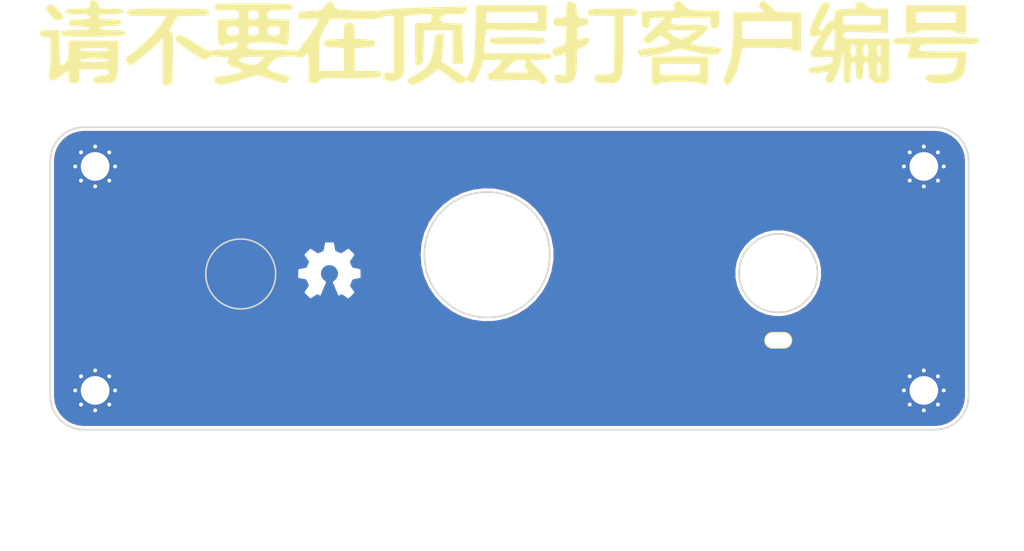
<source format=kicad_pcb>
(kicad_pcb (version 20171130) (host pcbnew "(5.1.4)-1")

  (general
    (thickness 1.6)
    (drawings 46)
    (tracks 363)
    (zones 0)
    (modules 12)
    (nets 2)
  )

  (page A4)
  (layers
    (0 F.Cu signal)
    (31 B.Cu signal)
    (32 B.Adhes user)
    (33 F.Adhes user)
    (34 B.Paste user)
    (35 F.Paste user)
    (36 B.SilkS user)
    (37 F.SilkS user)
    (38 B.Mask user)
    (39 F.Mask user)
    (40 Dwgs.User user)
    (41 Cmts.User user)
    (42 Eco1.User user)
    (43 Eco2.User user)
    (44 Edge.Cuts user)
    (45 Margin user)
    (46 B.CrtYd user)
    (47 F.CrtYd user)
    (48 B.Fab user)
    (49 F.Fab user)
  )

  (setup
    (last_trace_width 0.25)
    (user_trace_width 0.3)
    (user_trace_width 0.4)
    (user_trace_width 0.5)
    (user_trace_width 0.6)
    (user_trace_width 0.7)
    (user_trace_width 0.8)
    (user_trace_width 0.9)
    (user_trace_width 1)
    (trace_clearance 0.2)
    (zone_clearance 0.254)
    (zone_45_only yes)
    (trace_min 0.2)
    (via_size 0.6)
    (via_drill 0.4)
    (via_min_size 0.4)
    (via_min_drill 0.3)
    (uvia_size 0.3)
    (uvia_drill 0.1)
    (uvias_allowed no)
    (uvia_min_size 0.2)
    (uvia_min_drill 0.1)
    (edge_width 0.15)
    (segment_width 0.32)
    (pcb_text_width 0.3)
    (pcb_text_size 1.5 1.5)
    (mod_edge_width 0.15)
    (mod_text_size 1 1)
    (mod_text_width 0.15)
    (pad_size 2.5 1.5)
    (pad_drill 2.3)
    (pad_to_mask_clearance 0.2)
    (aux_axis_origin 0 0)
    (visible_elements 7FFFFF7F)
    (pcbplotparams
      (layerselection 0x010ff_ffffffff)
      (usegerberextensions true)
      (usegerberattributes false)
      (usegerberadvancedattributes false)
      (creategerberjobfile false)
      (excludeedgelayer true)
      (linewidth 0.150000)
      (plotframeref true)
      (viasonmask false)
      (mode 1)
      (useauxorigin false)
      (hpglpennumber 1)
      (hpglpenspeed 20)
      (hpglpendiameter 15.000000)
      (psnegative false)
      (psa4output false)
      (plotreference true)
      (plotvalue false)
      (plotinvisibletext false)
      (padsonsilk false)
      (subtractmaskfromsilk false)
      (outputformat 1)
      (mirror false)
      (drillshape 0)
      (scaleselection 1)
      (outputdirectory "Qian_Gerber/"))
  )

  (net 0 "")
  (net 1 GND)

  (net_class Default 这是默认网络组.
    (clearance 0.2)
    (trace_width 0.25)
    (via_dia 0.6)
    (via_drill 0.4)
    (uvia_dia 0.3)
    (uvia_drill 0.1)
    (add_net GND)
  )

  (module "NewLibCool:no kebian in dingceng" (layer F.Cu) (tedit 0) (tstamp 5E517B74)
    (at 99.67 79.25)
    (fp_text reference G*** (at 0 0) (layer F.SilkS) hide
      (effects (font (size 1.524 1.524) (thickness 0.3)))
    )
    (fp_text value LOGO (at 0.75 0) (layer F.SilkS) hide
      (effects (font (size 1.524 1.524) (thickness 0.3)))
    )
    (fp_poly (pts (xy -40.565789 -3.733388) (xy -40.315259 -3.548403) (xy -40.00029 -3.249776) (xy -39.645042 -2.887618)
      (xy -39.494752 -2.668934) (xy -39.518656 -2.524497) (xy -39.632846 -2.422919) (xy -39.928835 -2.262276)
      (xy -40.188966 -2.297927) (xy -40.494273 -2.558354) (xy -40.703894 -2.799399) (xy -40.97748 -3.150338)
      (xy -41.061458 -3.362919) (xy -40.979504 -3.53398) (xy -40.903242 -3.614794) (xy -40.736157 -3.745159)
      (xy -40.565789 -3.733388)) (layer F.SilkS) (width 0.01))
    (fp_poly (pts (xy 41.11625 -1.11125) (xy 40.64 -1.11125) (xy 40.305609 -1.157233) (xy 40.163786 -1.268025)
      (xy 40.16375 -1.27) (xy 40.011951 -1.34163) (xy 39.583602 -1.394047) (xy 38.919271 -1.423565)
      (xy 38.4175 -1.42875) (xy 37.62958 -1.414951) (xy 37.052987 -1.37601) (xy 36.72829 -1.315616)
      (xy 36.67125 -1.27) (xy 36.533301 -1.158537) (xy 36.200925 -1.111263) (xy 36.195 -1.11125)
      (xy 35.71875 -1.11125) (xy 35.71875 -3.01625) (xy 36.67125 -3.01625) (xy 36.67125 -2.06375)
      (xy 40.16375 -2.06375) (xy 40.16375 -3.01625) (xy 36.67125 -3.01625) (xy 35.71875 -3.01625)
      (xy 35.71875 -3.65125) (xy 41.11625 -3.65125) (xy 41.11625 -1.11125)) (layer F.SilkS) (width 0.01))
    (fp_poly (pts (xy -36.790313 -4.098854) (xy -36.469376 -3.918076) (xy -36.382397 -3.690938) (xy -36.330546 -3.50276)
      (xy -36.193755 -3.395534) (xy -35.899551 -3.346769) (xy -35.375458 -3.333973) (xy -35.231459 -3.33375)
      (xy -34.631128 -3.319507) (xy -34.288847 -3.268334) (xy -34.146094 -3.167564) (xy -34.13125 -3.095625)
      (xy -34.196603 -2.966248) (xy -34.431588 -2.892202) (xy -34.894602 -2.860972) (xy -35.2425 -2.8575)
      (xy -35.846261 -2.843496) (xy -36.191812 -2.793142) (xy -36.337549 -2.693925) (xy -36.35375 -2.619375)
      (xy -36.285421 -2.486452) (xy -36.041019 -2.412232) (xy -35.561422 -2.383225) (xy -35.310235 -2.38125)
      (xy -34.74873 -2.370925) (xy -34.440292 -2.327963) (xy -34.320827 -2.234392) (xy -34.319642 -2.103438)
      (xy -34.41346 -1.942198) (xy -34.664273 -1.845089) (xy -35.140662 -1.790748) (xy -35.363157 -1.778363)
      (xy -35.97617 -1.723193) (xy -36.285608 -1.643113) (xy -36.30246 -1.556278) (xy -36.037719 -1.480839)
      (xy -35.502375 -1.434951) (xy -35.151485 -1.42875) (xy -34.539207 -1.420629) (xy -34.183373 -1.386453)
      (xy -34.023131 -1.31151) (xy -33.997627 -1.181083) (xy -34.002581 -1.150938) (xy -34.049714 -1.048646)
      (xy -34.175608 -0.973211) (xy -34.424678 -0.919464) (xy -34.841342 -0.882236) (xy -35.470013 -0.856359)
      (xy -36.355109 -0.836665) (xy -36.762268 -0.829818) (xy -37.658994 -0.821692) (xy -38.443238 -0.826383)
      (xy -39.06074 -0.842616) (xy -39.457237 -0.869118) (xy -39.578048 -0.895964) (xy -39.68128 -1.140682)
      (xy -39.6875 -1.217084) (xy -39.600801 -1.329227) (xy -39.310311 -1.396235) (xy -38.770438 -1.425705)
      (xy -38.4175 -1.42875) (xy -37.788565 -1.447317) (xy -37.3466 -1.498005) (xy -37.151734 -1.573299)
      (xy -37.1475 -1.5875) (xy -37.292099 -1.67206) (xy -37.669843 -1.729388) (xy -38.1 -1.74625)
      (xy -38.631991 -1.757835) (xy -38.919451 -1.808725) (xy -39.034989 -1.923124) (xy -39.0525 -2.06375)
      (xy -39.017746 -2.241081) (xy -38.865076 -2.336901) (xy -38.52188 -2.375413) (xy -38.1 -2.38125)
      (xy -37.546927 -2.399538) (xy -37.249984 -2.464367) (xy -37.149379 -2.590684) (xy -37.1475 -2.619375)
      (xy -37.212853 -2.748753) (xy -37.447838 -2.822799) (xy -37.910852 -2.854029) (xy -38.25875 -2.8575)
      (xy -38.862511 -2.871505) (xy -39.208062 -2.921859) (xy -39.353799 -3.021076) (xy -39.37 -3.095625)
      (xy -39.304648 -3.225003) (xy -39.069663 -3.299049) (xy -38.606649 -3.330279) (xy -38.25875 -3.33375)
      (xy -37.678312 -3.339286) (xy -37.346133 -3.372833) (xy -37.192984 -3.459806) (xy -37.149635 -3.625617)
      (xy -37.1475 -3.741667) (xy -37.095676 -4.038998) (xy -36.886468 -4.108853) (xy -36.790313 -4.098854)) (layer F.SilkS) (width 0.01))
    (fp_poly (pts (xy 1.964478 -0.791789) (xy 2.625996 -0.78191) (xy 3.062839 -0.758128) (xy 3.321415 -0.714453)
      (xy 3.448133 -0.644897) (xy 3.489402 -0.543471) (xy 3.4925 -0.47625) (xy 3.477294 -0.355915)
      (xy 3.400739 -0.270557) (xy 3.216424 -0.214191) (xy 2.877942 -0.180826) (xy 2.338882 -0.164475)
      (xy 1.552835 -0.15915) (xy 1.031875 -0.15875) (xy 0.099271 -0.160712) (xy -0.562247 -0.170591)
      (xy -0.99909 -0.194373) (xy -1.257666 -0.238048) (xy -1.384384 -0.307604) (xy -1.425653 -0.40903)
      (xy -1.42875 -0.47625) (xy -1.413545 -0.596586) (xy -1.33699 -0.681944) (xy -1.152675 -0.73831)
      (xy -0.814193 -0.771675) (xy -0.275133 -0.788026) (xy 0.510914 -0.793351) (xy 1.031875 -0.79375)
      (xy 1.964478 -0.791789)) (layer F.SilkS) (width 0.01))
    (fp_poly (pts (xy 15.581722 -3.985827) (xy 15.852064 -3.726134) (xy 15.912449 -3.659304) (xy 16.14017 -3.423711)
      (xy 16.360593 -3.280348) (xy 16.658024 -3.206356) (xy 17.116766 -3.178871) (xy 17.698387 -3.175)
      (xy 19.05 -3.175) (xy 19.05 -2.38125) (xy 19.037132 -1.910168) (xy 18.971465 -1.675156)
      (xy 18.8124 -1.59502) (xy 18.653125 -1.5875) (xy 18.369489 -1.638758) (xy 18.265727 -1.856648)
      (xy 18.25625 -2.06375) (xy 18.25625 -2.54) (xy 16.483541 -2.54) (xy 15.788947 -2.53138)
      (xy 15.241147 -2.50797) (xy 14.898829 -2.473444) (xy 14.815289 -2.435544) (xy 14.819741 -2.244659)
      (xy 14.742934 -2.118044) (xy 14.714042 -2.024063) (xy 14.841493 -1.961589) (xy 15.168452 -1.924837)
      (xy 15.738086 -1.908018) (xy 16.331811 -1.905) (xy 17.142893 -1.895917) (xy 17.678958 -1.865355)
      (xy 17.982061 -1.808352) (xy 18.094257 -1.719944) (xy 18.0975 -1.696576) (xy 17.976577 -1.44561)
      (xy 17.660289 -1.090629) (xy 17.218355 -0.702362) (xy 16.859271 -0.440418) (xy 16.494168 -0.197144)
      (xy 16.859271 -0.110607) (xy 17.204422 -0.049751) (xy 17.742683 0.023192) (xy 18.291859 0.085397)
      (xy 18.85286 0.150664) (xy 19.155072 0.218292) (xy 19.256319 0.314344) (xy 19.214426 0.464882)
      (xy 19.199086 0.494307) (xy 18.919218 0.719037) (xy 18.395677 0.788374) (xy 17.616993 0.702315)
      (xy 16.695081 0.493712) (xy 16.09685 0.343521) (xy 15.682494 0.276797) (xy 15.32955 0.293566)
      (xy 14.915553 0.393854) (xy 14.586814 0.494154) (xy 13.901801 0.679449) (xy 13.181654 0.83195)
      (xy 12.788085 0.892571) (xy 12.283338 0.934199) (xy 12.005554 0.896865) (xy 11.870611 0.765111)
      (xy 11.851151 0.720394) (xy 11.763259 0.470313) (xy 11.7475 0.405671) (xy 11.891869 0.361407)
      (xy 12.274775 0.283959) (xy 12.820917 0.188227) (xy 12.968912 0.164025) (xy 13.766269 0.030182)
      (xy 14.283077 -0.078488) (xy 14.553068 -0.181908) (xy 14.609974 -0.300003) (xy 14.487527 -0.452696)
      (xy 14.283825 -0.612615) (xy 13.79249 -0.975875) (xy 13.231529 -0.54801) (xy 12.869805 -0.293252)
      (xy 12.650262 -0.223947) (xy 12.475144 -0.317617) (xy 12.427577 -0.363137) (xy 12.3327 -0.501015)
      (xy 12.355767 -0.663772) (xy 12.529984 -0.903435) (xy 12.88856 -1.272028) (xy 13.039905 -1.417332)
      (xy 14.366875 -1.417332) (xy 14.843125 -1.026955) (xy 15.299562 -0.726775) (xy 15.711428 -0.665994)
      (xy 16.178906 -0.844913) (xy 16.475898 -1.031875) (xy 17.059952 -1.42875) (xy 15.713413 -1.423041)
      (xy 14.366875 -1.417332) (xy 13.039905 -1.417332) (xy 13.196355 -1.567537) (xy 14.208125 -2.528943)
      (xy 13.533437 -2.534472) (xy 13.110199 -2.522439) (xy 12.915637 -2.434874) (xy 12.861164 -2.208523)
      (xy 12.85875 -2.052709) (xy 12.823368 -1.714455) (xy 12.671519 -1.606275) (xy 12.501562 -1.616147)
      (xy 12.278281 -1.690579) (xy 12.173272 -1.889483) (xy 12.144666 -2.30254) (xy 12.144375 -2.38125)
      (xy 12.144375 -3.095625) (xy 13.706709 -3.141237) (xy 14.417 -3.166851) (xy 14.858002 -3.200415)
      (xy 15.077912 -3.252419) (xy 15.124932 -3.333354) (xy 15.062076 -3.436228) (xy 14.947917 -3.657514)
      (xy 15.085197 -3.851822) (xy 15.166617 -3.914608) (xy 15.387479 -4.036931) (xy 15.581722 -3.985827)) (layer F.SilkS) (width 0.01))
    (fp_poly (pts (xy 39.612565 -0.792842) (xy 40.527501 -0.788042) (xy 41.199678 -0.776235) (xy 41.666466 -0.754307)
      (xy 41.965234 -0.719145) (xy 42.133354 -0.667633) (xy 42.208193 -0.596659) (xy 42.227123 -0.503107)
      (xy 42.2275 -0.47625) (xy 42.212941 -0.358726) (xy 42.139162 -0.274447) (xy 41.961004 -0.217901)
      (xy 41.63331 -0.183576) (xy 41.110923 -0.165959) (xy 40.348685 -0.159537) (xy 39.62664 -0.15875)
      (xy 38.662024 -0.15672) (xy 37.968261 -0.146952) (xy 37.498715 -0.123927) (xy 37.206745 -0.08213)
      (xy 37.045714 -0.016042) (xy 36.968983 0.079853) (xy 36.942752 0.15875) (xy 36.923925 0.286527)
      (xy 36.977917 0.374448) (xy 37.152618 0.429945) (xy 37.495914 0.460452) (xy 38.055694 0.473405)
      (xy 38.879848 0.476237) (xy 38.987987 0.47625) (xy 41.11625 0.47625) (xy 41.11625 1.166935)
      (xy 41.032067 2.045419) (xy 40.773969 2.671217) (xy 40.333628 3.062543) (xy 40.226741 3.112701)
      (xy 39.756928 3.241055) (xy 39.165258 3.31236) (xy 38.554934 3.325391) (xy 38.029159 3.278922)
      (xy 37.691135 3.171725) (xy 37.6555 3.14325) (xy 37.454704 2.87194) (xy 37.504374 2.689188)
      (xy 37.823904 2.583066) (xy 38.432685 2.541644) (xy 38.636186 2.54) (xy 39.31748 2.521565)
      (xy 39.752402 2.439562) (xy 40.01121 2.253939) (xy 40.16416 1.924643) (xy 40.237407 1.627187)
      (xy 40.347727 1.11125) (xy 35.840486 1.11125) (xy 35.917953 0.754062) (xy 36.033999 0.334549)
      (xy 36.112194 0.119062) (xy 36.143089 -0.044586) (xy 36.014232 -0.127907) (xy 35.661164 -0.156704)
      (xy 35.418234 -0.15875) (xy 34.935949 -0.17476) (xy 34.692993 -0.243001) (xy 34.611949 -0.39379)
      (xy 34.6075 -0.47625) (xy 34.618397 -0.575839) (xy 34.676002 -0.652084) (xy 34.817686 -0.708099)
      (xy 35.080818 -0.746998) (xy 35.502767 -0.771895) (xy 36.120905 -0.785905) (xy 36.9726 -0.792142)
      (xy 38.095223 -0.793719) (xy 38.4175 -0.79375) (xy 39.612565 -0.792842)) (layer F.SilkS) (width 0.01))
    (fp_poly (pts (xy 28.859657 -3.833658) (xy 28.933794 -3.696425) (xy 28.874454 -3.422244) (xy 28.666049 -2.959166)
      (xy 28.50247 -2.643183) (xy 28.195559 -2.059693) (xy 28.022278 -1.701418) (xy 27.966808 -1.513445)
      (xy 28.013332 -1.440861) (xy 28.146031 -1.428754) (xy 28.152643 -1.42875) (xy 28.368717 -1.558537)
      (xy 28.546114 -1.825625) (xy 28.791953 -2.130355) (xy 29.037788 -2.2225) (xy 29.27236 -2.309423)
      (xy 29.383846 -2.618151) (xy 29.393583 -2.69875) (xy 30.1625 -2.69875) (xy 30.1625 -1.905)
      (xy 33.49625 -1.905) (xy 33.49625 -2.69875) (xy 30.1625 -2.69875) (xy 29.393583 -2.69875)
      (xy 29.398379 -2.738438) (xy 29.448125 -3.254375) (xy 30.453186 -3.301972) (xy 30.993002 -3.338309)
      (xy 31.266925 -3.393357) (xy 31.326558 -3.484201) (xy 31.272614 -3.573244) (xy 31.19462 -3.749987)
      (xy 31.371249 -3.864111) (xy 31.508655 -3.902753) (xy 31.885398 -3.917035) (xy 32.156258 -3.685849)
      (xy 32.166666 -3.671168) (xy 32.375845 -3.465303) (xy 32.694475 -3.36302) (xy 33.221954 -3.333843)
      (xy 33.267126 -3.333751) (xy 34.13125 -3.33375) (xy 34.13125 -1.176203) (xy 32.146875 -1.242266)
      (xy 31.324798 -1.267496) (xy 30.768254 -1.273756) (xy 30.425497 -1.253991) (xy 30.244782 -1.201143)
      (xy 30.174365 -1.108157) (xy 30.1625 -0.971665) (xy 30.176441 -0.834365) (xy 30.252099 -0.740579)
      (xy 30.440224 -0.682029) (xy 30.791566 -0.650436) (xy 31.356877 -0.63752) (xy 32.186906 -0.635002)
      (xy 32.22625 -0.635) (xy 34.29 -0.635) (xy 34.29 1.098266) (xy 34.281507 1.829863)
      (xy 34.258533 2.458752) (xy 34.224833 2.907598) (xy 34.19364 3.082641) (xy 34.008547 3.22869)
      (xy 33.664252 3.317639) (xy 33.279388 3.341262) (xy 32.972589 3.291338) (xy 32.86125 3.175)
      (xy 32.732669 3.03416) (xy 32.623125 3.01625) (xy 32.473377 2.931275) (xy 32.400237 2.637073)
      (xy 32.385 2.2225) (xy 32.376893 2.06375) (xy 33.17875 2.06375) (xy 33.213958 2.461388)
      (xy 33.301914 2.682557) (xy 33.3375 2.69875) (xy 33.436909 2.557914) (xy 33.492201 2.206091)
      (xy 33.49625 2.06375) (xy 33.461041 1.666111) (xy 33.373085 1.444942) (xy 33.3375 1.42875)
      (xy 33.23809 1.569585) (xy 33.182798 1.921408) (xy 33.17875 2.06375) (xy 32.376893 2.06375)
      (xy 32.359507 1.72334) (xy 32.271247 1.479542) (xy 32.146875 1.42875) (xy 31.997127 1.513724)
      (xy 31.923987 1.807926) (xy 31.90875 2.2225) (xy 31.892033 2.698594) (xy 31.821081 2.93604)
      (xy 31.664687 3.012853) (xy 31.59125 3.01625) (xy 31.400812 2.974459) (xy 31.305833 2.797079)
      (xy 31.275108 2.406093) (xy 31.27375 2.2225) (xy 31.248257 1.72334) (xy 31.159997 1.479542)
      (xy 31.035625 1.42875) (xy 30.897356 1.5019) (xy 30.82312 1.761214) (xy 30.797969 2.266484)
      (xy 30.7975 2.38125) (xy 30.785915 2.91324) (xy 30.735025 3.2007) (xy 30.620626 3.316238)
      (xy 30.48 3.33375) (xy 30.330548 3.309789) (xy 30.236062 3.198177) (xy 30.183114 2.939312)
      (xy 30.158278 2.473596) (xy 30.149195 1.865312) (xy 30.13589 0.396875) (xy 30.7975 0.396875)
      (xy 30.849137 0.807824) (xy 31.013937 0.951495) (xy 31.035625 0.9525) (xy 31.211746 0.832013)
      (xy 31.273319 0.447479) (xy 31.27375 0.396875) (xy 31.90875 0.396875) (xy 31.960387 0.807824)
      (xy 32.125187 0.951495) (xy 32.146875 0.9525) (xy 32.322996 0.832013) (xy 32.384569 0.447479)
      (xy 32.385 0.396875) (xy 33.17875 0.396875) (xy 33.218622 0.764126) (xy 33.316666 0.947701)
      (xy 33.3375 0.9525) (xy 33.442428 0.812946) (xy 33.494878 0.469793) (xy 33.49625 0.396875)
      (xy 33.456377 0.029623) (xy 33.358333 -0.153952) (xy 33.3375 -0.15875) (xy 33.232571 -0.019197)
      (xy 33.180121 0.323956) (xy 33.17875 0.396875) (xy 32.385 0.396875) (xy 32.333362 -0.014075)
      (xy 32.168562 -0.157746) (xy 32.146875 -0.15875) (xy 31.970753 -0.038264) (xy 31.90918 0.34627)
      (xy 31.90875 0.396875) (xy 31.27375 0.396875) (xy 31.222112 -0.014075) (xy 31.057312 -0.157746)
      (xy 31.035625 -0.15875) (xy 30.859503 -0.038264) (xy 30.79793 0.34627) (xy 30.7975 0.396875)
      (xy 30.13589 0.396875) (xy 29.942955 1.27) (xy 29.753049 1.970811) (xy 29.522187 2.588817)
      (xy 29.281415 3.057099) (xy 29.061777 3.308737) (xy 28.985536 3.33375) (xy 28.713357 3.23132)
      (xy 28.617107 3.153607) (xy 28.530452 2.933594) (xy 28.676307 2.60823) (xy 28.682751 2.598347)
      (xy 28.8314 2.349376) (xy 28.783903 2.270829) (xy 28.488217 2.315048) (xy 28.394581 2.334458)
      (xy 27.686196 2.443062) (xy 27.241351 2.413992) (xy 27.036366 2.244896) (xy 27.022876 2.198231)
      (xy 27.068266 2.014422) (xy 27.334505 1.893487) (xy 27.653516 1.832546) (xy 28.365082 1.72)
      (xy 28.819222 1.627577) (xy 29.07322 1.533406) (xy 29.184363 1.415616) (xy 29.209934 1.252337)
      (xy 29.21 1.238306) (xy 29.183065 1.061601) (xy 29.05379 0.973626) (xy 28.749464 0.955316)
      (xy 28.241616 0.984385) (xy 27.623889 1.000739) (xy 27.284175 0.913856) (xy 27.201702 0.685537)
      (xy 27.355695 0.277582) (xy 27.379884 0.23572) (xy 28.2575 0.23572) (xy 28.397246 0.289806)
      (xy 28.740808 0.316805) (xy 28.813125 0.3175) (xy 29.36875 0.3175) (xy 29.36875 -0.635)
      (xy 29.359022 -1.13745) (xy 29.333739 -1.482598) (xy 29.304529 -1.5875) (xy 29.202459 -1.462251)
      (xy 29.002826 -1.146223) (xy 28.757073 -0.729002) (xy 28.516646 -0.30017) (xy 28.332992 0.050689)
      (xy 28.257554 0.233991) (xy 28.2575 0.23572) (xy 27.379884 0.23572) (xy 27.614086 -0.169591)
      (xy 28.113304 -0.980924) (xy 27.649905 -0.879145) (xy 27.294855 -0.855614) (xy 27.117491 -0.996665)
      (xy 27.117627 -1.327238) (xy 27.295076 -1.872275) (xy 27.63687 -2.630345) (xy 27.976651 -3.301843)
      (xy 28.235262 -3.716981) (xy 28.451087 -3.913533) (xy 28.662509 -3.929271) (xy 28.859657 -3.833658)) (layer F.SilkS) (width 0.01))
    (fp_poly (pts (xy 10.404478 -3.331395) (xy 11.015257 -3.319682) (xy 11.40613 -3.291642) (xy 11.62589 -3.240303)
      (xy 11.723328 -3.158696) (xy 11.747237 -3.039849) (xy 11.7475 -3.01625) (xy 11.694249 -2.80853)
      (xy 11.47902 -2.716726) (xy 11.1125 -2.69875) (xy 10.4775 -2.69875) (xy 10.4775 0)
      (xy 10.471794 1.108756) (xy 10.442854 1.939964) (xy 10.372944 2.533526) (xy 10.244331 2.929345)
      (xy 10.039278 3.167326) (xy 9.740051 3.287371) (xy 9.328916 3.329384) (xy 8.995833 3.33375)
      (xy 8.501782 3.315346) (xy 8.147406 3.268131) (xy 8.043333 3.227916) (xy 7.952415 2.994471)
      (xy 7.9375 2.831041) (xy 7.98958 2.653464) (xy 8.196246 2.565991) (xy 8.633134 2.540283)
      (xy 8.714265 2.54) (xy 9.246046 2.50358) (xy 9.525323 2.383243) (xy 9.58739 2.288891)
      (xy 9.621386 2.047229) (xy 9.650122 1.551155) (xy 9.671277 0.863741) (xy 9.682532 0.048061)
      (xy 9.68375 -0.330484) (xy 9.68375 -2.69875) (xy 8.493125 -2.69875) (xy 7.884373 -2.706249)
      (xy 7.527193 -2.740443) (xy 7.35579 -2.818878) (xy 7.304367 -2.959098) (xy 7.3025 -3.01625)
      (xy 7.318987 -3.14189) (xy 7.400976 -3.229144) (xy 7.597261 -3.284983) (xy 7.956632 -3.316378)
      (xy 8.527884 -3.330297) (xy 9.359808 -3.333713) (xy 9.525 -3.33375) (xy 10.404478 -3.331395)) (layer F.SilkS) (width 0.01))
    (fp_poly (pts (xy 5.834062 -3.939608) (xy 6.115186 -3.870769) (xy 6.25357 -3.686821) (xy 6.313767 -3.292512)
      (xy 6.31898 -3.2241) (xy 6.370519 -2.800822) (xy 6.492702 -2.598888) (xy 6.760299 -2.522165)
      (xy 6.874605 -2.509725) (xy 7.244656 -2.420829) (xy 7.377172 -2.217833) (xy 7.381875 -2.143125)
      (xy 7.29883 -1.90516) (xy 6.999639 -1.792392) (xy 6.865937 -1.77588) (xy 6.531945 -1.717653)
      (xy 6.385788 -1.563743) (xy 6.35052 -1.214113) (xy 6.35 -1.105122) (xy 6.363529 -0.710658)
      (xy 6.44403 -0.56507) (xy 6.651377 -0.599814) (xy 6.757209 -0.63893) (xy 7.183128 -0.772287)
      (xy 7.395359 -0.739748) (xy 7.460136 -0.525245) (xy 7.46125 -0.46815) (xy 7.319779 -0.159663)
      (xy 6.905625 0.089605) (xy 6.35 0.32176) (xy 6.35 1.474932) (xy 6.314185 2.28557)
      (xy 6.187036 2.830581) (xy 5.938989 3.155769) (xy 5.540485 3.306939) (xy 5.150373 3.33375)
      (xy 4.727434 3.304445) (xy 4.475645 3.230402) (xy 4.445 3.187983) (xy 4.392634 2.922437)
      (xy 4.347463 2.788041) (xy 4.338233 2.61886) (xy 4.535913 2.565635) (xy 4.784026 2.57662)
      (xy 5.318125 2.619375) (xy 5.365387 1.627187) (xy 5.378297 1.113515) (xy 5.365226 0.754991)
      (xy 5.333169 0.635) (xy 5.145967 0.694078) (xy 4.837976 0.824411) (xy 4.511242 0.932528)
      (xy 4.326549 0.852422) (xy 4.277312 0.784724) (xy 4.143393 0.458796) (xy 4.263222 0.240795)
      (xy 4.667172 0.081833) (xy 4.722812 0.067685) (xy 5.070262 -0.034263) (xy 5.252676 -0.180409)
      (xy 5.331987 -0.46515) (xy 5.366108 -0.912813) (xy 5.414092 -1.74625) (xy 4.850171 -1.74625)
      (xy 4.47085 -1.774884) (xy 4.314045 -1.904416) (xy 4.28625 -2.143125) (xy 4.327762 -2.411516)
      (xy 4.514571 -2.52139) (xy 4.841875 -2.54) (xy 5.181512 -2.554798) (xy 5.343546 -2.656378)
      (xy 5.393723 -2.93052) (xy 5.3975 -3.26492) (xy 5.409998 -3.706535) (xy 5.481684 -3.910007)
      (xy 5.663842 -3.954594) (xy 5.834062 -3.939608)) (layer F.SilkS) (width 0.01))
    (fp_poly (pts (xy -39.84625 0.15875) (xy -39.835193 0.824448) (xy -39.805378 1.35173) (xy -39.761839 1.673685)
      (xy -39.727188 1.741201) (xy -39.517469 1.650761) (xy -39.330313 1.525262) (xy -39.153867 1.287833)
      (xy -39.150216 1.27) (xy -38.1 1.27) (xy -37.950766 1.34731) (xy -37.540318 1.402058)
      (xy -36.924539 1.427669) (xy -36.750625 1.42875) (xy -36.093485 1.411192) (xy -35.628128 1.362904)
      (xy -35.410436 1.29046) (xy -35.40125 1.27) (xy -35.550485 1.192689) (xy -35.960933 1.137941)
      (xy -36.576712 1.11233) (xy -36.750625 1.11125) (xy -37.407766 1.128807) (xy -37.873123 1.177095)
      (xy -38.090815 1.249539) (xy -38.1 1.27) (xy -39.150216 1.27) (xy -39.068487 0.870844)
      (xy -39.0525 0.419061) (xy -39.0525 0.3175) (xy -38.1 0.3175) (xy -37.950766 0.39481)
      (xy -37.540318 0.449558) (xy -36.924539 0.475169) (xy -36.750625 0.47625) (xy -36.093485 0.458692)
      (xy -35.628128 0.410404) (xy -35.410436 0.33796) (xy -35.40125 0.3175) (xy -35.550485 0.240189)
      (xy -35.960933 0.185441) (xy -36.576712 0.15983) (xy -36.750625 0.15875) (xy -37.407766 0.176307)
      (xy -37.873123 0.224595) (xy -38.090815 0.297039) (xy -38.1 0.3175) (xy -39.0525 0.3175)
      (xy -39.0525 -0.47625) (xy -34.6075 -0.47625) (xy -34.6075 1.179285) (xy -34.620969 2.044178)
      (xy -34.682079 2.641175) (xy -34.821885 3.01945) (xy -35.071445 3.228174) (xy -35.461813 3.31652)
      (xy -35.968215 3.33375) (xy -36.469891 3.319041) (xy -36.729707 3.257027) (xy -36.822642 3.120879)
      (xy -36.83 3.025377) (xy -36.767706 2.82079) (xy -36.528968 2.712842) (xy -36.156683 2.66819)
      (xy -35.683356 2.590739) (xy -35.461596 2.42992) (xy -35.430667 2.341562) (xy -35.437539 2.206587)
      (xy -35.559463 2.123725) (xy -35.854434 2.080661) (xy -36.380443 2.065082) (xy -36.738985 2.06375)
      (xy -38.1 2.06375) (xy -38.1 2.69875) (xy -38.118807 3.105916) (xy -38.220722 3.286919)
      (xy -38.473985 3.332748) (xy -38.57625 3.33375) (xy -38.894715 3.30343) (xy -39.026475 3.148633)
      (xy -39.0525 2.773599) (xy -39.0525 2.207247) (xy -39.777926 2.706352) (xy -40.197112 2.984267)
      (xy -40.441525 3.094986) (xy -40.59417 3.056669) (xy -40.719739 2.912416) (xy -40.842305 2.606165)
      (xy -40.788063 2.468562) (xy -40.724713 2.253515) (xy -40.674897 1.797961) (xy -40.645289 1.17882)
      (xy -40.64 0.761999) (xy -40.64 -0.79375) (xy -41.11625 -0.79375) (xy -41.464851 -0.843645)
      (xy -41.587587 -1.029292) (xy -41.5925 -1.11125) (xy -41.554603 -1.294733) (xy -41.390748 -1.390317)
      (xy -41.025692 -1.425364) (xy -40.719375 -1.42875) (xy -39.84625 -1.42875) (xy -39.84625 0.15875)) (layer F.SilkS) (width 0.01))
    (fp_poly (pts (xy 23.178716 -3.996213) (xy 23.430126 -3.763154) (xy 23.591198 -3.581857) (xy 23.864583 -3.287177)
      (xy 24.108031 -3.118091) (xy 24.421758 -3.039766) (xy 24.90598 -3.017367) (xy 25.218386 -3.01625)
      (xy 26.3525 -3.01625) (xy 26.3525 0.47625) (xy 25.955625 0.47625) (xy 25.657284 0.421907)
      (xy 25.55875 0.3175) (xy 25.405133 0.251192) (xy 24.96418 0.201205) (xy 24.26574 0.169678)
      (xy 23.343443 0.15875) (xy 21.128136 0.15875) (xy 21.0282 0.754062) (xy 20.722871 2.013524)
      (xy 20.287799 2.976562) (xy 20.020884 3.35942) (xy 19.812789 3.472707) (xy 19.601359 3.340403)
      (xy 19.53629 3.266472) (xy 19.44745 3.049538) (xy 19.519962 2.732946) (xy 19.669047 2.412519)
      (xy 19.968158 1.600661) (xy 20.180261 0.530884) (xy 20.29738 -0.747226) (xy 20.3188 -1.627188)
      (xy 20.319314 -2.2225) (xy 21.11375 -2.2225) (xy 21.11375 -0.635) (xy 25.55875 -0.635)
      (xy 25.55875 -2.2225) (xy 21.11375 -2.2225) (xy 20.319314 -2.2225) (xy 20.32 -3.01625)
      (xy 23.067958 -3.01625) (xy 22.767649 -3.348089) (xy 22.567126 -3.59714) (xy 22.587143 -3.751843)
      (xy 22.782732 -3.913695) (xy 22.992957 -4.034064) (xy 23.178716 -3.996213)) (layer F.SilkS) (width 0.01))
    (fp_poly (pts (xy 18.0975 2.148107) (xy 18.08275 2.795385) (xy 18.030527 3.188262) (xy 17.928869 3.388812)
      (xy 17.848704 3.439186) (xy 17.535825 3.428825) (xy 17.420079 3.354829) (xy 17.191872 3.277556)
      (xy 16.736235 3.221435) (xy 16.133557 3.186926) (xy 15.464225 3.174488) (xy 14.808627 3.184581)
      (xy 14.247152 3.217663) (xy 13.860187 3.274195) (xy 13.731875 3.33375) (xy 13.486991 3.481589)
      (xy 13.187075 3.435289) (xy 13.123333 3.386666) (xy 13.071768 3.186596) (xy 13.034103 2.757346)
      (xy 13.017692 2.187168) (xy 13.0175 2.116666) (xy 13.0175 1.5875) (xy 13.81125 1.5875)
      (xy 13.81125 2.54) (xy 17.30375 2.54) (xy 17.30375 1.5875) (xy 13.81125 1.5875)
      (xy 13.0175 1.5875) (xy 13.0175 0.9525) (xy 18.0975 0.9525) (xy 18.0975 2.148107)) (layer F.SilkS) (width 0.01))
    (fp_poly (pts (xy 3.65125 -1.341623) (xy -1.69945 -1.464315) (xy -1.802225 -0.950439) (xy -1.877846 -0.398445)
      (xy -1.905 0.099218) (xy -1.905 0.635) (xy 1.12289 0.635) (xy 2.174883 0.636934)
      (xy 2.950062 0.645271) (xy 3.489098 0.663807) (xy 3.832667 0.696341) (xy 4.021443 0.746671)
      (xy 4.096098 0.818596) (xy 4.097909 0.912812) (xy 3.998922 1.078718) (xy 3.734624 1.177432)
      (xy 3.235766 1.231774) (xy 3.108085 1.239001) (xy 2.171132 1.287377) (xy 3.024708 2.151689)
      (xy 3.451588 2.593821) (xy 3.682139 2.876339) (xy 3.748101 3.060512) (xy 3.681217 3.20761)
      (xy 3.610958 3.283327) (xy 3.393938 3.458198) (xy 3.206793 3.414522) (xy 3.02534 3.262601)
      (xy 2.864291 3.145958) (xy 2.648648 3.069461) (xy 2.320873 3.028055) (xy 1.823426 3.016686)
      (xy 1.09877 3.0303) (xy 0.571024 3.046994) (xy -0.291912 3.073187) (xy -0.889045 3.079645)
      (xy -1.271735 3.06125) (xy -1.491342 3.012886) (xy -1.599226 2.929436) (xy -1.641594 2.82654)
      (xy -1.586006 2.537665) (xy -1.378364 2.38125) (xy -0.172286 2.38125) (xy 0.970336 2.38125)
      (xy 1.556707 2.377596) (xy 1.87664 2.354158) (xy 1.981194 2.292217) (xy 1.92143 2.173056)
      (xy 1.828319 2.066727) (xy 1.643309 1.794107) (xy 1.695813 1.573747) (xy 1.743778 1.511102)
      (xy 1.831398 1.355977) (xy 1.711837 1.286217) (xy 1.330368 1.270004) (xy 1.329125 1.270004)
      (xy 0.885937 1.317727) (xy 0.554972 1.51099) (xy 0.271044 1.825629) (xy -0.172286 2.38125)
      (xy -1.378364 2.38125) (xy -1.279544 2.30681) (xy -0.866272 2.006327) (xy -0.584949 1.689348)
      (xy -0.328998 1.298717) (xy -1.196591 1.244671) (xy -1.712321 1.230609) (xy -1.979842 1.280089)
      (xy -2.064532 1.40696) (xy -2.065518 1.42875) (xy -2.129948 1.710658) (xy -2.291135 2.131008)
      (xy -2.503968 2.595541) (xy -2.723335 3.009994) (xy -2.904127 3.280108) (xy -2.977197 3.33375)
      (xy -3.195568 3.234085) (xy -3.298249 3.147001) (xy -3.505066 3.055878) (xy -3.77036 3.218532)
      (xy -3.777882 3.225308) (xy -3.942543 3.346718) (xy -4.115534 3.362203) (xy -4.365696 3.246687)
      (xy -4.761867 2.975089) (xy -5.052163 2.761077) (xy -6.03356 2.031789) (xy -6.594565 2.524358)
      (xy -7.050506 2.865506) (xy -7.58074 3.178735) (xy -8.077013 3.406798) (xy -8.425249 3.4925)
      (xy -8.602347 3.371407) (xy -8.708568 3.221168) (xy -8.749781 3.042028) (xy -8.616435 2.869335)
      (xy -8.2581 2.651484) (xy -8.045516 2.542658) (xy -7.331405 2.092206) (xy -6.849022 1.5392)
      (xy -6.554745 0.815225) (xy -6.417413 -0.010791) (xy -6.352879 -0.588067) (xy -6.280769 -0.91772)
      (xy -6.169278 -1.0687) (xy -5.986599 -1.109959) (xy -5.909789 -1.11125) (xy -5.510602 -1.111251)
      (xy -5.61448 0.134342) (xy -5.718359 1.379934) (xy -4.598964 2.124281) (xy -3.47957 2.868628)
      (xy -3.130721 2.109001) (xy -2.993627 1.773614) (xy -2.8943 1.416248) (xy -2.824969 0.974249)
      (xy -2.77786 0.384958) (xy -2.745203 -0.41428) (xy -2.726363 -1.150938) (xy -2.684954 -3.01625)
      (xy -1.74625 -3.01625) (xy -1.74625 -2.06375) (xy 2.8575 -2.06375) (xy 2.8575 -3.01625)
      (xy -1.74625 -3.01625) (xy -2.684954 -3.01625) (xy -2.670856 -3.65125) (xy 3.65125 -3.65125)
      (xy 3.65125 -1.341623)) (layer F.SilkS) (width 0.01))
    (fp_poly (pts (xy -15.397334 -3.825063) (xy -15.319375 -3.571875) (xy -15.299304 -3.441372) (xy -15.205476 -3.349103)
      (xy -14.987473 -3.285372) (xy -14.594875 -3.240484) (xy -13.977263 -3.204743) (xy -13.255625 -3.175)
      (xy -12.478783 -3.153701) (xy -11.821867 -3.151899) (xy -11.347021 -3.168573) (xy -11.11639 -3.202705)
      (xy -11.105852 -3.210287) (xy -10.929487 -3.246909) (xy -10.480673 -3.287991) (xy -9.804385 -3.330919)
      (xy -8.945596 -3.373084) (xy -7.949278 -3.411873) (xy -7.256164 -3.433838) (xy -3.4925 -3.542727)
      (xy -3.4925 -3.200114) (xy -3.517422 -3.01952) (xy -3.638238 -2.916673) (xy -3.92402 -2.869946)
      (xy -4.443845 -2.857712) (xy -4.586766 -2.8575) (xy -5.204501 -2.840242) (xy -5.570309 -2.779448)
      (xy -5.748343 -2.661586) (xy -5.777391 -2.606392) (xy -5.852964 -2.331133) (xy -5.780652 -2.167504)
      (xy -5.506361 -2.0808) (xy -4.975999 -2.036314) (xy -4.881563 -2.031638) (xy -3.889375 -1.984375)
      (xy -3.844489 -0.198438) (xy -3.799602 1.5875) (xy -4.7625 1.5875) (xy -4.7625 -1.42875)
      (xy -7.291003 -1.42875) (xy -7.336439 0.119062) (xy -7.361674 0.831) (xy -7.39701 1.285981)
      (xy -7.457687 1.544504) (xy -7.558943 1.667073) (xy -7.716016 1.714186) (xy -7.739063 1.717603)
      (xy -7.889179 1.728456) (xy -7.989953 1.676213) (xy -8.051217 1.509537) (xy -8.082801 1.177091)
      (xy -8.094535 0.627538) (xy -8.09625 -0.147709) (xy -8.09625 -2.06375) (xy -7.400382 -2.063751)
      (xy -6.958322 -2.085592) (xy -6.73663 -2.184015) (xy -6.639343 -2.40837) (xy -6.628646 -2.460626)
      (xy -6.612084 -2.733698) (xy -6.762819 -2.840885) (xy -7.064233 -2.857501) (xy -7.550103 -2.834945)
      (xy -8.138543 -2.778649) (xy -8.312219 -2.756548) (xy -9.04875 -2.655595) (xy -9.04875 -0.057798)
      (xy -9.051408 0.913632) (xy -9.063202 1.618884) (xy -9.089858 2.109261) (xy -9.137108 2.436066)
      (xy -9.210679 2.650602) (xy -9.316299 2.804174) (xy -9.375294 2.866543) (xy -9.757829 3.099133)
      (xy -10.205384 3.171704) (xy -10.614254 3.092828) (xy -10.880735 2.871077) (xy -10.925104 2.738437)
      (xy -10.912571 2.486811) (xy -10.71892 2.391706) (xy -10.488542 2.38125) (xy -10.00125 2.38125)
      (xy -10.00125 -2.69875) (xy -10.556875 -2.69875) (xy -10.924127 -2.658878) (xy -11.107702 -2.560834)
      (xy -11.1125 -2.54) (xy -11.266335 -2.474436) (xy -11.708791 -2.424808) (xy -12.411295 -2.393097)
      (xy -13.345276 -2.381284) (xy -13.402725 -2.38125) (xy -15.692949 -2.38125) (xy -16.18085 -1.528489)
      (xy -16.417294 -1.087212) (xy -16.56219 -0.706243) (xy -16.637594 -0.281526) (xy -16.66556 0.290995)
      (xy -16.66875 0.773386) (xy -16.66875 2.2225) (xy -14.44625 2.2225) (xy -14.44625 0.174594)
      (xy -15.359063 0.126984) (xy -15.879756 0.085554) (xy -16.156 0.011395) (xy -16.260826 -0.124704)
      (xy -16.271875 -0.238125) (xy -16.230843 -0.421376) (xy -16.059059 -0.526421) (xy -15.683492 -0.582471)
      (xy -15.359063 -0.603235) (xy -14.44625 -0.650845) (xy -14.44625 -1.357298) (xy -14.432031 -1.793444)
      (xy -14.350442 -1.998838) (xy -14.14309 -2.060099) (xy -13.97 -2.06375) (xy -13.675976 -2.042658)
      (xy -13.537511 -1.921632) (xy -13.496212 -1.614053) (xy -13.49375 -1.357298) (xy -13.49375 -0.650845)
      (xy -12.580938 -0.603235) (xy -12.060245 -0.561805) (xy -11.784001 -0.487646) (xy -11.679175 -0.351547)
      (xy -11.668125 -0.238125) (xy -11.709158 -0.054875) (xy -11.880942 0.05017) (xy -12.256509 0.10622)
      (xy -12.580938 0.126984) (xy -13.49375 0.174594) (xy -13.49375 2.2225) (xy -12.303125 2.2225)
      (xy -11.694374 2.229998) (xy -11.337194 2.264192) (xy -11.165791 2.342627) (xy -11.114368 2.482847)
      (xy -11.1125 2.54) (xy -11.126332 2.654249) (xy -11.196965 2.737209) (xy -11.368111 2.793875)
      (xy -11.683477 2.829241) (xy -12.186775 2.848303) (xy -12.921714 2.856058) (xy -13.890625 2.8575)
      (xy -14.907028 2.860981) (xy -15.647162 2.873779) (xy -16.152206 2.899423) (xy -16.463339 2.941442)
      (xy -16.621739 3.003366) (xy -16.668585 3.088725) (xy -16.66875 3.095625) (xy -16.810741 3.284673)
      (xy -17.145 3.33375) (xy -17.62125 3.33375) (xy -17.62125 1.95977) (xy -17.624227 1.30277)
      (xy -17.642396 0.913888) (xy -17.689614 0.743744) (xy -17.77974 0.74296) (xy -17.926631 0.862157)
      (xy -17.928747 0.864072) (xy -18.256325 1.043285) (xy -18.444685 1.011167) (xy -18.708398 0.94843)
      (xy -19.17357 0.92251) (xy -19.589626 0.932211) (xy -20.156757 0.986135) (xy -20.520767 1.098243)
      (xy -20.795706 1.312283) (xy -20.907575 1.437769) (xy -21.157847 1.764693) (xy -21.287263 1.991249)
      (xy -21.292019 2.014929) (xy -21.153643 2.118958) (xy -20.787144 2.275016) (xy -20.270329 2.450196)
      (xy -20.243331 2.458444) (xy -19.69648 2.631457) (xy -19.403648 2.756968) (xy -19.313588 2.874762)
      (xy -19.375052 3.024625) (xy -19.424465 3.094171) (xy -19.54902 3.244511) (xy -19.691442 3.313927)
      (xy -19.92309 3.297743) (xy -20.31532 3.191282) (xy -20.920379 2.996132) (xy -22.183478 2.582047)
      (xy -23.275802 2.940855) (xy -24.304583 3.244859) (xy -25.096529 3.405151) (xy -25.637921 3.420145)
      (xy -25.915041 3.288256) (xy -25.936036 3.24818) (xy -26.023475 2.891581) (xy -25.889065 2.731282)
      (xy -25.566564 2.69875) (xy -25.115727 2.666597) (xy -24.590494 2.584195) (xy -24.084035 2.472627)
      (xy -23.689521 2.352977) (xy -23.50012 2.246327) (xy -23.495 2.229976) (xy -23.633323 2.117565)
      (xy -23.984267 1.974421) (xy -24.209375 1.905) (xy -24.701812 1.706854) (xy -24.913891 1.478614)
      (xy -24.8302 1.242532) (xy -24.784552 1.206746) (xy -23.846683 1.206746) (xy -23.756651 1.363187)
      (xy -23.379644 1.526935) (xy -22.812143 1.680907) (xy -22.436688 1.70155) (xy -22.151823 1.576628)
      (xy -21.9075 1.349375) (xy -21.534656 0.9525) (xy -22.562453 0.9525) (xy -23.227548 0.985912)
      (xy -23.66297 1.075825) (xy -23.846683 1.206746) (xy -24.784552 1.206746) (xy -24.725313 1.160306)
      (xy -24.750965 1.07692) (xy -25.052835 0.997963) (xy -25.479375 0.944623) (xy -26.071238 0.913552)
      (xy -26.424892 0.960943) (xy -26.604468 1.085529) (xy -26.708748 1.204576) (xy -26.830165 1.248218)
      (xy -27.021225 1.195187) (xy -27.334432 1.024217) (xy -27.822291 0.714042) (xy -28.304662 0.396875)
      (xy -28.934955 -0.035193) (xy -29.317693 -0.349367) (xy -29.481657 -0.5841) (xy -29.455627 -0.777844)
      (xy -29.304972 -0.939557) (xy -29.145588 -0.991398) (xy -28.886663 -0.923825) (xy -28.479519 -0.7155)
      (xy -27.875482 -0.345087) (xy -27.717472 -0.243684) (xy -27.153533 0.105766) (xy -26.703021 0.357617)
      (xy -26.42078 0.482905) (xy -26.3525 0.477185) (xy -26.205436 0.394568) (xy -25.810162 0.338026)
      (xy -25.246836 0.3175) (xy -24.644083 0.304438) (xy -24.279162 0.252133) (xy -24.073009 0.140906)
      (xy -23.97125 0) (xy -23.889315 -0.214665) (xy -24.003536 -0.301868) (xy -24.33079 -0.3175)
      (xy -24.749276 -0.266747) (xy -25.033443 -0.143984) (xy -25.04008 -0.137671) (xy -25.328504 -0.029691)
      (xy -25.468705 -0.053314) (xy -25.606674 -0.181965) (xy -25.684604 -0.477699) (xy -25.715437 -1.003546)
      (xy -25.7175 -1.265018) (xy -25.7175 -1.349375) (xy -24.92375 -1.349375) (xy -24.882238 -1.080985)
      (xy -24.695429 -0.971111) (xy -24.368125 -0.9525) (xy -23.992379 -0.982152) (xy -23.838555 -1.115587)
      (xy -23.8125 -1.349375) (xy -23.01875 -1.349375) (xy -22.967493 -1.06574) (xy -22.749603 -0.961978)
      (xy -22.5425 -0.9525) (xy -22.202138 -0.995215) (xy -22.077624 -1.17679) (xy -22.06625 -1.349375)
      (xy -21.2725 -1.349375) (xy -21.230988 -1.080985) (xy -21.044179 -0.971111) (xy -20.716875 -0.9525)
      (xy -20.341129 -0.982152) (xy -20.187305 -1.115587) (xy -20.16125 -1.349375) (xy -20.202763 -1.617766)
      (xy -20.389572 -1.72764) (xy -20.716875 -1.74625) (xy -21.092622 -1.716599) (xy -21.246446 -1.583164)
      (xy -21.2725 -1.349375) (xy -22.06625 -1.349375) (xy -22.117508 -1.633011) (xy -22.335398 -1.736773)
      (xy -22.5425 -1.74625) (xy -22.882863 -1.703536) (xy -23.007377 -1.521961) (xy -23.01875 -1.349375)
      (xy -23.8125 -1.349375) (xy -23.854013 -1.617766) (xy -24.040822 -1.72764) (xy -24.368125 -1.74625)
      (xy -24.743872 -1.716599) (xy -24.897696 -1.583164) (xy -24.92375 -1.349375) (xy -25.7175 -1.349375)
      (xy -25.7175 -2.38125) (xy -24.765 -2.38125) (xy -24.237113 -2.389654) (xy -23.952106 -2.435573)
      (xy -23.835427 -2.550072) (xy -23.812522 -2.764215) (xy -23.8125 -2.778125) (xy -23.01875 -2.778125)
      (xy -22.967493 -2.49449) (xy -22.749603 -2.390728) (xy -22.5425 -2.38125) (xy -22.202138 -2.423965)
      (xy -22.077624 -2.60554) (xy -22.06625 -2.778125) (xy -22.117508 -3.061761) (xy -22.335398 -3.165523)
      (xy -22.5425 -3.175) (xy -22.882863 -3.132286) (xy -23.007377 -2.950711) (xy -23.01875 -2.778125)
      (xy -23.8125 -2.778125) (xy -23.828842 -2.985471) (xy -23.923988 -3.104139) (xy -24.167124 -3.158838)
      (xy -24.627434 -3.174278) (xy -24.92375 -3.175) (xy -25.507746 -3.183566) (xy -25.84231 -3.222195)
      (xy -25.995328 -3.310283) (xy -26.034691 -3.467228) (xy -26.035 -3.4925) (xy -26.023376 -3.595962)
      (xy -25.962488 -3.674107) (xy -25.813315 -3.730483) (xy -25.536835 -3.768638) (xy -25.094028 -3.792119)
      (xy -24.44587 -3.804474) (xy -23.553342 -3.80925) (xy -22.5425 -3.81) (xy -21.404428 -3.808944)
      (xy -20.544832 -3.803408) (xy -19.924692 -3.789847) (xy -19.504986 -3.764713) (xy -19.246692 -3.724458)
      (xy -19.110789 -3.665534) (xy -19.058255 -3.584395) (xy -19.05 -3.4925) (xy -19.079981 -3.325645)
      (xy -19.215182 -3.230055) (xy -19.52349 -3.186335) (xy -20.072795 -3.175089) (xy -20.16125 -3.175)
      (xy -20.741818 -3.169164) (xy -21.074089 -3.135184) (xy -21.227247 -3.048349) (xy -21.270477 -2.883953)
      (xy -21.2725 -2.778125) (xy -21.252333 -2.558172) (xy -21.142127 -2.43942) (xy -20.867329 -2.390803)
      (xy -20.353386 -2.381259) (xy -20.32 -2.38125) (xy -19.3675 -2.38125) (xy -19.3675 -1.265018)
      (xy -19.384375 -0.63954) (xy -19.443625 -0.267165) (xy -19.558194 -0.084866) (xy -19.616296 -0.053314)
      (xy -19.929175 -0.063675) (xy -20.044921 -0.137671) (xy -20.292934 -0.227228) (xy -20.791421 -0.289518)
      (xy -21.473962 -0.316875) (xy -21.603235 -0.3175) (xy -22.274351 -0.310407) (xy -22.693064 -0.279941)
      (xy -22.924327 -0.212327) (xy -23.033091 -0.09379) (xy -23.062665 -0.007967) (xy -23.077898 0.112681)
      (xy -23.019473 0.198652) (xy -22.841381 0.257304) (xy -22.497614 0.295994) (xy -21.94216 0.322077)
      (xy -21.129013 0.342911) (xy -20.82876 0.34922) (xy -18.513911 0.396875) (xy -17.813048 -0.555625)
      (xy -17.431933 -1.091089) (xy -17.100548 -1.587425) (xy -16.889313 -1.939072) (xy -16.886391 -1.944688)
      (xy -16.660597 -2.381251) (xy -17.628215 -2.381251) (xy -18.159946 -2.389509) (xy -18.443825 -2.432349)
      (xy -18.549413 -2.536868) (xy -18.546267 -2.730166) (xy -18.545104 -2.738438) (xy -18.488823 -2.929888)
      (xy -18.33929 -3.043283) (xy -18.02356 -3.104744) (xy -17.46869 -3.140388) (xy -17.416034 -3.142721)
      (xy -16.832869 -3.179445) (xy -16.484236 -3.245518) (xy -16.287166 -3.370185) (xy -16.15869 -3.582694)
      (xy -16.156929 -3.586551) (xy -15.921377 -3.865975) (xy -15.632551 -3.944855) (xy -15.397334 -3.825063)) (layer F.SilkS) (width 0.01))
    (fp_poly (pts (xy -28.995626 -3.332773) (xy -28.108082 -3.327626) (xy -27.461698 -3.314992) (xy -27.018306 -3.291551)
      (xy -26.739736 -3.253985) (xy -26.58782 -3.198974) (xy -26.524388 -3.123199) (xy -26.511271 -3.023341)
      (xy -26.51125 -3.01625) (xy -26.535988 -2.863557) (xy -26.651014 -2.769104) (xy -26.917548 -2.718679)
      (xy -27.396809 -2.698066) (xy -27.900313 -2.693733) (xy -29.289375 -2.688715) (xy -29.71983 -1.979358)
      (xy -29.957491 -1.552075) (xy -30.016276 -1.331207) (xy -29.914023 -1.27) (xy -29.821819 -1.228103)
      (xy -29.759245 -1.072616) (xy -29.72263 -0.758845) (xy -29.708304 -0.242098) (xy -29.712596 0.522319)
      (xy -29.721694 1.071562) (xy -29.765625 3.413125) (xy -30.202188 3.463357) (xy -30.63875 3.513589)
      (xy -30.63875 -0.68333) (xy -31.551563 0.180383) (xy -32.07169 0.655345) (xy -32.582806 1.093732)
      (xy -32.980164 1.405926) (xy -33.002614 1.421863) (xy -33.350196 1.651578) (xy -33.54487 1.70479)
      (xy -33.689735 1.592793) (xy -33.756677 1.504472) (xy -33.931982 1.225074) (xy -33.910948 1.036173)
      (xy -33.658574 0.837579) (xy -33.487697 0.734574) (xy -33.087873 0.440009) (xy -32.560366 -0.026484)
      (xy -31.977383 -0.591856) (xy -31.411132 -1.183057) (xy -30.933821 -1.72704) (xy -30.617658 -2.150753)
      (xy -30.590088 -2.196801) (xy -30.3033 -2.698751) (xy -32.058525 -2.698751) (xy -32.825055 -2.70237)
      (xy -33.328859 -2.71983) (xy -33.624686 -2.761035) (xy -33.767287 -2.835889) (xy -33.811411 -2.954294)
      (xy -33.81375 -3.01625) (xy -33.802504 -3.117718) (xy -33.74332 -3.194896) (xy -33.598028 -3.251103)
      (xy -33.32846 -3.289659) (xy -32.896446 -3.313882) (xy -32.263817 -3.327092) (xy -31.392405 -3.332608)
      (xy -30.24404 -3.333749) (xy -30.1625 -3.33375) (xy -28.995626 -3.332773)) (layer F.SilkS) (width 0.01))
  )

  (module NewLibCool:CON1 (layer F.Cu) (tedit 5E51188B) (tstamp 5E5184C0)
    (at 124 105.525)
    (descr "Through hole pin header")
    (tags "pin header")
    (fp_text reference P6 (at -0.127 -2.667) (layer F.SilkS) hide
      (effects (font (size 1 1) (thickness 0.15)))
    )
    (fp_text value CON_1 (at 0.127 -1.397) (layer F.Fab) hide
      (effects (font (size 1 1) (thickness 0.15)))
    )
    (pad 1 thru_hole oval (at 0 0) (size 2.5 1.5) (drill oval 2.3 1.3) (layers *.Cu *.Mask F.SilkS)
      (net 1 GND))
    (model Pin_Headers.3dshapes/Pin_Header_Straight_1x01.wrl
      (at (xyz 0 0 0))
      (scale (xyz 1 1 1))
      (rotate (xyz 0 0 90))
    )
  )

  (module NewLibCool:LOGO_HACK_11MM (layer F.Cu) (tedit 0) (tstamp 5E51654A)
    (at 97.99 109.93)
    (fp_text reference G*** (at 0 0) (layer F.SilkS) hide
      (effects (font (size 1.524 1.524) (thickness 0.3)))
    )
    (fp_text value LOGO (at 0.75 0) (layer F.SilkS) hide
      (effects (font (size 1.524 1.524) (thickness 0.3)))
    )
    (fp_poly (pts (xy -4.5974 -0.213894) (xy -3.708682 -0.213894) (xy -3.705366 -0.765342) (xy -3.70205 -1.316789)
      (xy -2.86385 -1.316789) (xy -2.860613 -0.003342) (xy -2.857376 1.310106) (xy -3.683 1.310106)
      (xy -3.683 0.187158) (xy -4.572 0.187158) (xy -4.572 1.310106) (xy -5.4102 1.310106)
      (xy -5.4102 -1.323473) (xy -4.5974 -1.323473) (xy -4.5974 -0.213894)) (layer F.Mask) (width 0.01))
    (fp_poly (pts (xy -0.8255 -0.962526) (xy -0.4572 -0.962526) (xy -0.4572 -0.588965) (xy -0.282575 -0.585245)
      (xy -0.10795 -0.581526) (xy -0.10143 1.310106) (xy -0.9271 1.310106) (xy -0.9271 0.574842)
      (xy -1.8415 0.574842) (xy -1.8415 1.310106) (xy -2.667172 1.310106) (xy -2.66072 -0.548105)
      (xy -1.8288 -0.548105) (xy -1.8288 0.17379) (xy -0.9398 0.17379) (xy -0.9398 -0.561473)
      (xy -1.2827 -0.561473) (xy -1.2827 -0.922421) (xy -1.4986 -0.922421) (xy -1.4986 -0.548105)
      (xy -1.8288 -0.548105) (xy -2.66072 -0.548105) (xy -2.66065 -0.568158) (xy -2.499081 -0.571896)
      (xy -2.337512 -0.575635) (xy -2.33045 -0.942473) (xy -2.149475 -0.946183) (xy -1.9685 -0.949892)
      (xy -1.9685 -1.323473) (xy -0.8255 -1.323473) (xy -0.8255 -0.962526)) (layer F.Mask) (width 0.01))
    (fp_poly (pts (xy 2.3114 -0.97667) (xy 2.64795 -0.96921) (xy 2.651464 -0.772026) (xy 2.654979 -0.574842)
      (xy 1.8288 -0.574842) (xy 1.8288 -0.922421) (xy 1.2827 -0.922421) (xy 1.2827 -0.574842)
      (xy 0.9271 -0.574842) (xy 0.9271 0.534737) (xy 1.27 0.534737) (xy 1.27 0.909053)
      (xy 1.802683 0.909053) (xy 1.806216 0.725237) (xy 1.80975 0.541421) (xy 2.64795 0.541421)
      (xy 2.651464 0.738606) (xy 2.654979 0.93579) (xy 2.3114 0.93579) (xy 2.3114 1.310106)
      (xy 0.8128 1.310106) (xy 0.8128 0.962527) (xy 0.4445 0.962527) (xy 0.4445 0.561474)
      (xy 0.08863 0.561474) (xy 0.09525 -0.594894) (xy 0.418346 -0.602372) (xy 0.421898 -0.772422)
      (xy 0.42545 -0.942473) (xy 0.593725 -0.946204) (xy 0.762 -0.949934) (xy 0.762 -1.323473)
      (xy 2.3114 -1.323473) (xy 2.3114 -0.97667)) (layer F.Mask) (width 0.01))
    (fp_poly (pts (xy 3.6703 -0.200526) (xy 3.8735 -0.200526) (xy 3.8735 -0.574842) (xy 4.2164 -0.574842)
      (xy 4.2164 -0.949158) (xy 4.558583 -0.949158) (xy 4.562116 -1.132973) (xy 4.56565 -1.316789)
      (xy 5.40385 -1.316789) (xy 5.407364 -1.119605) (xy 5.410879 -0.922421) (xy 5.08 -0.922421)
      (xy 5.08 -0.548105) (xy 4.7371 -0.548105) (xy 4.7371 -0.173789) (xy 4.3434 -0.173789)
      (xy 4.3434 0.147053) (xy 4.6863 0.147053) (xy 4.6863 0.534737) (xy 5.0673 0.534737)
      (xy 5.0673 0.908277) (xy 5.40385 0.915737) (xy 5.407364 1.112921) (xy 5.410879 1.310106)
      (xy 4.2291 1.310106) (xy 4.2291 0.962527) (xy 3.8862 0.962527) (xy 3.8862 0.574842)
      (xy 3.6957 0.574842) (xy 3.6957 1.310106) (xy 2.844675 1.310106) (xy 2.847912 -0.003342)
      (xy 2.85115 -1.316789) (xy 3.260725 -1.320316) (xy 3.6703 -1.323844) (xy 3.6703 -0.200526)) (layer F.Mask) (width 0.01))
  )

  (module NewLibCool:O_2.5mm (layer F.Cu) (tedit 5D1C1E2E) (tstamp 58D251F3)
    (at 137 110)
    (path /58DDF692)
    (fp_text reference P6 (at 0 -1.28) (layer F.SilkS) hide
      (effects (font (size 1 1) (thickness 0.15)))
    )
    (fp_text value CONN_01X01 (at 0.127 -1.397) (layer F.Fab) hide
      (effects (font (size 1 1) (thickness 0.15)))
    )
    (fp_text user P1 (at -0.25 0.02) (layer F.SilkS) hide
      (effects (font (size 1 1) (thickness 0.15)))
    )
    (fp_text user CONN_1 (at -0.25 0.02) (layer F.SilkS) hide
      (effects (font (size 1 1) (thickness 0.15)))
    )
    (pad 1 thru_hole circle (at 1.26 -1.26) (size 0.6 0.6) (drill 0.35) (layers *.Cu *.Mask)
      (net 1 GND))
    (pad 1 thru_hole circle (at 1.78 0) (size 0.6 0.6) (drill 0.35) (layers *.Cu *.Mask)
      (net 1 GND))
    (pad 1 thru_hole circle (at 0 0) (size 4.56 4.56) (drill 2.56) (layers *.Cu *.Mask)
      (net 1 GND))
    (pad 1 thru_hole circle (at 1.26 1.26) (size 0.6 0.6) (drill 0.35) (layers *.Cu *.Mask)
      (net 1 GND))
    (pad 1 thru_hole circle (at 0 1.78) (size 0.6 0.6) (drill 0.35) (layers *.Cu *.Mask)
      (net 1 GND))
    (pad 1 thru_hole circle (at -1.78 0) (size 0.6 0.6) (drill 0.35) (layers *.Cu *.Mask)
      (net 1 GND))
    (pad 1 thru_hole circle (at -1.26 1.26) (size 0.6 0.6) (drill 0.35) (layers *.Cu *.Mask)
      (net 1 GND))
    (pad 1 thru_hole circle (at 0 -1.78) (size 0.6 0.6) (drill 0.35) (layers *.Cu *.Mask)
      (net 1 GND))
    (pad 1 thru_hole circle (at -1.26 -1.26) (size 0.6 0.6) (drill 0.35) (layers *.Cu *.Mask)
      (net 1 GND))
  )

  (module NewLibCool:O_2.5mm (layer F.Cu) (tedit 5D1C1E2E) (tstamp 58D2210E)
    (at 137 90)
    (fp_text reference P6 (at 0 -1.28) (layer F.SilkS) hide
      (effects (font (size 1 1) (thickness 0.15)))
    )
    (fp_text value CON_1 (at 0.127 -1.397) (layer F.Fab) hide
      (effects (font (size 1 1) (thickness 0.15)))
    )
    (fp_text user P1 (at -0.25 0.02) (layer F.SilkS) hide
      (effects (font (size 1 1) (thickness 0.15)))
    )
    (fp_text user CONN_1 (at -0.25 0.02) (layer F.SilkS) hide
      (effects (font (size 1 1) (thickness 0.15)))
    )
    (pad 1 thru_hole circle (at 1.26 -1.26) (size 0.6 0.6) (drill 0.35) (layers *.Cu *.Mask)
      (net 1 GND))
    (pad 1 thru_hole circle (at 1.78 0) (size 0.6 0.6) (drill 0.35) (layers *.Cu *.Mask)
      (net 1 GND))
    (pad 1 thru_hole circle (at 0 0) (size 4.56 4.56) (drill 2.56) (layers *.Cu *.Mask)
      (net 1 GND))
    (pad 1 thru_hole circle (at 1.26 1.26) (size 0.6 0.6) (drill 0.35) (layers *.Cu *.Mask)
      (net 1 GND))
    (pad 1 thru_hole circle (at 0 1.78) (size 0.6 0.6) (drill 0.35) (layers *.Cu *.Mask)
      (net 1 GND))
    (pad 1 thru_hole circle (at -1.78 0) (size 0.6 0.6) (drill 0.35) (layers *.Cu *.Mask)
      (net 1 GND))
    (pad 1 thru_hole circle (at -1.26 1.26) (size 0.6 0.6) (drill 0.35) (layers *.Cu *.Mask)
      (net 1 GND))
    (pad 1 thru_hole circle (at 0 -1.78) (size 0.6 0.6) (drill 0.35) (layers *.Cu *.Mask)
      (net 1 GND))
    (pad 1 thru_hole circle (at -1.26 -1.26) (size 0.6 0.6) (drill 0.35) (layers *.Cu *.Mask)
      (net 1 GND))
  )

  (module NewLibCool:O_2.5mm (layer F.Cu) (tedit 5D1C1E2E) (tstamp 58D220FD)
    (at 63 90)
    (fp_text reference P6 (at 0 -1.28) (layer F.SilkS) hide
      (effects (font (size 1 1) (thickness 0.15)))
    )
    (fp_text value CON_1 (at 0.127 -1.397) (layer F.Fab) hide
      (effects (font (size 1 1) (thickness 0.15)))
    )
    (fp_text user P1 (at -0.25 0.02) (layer F.SilkS) hide
      (effects (font (size 1 1) (thickness 0.15)))
    )
    (fp_text user CONN_1 (at -0.25 0.02) (layer F.SilkS) hide
      (effects (font (size 1 1) (thickness 0.15)))
    )
    (pad 1 thru_hole circle (at 1.26 -1.26) (size 0.6 0.6) (drill 0.35) (layers *.Cu *.Mask)
      (net 1 GND))
    (pad 1 thru_hole circle (at 1.78 0) (size 0.6 0.6) (drill 0.35) (layers *.Cu *.Mask)
      (net 1 GND))
    (pad 1 thru_hole circle (at 0 0) (size 4.56 4.56) (drill 2.56) (layers *.Cu *.Mask)
      (net 1 GND))
    (pad 1 thru_hole circle (at 1.26 1.26) (size 0.6 0.6) (drill 0.35) (layers *.Cu *.Mask)
      (net 1 GND))
    (pad 1 thru_hole circle (at 0 1.78) (size 0.6 0.6) (drill 0.35) (layers *.Cu *.Mask)
      (net 1 GND))
    (pad 1 thru_hole circle (at -1.78 0) (size 0.6 0.6) (drill 0.35) (layers *.Cu *.Mask)
      (net 1 GND))
    (pad 1 thru_hole circle (at -1.26 1.26) (size 0.6 0.6) (drill 0.35) (layers *.Cu *.Mask)
      (net 1 GND))
    (pad 1 thru_hole circle (at 0 -1.78) (size 0.6 0.6) (drill 0.35) (layers *.Cu *.Mask)
      (net 1 GND))
    (pad 1 thru_hole circle (at -1.26 -1.26) (size 0.6 0.6) (drill 0.35) (layers *.Cu *.Mask)
      (net 1 GND))
  )

  (module NewLibCool:O_2.5mm (layer F.Cu) (tedit 5D1C1E2E) (tstamp 58D22104)
    (at 63 110)
    (fp_text reference P6 (at 0 -1.28) (layer F.SilkS) hide
      (effects (font (size 1 1) (thickness 0.15)))
    )
    (fp_text value CON_1 (at 0.127 -1.397) (layer F.Fab) hide
      (effects (font (size 1 1) (thickness 0.15)))
    )
    (fp_text user P1 (at -0.25 0.02) (layer F.SilkS) hide
      (effects (font (size 1 1) (thickness 0.15)))
    )
    (fp_text user CONN_1 (at -0.25 0.02) (layer F.SilkS) hide
      (effects (font (size 1 1) (thickness 0.15)))
    )
    (pad 1 thru_hole circle (at 1.26 -1.26) (size 0.6 0.6) (drill 0.35) (layers *.Cu *.Mask)
      (net 1 GND))
    (pad 1 thru_hole circle (at 1.78 0) (size 0.6 0.6) (drill 0.35) (layers *.Cu *.Mask)
      (net 1 GND))
    (pad 1 thru_hole circle (at 0 0) (size 4.56 4.56) (drill 2.56) (layers *.Cu *.Mask)
      (net 1 GND))
    (pad 1 thru_hole circle (at 1.26 1.26) (size 0.6 0.6) (drill 0.35) (layers *.Cu *.Mask)
      (net 1 GND))
    (pad 1 thru_hole circle (at 0 1.78) (size 0.6 0.6) (drill 0.35) (layers *.Cu *.Mask)
      (net 1 GND))
    (pad 1 thru_hole circle (at -1.78 0) (size 0.6 0.6) (drill 0.35) (layers *.Cu *.Mask)
      (net 1 GND))
    (pad 1 thru_hole circle (at -1.26 1.26) (size 0.6 0.6) (drill 0.35) (layers *.Cu *.Mask)
      (net 1 GND))
    (pad 1 thru_hole circle (at 0 -1.78) (size 0.6 0.6) (drill 0.35) (layers *.Cu *.Mask)
      (net 1 GND))
    (pad 1 thru_hole circle (at -1.26 -1.26) (size 0.6 0.6) (drill 0.35) (layers *.Cu *.Mask)
      (net 1 GND))
  )

  (module NewLibCool:LOGO_POWER (layer F.Cu) (tedit 0) (tstamp 58DE0CE6)
    (at 76 105.6)
    (fp_text reference G*** (at 0 0) (layer F.SilkS) hide
      (effects (font (size 1.524 1.524) (thickness 0.3)))
    )
    (fp_text value LOGO (at 0.75 0) (layer F.SilkS) hide
      (effects (font (size 1.524 1.524) (thickness 0.3)))
    )
    (fp_poly (pts (xy -1.782128 -0.53467) (xy -1.610322 -0.463267) (xy -1.458877 -0.355188) (xy -1.336254 -0.209861)
      (xy -1.306543 -0.159271) (xy -1.276411 -0.093364) (xy -1.257638 -0.021964) (xy -1.247777 0.07074)
      (xy -1.244382 0.200556) (xy -1.244257 0.243131) (xy -1.251049 0.424503) (xy -1.275259 0.564818)
      (xy -1.322633 0.679025) (xy -1.39892 0.78207) (xy -1.483611 0.865596) (xy -1.63288 0.964593)
      (xy -1.815548 1.028852) (xy -2.018093 1.05636) (xy -2.226991 1.045102) (xy -2.402703 1.002439)
      (xy -2.570749 0.916202) (xy -2.706553 0.788408) (xy -2.806885 0.62681) (xy -2.86851 0.439157)
      (xy -2.888197 0.233201) (xy -2.877668 0.143743) (xy -2.369335 0.143743) (xy -2.367579 0.33914)
      (xy -2.36533 0.362739) (xy -2.33266 0.518961) (xy -2.27243 0.628601) (xy -2.193659 0.686212)
      (xy -2.07954 0.711218) (xy -1.96636 0.701773) (xy -1.894039 0.670448) (xy -1.815756 0.591002)
      (xy -1.767569 0.479187) (xy -1.746411 0.326528) (xy -1.74482 0.257934) (xy -1.759084 0.067818)
      (xy -1.802573 -0.074091) (xy -1.876337 -0.169368) (xy -1.981422 -0.219594) (xy -2.068024 -0.228829)
      (xy -2.186183 -0.203842) (xy -2.276927 -0.13115) (xy -2.338548 -0.014155) (xy -2.369335 0.143743)
      (xy -2.877668 0.143743) (xy -2.862714 0.016692) (xy -2.843907 -0.055529) (xy -2.76656 -0.224869)
      (xy -2.650328 -0.36153) (xy -2.503676 -0.464942) (xy -2.335066 -0.534533) (xy -2.152963 -0.569732)
      (xy -1.965829 -0.569968) (xy -1.782128 -0.53467)) (layer F.Mask) (width 0.01))
    (fp_poly (pts (xy 2.683481 -0.555689) (xy 2.781372 -0.547366) (xy 2.858176 -0.529605) (xy 2.931912 -0.499229)
      (xy 2.960981 -0.484695) (xy 3.09639 -0.393148) (xy 3.192283 -0.274586) (xy 3.252835 -0.121427)
      (xy 3.28222 0.073911) (xy 3.283921 0.1019) (xy 3.296588 0.343243) (xy 2.202478 0.343243)
      (xy 2.202478 0.412558) (xy 2.228004 0.500687) (xy 2.295173 0.586968) (xy 2.389869 0.656762)
      (xy 2.469149 0.689127) (xy 2.632763 0.71021) (xy 2.815844 0.696288) (xy 2.994914 0.650148)
      (xy 3.072204 0.617543) (xy 3.156413 0.577776) (xy 3.218951 0.550889) (xy 3.242209 0.543469)
      (xy 3.251401 0.569648) (xy 3.258049 0.638512) (xy 3.260799 0.735552) (xy 3.260811 0.742586)
      (xy 3.260811 0.941703) (xy 3.110642 0.98844) (xy 2.964997 1.020978) (xy 2.789283 1.041089)
      (xy 2.603825 1.048143) (xy 2.42895 1.041508) (xy 2.284983 1.020554) (xy 2.262313 1.014765)
      (xy 2.074298 0.937834) (xy 1.915406 0.82429) (xy 1.796911 0.682719) (xy 1.774521 0.643179)
      (xy 1.736655 0.559808) (xy 1.714551 0.478819) (xy 1.70436 0.379724) (xy 1.702194 0.258196)
      (xy 1.715379 0.057466) (xy 1.715446 0.057207) (xy 2.177867 0.057207) (xy 2.810304 0.057207)
      (xy 2.792458 -0.035754) (xy 2.746309 -0.1439) (xy 2.663321 -0.217846) (xy 2.555344 -0.253423)
      (xy 2.434227 -0.246461) (xy 2.324043 -0.200539) (xy 2.2644 -0.162354) (xy 2.232667 -0.138492)
      (xy 2.231081 -0.136099) (xy 2.224041 -0.106306) (xy 2.206853 -0.043891) (xy 2.204474 -0.035566)
      (xy 2.177867 0.057207) (xy 1.715446 0.057207) (xy 1.757723 -0.105151) (xy 1.834184 -0.243378)
      (xy 1.918642 -0.341043) (xy 2.035837 -0.439992) (xy 2.162495 -0.505804) (xy 2.312608 -0.543308)
      (xy 2.500165 -0.557334) (xy 2.546484 -0.557749) (xy 2.683481 -0.555689)) (layer F.Mask) (width 0.01))
    (fp_poly (pts (xy -4.168975 -0.99561) (xy -3.9446 -0.990305) (xy -3.76869 -0.982293) (xy -3.632509 -0.969624)
      (xy -3.527319 -0.950343) (xy -3.444383 -0.922498) (xy -3.374966 -0.884137) (xy -3.310328 -0.833307)
      (xy -3.2685 -0.794362) (xy -3.17726 -0.676075) (xy -3.126285 -0.53211) (xy -3.111702 -0.355322)
      (xy -3.140871 -0.161559) (xy -3.222844 0.01273) (xy -3.340334 0.148555) (xy -3.480756 0.245292)
      (xy -3.652704 0.30808) (xy -3.863274 0.339028) (xy -3.995394 0.343243) (xy -4.233333 0.343243)
      (xy -4.233333 1.001126) (xy -4.748198 1.001126) (xy -4.748198 -0.028604) (xy -4.233333 -0.028604)
      (xy -4.075095 -0.028604) (xy -3.964961 -0.036194) (xy -3.861636 -0.055519) (xy -3.819965 -0.069087)
      (xy -3.731246 -0.122834) (xy -3.680997 -0.200407) (xy -3.661982 -0.314643) (xy -3.661261 -0.350679)
      (xy -3.67543 -0.462114) (xy -3.722215 -0.540623) (xy -3.808033 -0.591098) (xy -3.939302 -0.618436)
      (xy -4.020616 -0.62479) (xy -4.233333 -0.635532) (xy -4.233333 -0.028604) (xy -4.748198 -0.028604)
      (xy -4.748198 -1.006211) (xy -4.168975 -0.99561)) (layer F.Mask) (width 0.01))
    (fp_poly (pts (xy 0.251363 -0.508888) (xy 0.470923 -0.500563) (xy 0.613402 -0.007292) (xy 0.659701 0.147705)
      (xy 0.701822 0.278816) (xy 0.736973 0.378132) (xy 0.762365 0.437747) (xy 0.774927 0.450365)
      (xy 0.787556 0.411671) (xy 0.810359 0.32731) (xy 0.840757 0.207384) (xy 0.876172 0.061992)
      (xy 0.90269 -0.050056) (xy 1.011406 -0.514865) (xy 1.265626 -0.514865) (xy 1.386743 -0.513818)
      (xy 1.460737 -0.509271) (xy 1.497675 -0.499114) (xy 1.507626 -0.481237) (xy 1.504493 -0.464809)
      (xy 1.491919 -0.42376) (xy 1.465228 -0.336591) (xy 1.427048 -0.211887) (xy 1.380007 -0.058228)
      (xy 1.326732 0.115802) (xy 1.300889 0.200225) (xy 1.24459 0.384012) (xy 1.192314 0.554418)
      (xy 1.14694 0.702085) (xy 1.111343 0.817654) (xy 1.088401 0.891766) (xy 1.083267 0.908164)
      (xy 1.053897 1.001126) (xy 0.791532 1.00102) (xy 0.529167 1.000913) (xy 0.386149 0.516189)
      (xy 0.339184 0.361497) (xy 0.296557 0.229477) (xy 0.261161 0.128429) (xy 0.235889 0.066653)
      (xy 0.224199 0.051487) (xy 0.210272 0.084359) (xy 0.183649 0.162759) (xy 0.147354 0.277207)
      (xy 0.104413 0.418225) (xy 0.069491 0.536318) (xy -0.066284 1.001126) (xy -0.331552 1.001126)
      (xy -0.458534 0.99973) (xy -0.539378 0.994225) (xy -0.585117 0.982641) (xy -0.606781 0.963007)
      (xy -0.611599 0.95107) (xy -0.63573 0.870371) (xy -0.671236 0.752984) (xy -0.715358 0.607902)
      (xy -0.76534 0.444116) (xy -0.818423 0.270618) (xy -0.871848 0.096401) (xy -0.922858 -0.069542)
      (xy -0.968694 -0.218221) (xy -1.006599 -0.340642) (xy -1.033814 -0.427813) (xy -1.047581 -0.470742)
      (xy -1.048373 -0.472958) (xy -1.047399 -0.493088) (xy -1.019591 -0.505705) (xy -0.955729 -0.5124)
      (xy -0.84659 -0.514763) (xy -0.805306 -0.514865) (xy -0.546157 -0.514865) (xy -0.520696 -0.421903)
      (xy -0.50461 -0.360269) (xy -0.478314 -0.25631) (xy -0.445131 -0.123287) (xy -0.408383 0.025542)
      (xy -0.398859 0.064358) (xy -0.363165 0.205131) (xy -0.330839 0.323607) (xy -0.304767 0.409869)
      (xy -0.287834 0.453996) (xy -0.284485 0.457658) (xy -0.266448 0.432908) (xy -0.241911 0.370459)
      (xy -0.231198 0.336092) (xy -0.209194 0.262281) (xy -0.174674 0.148794) (xy -0.132206 0.010554)
      (xy -0.086353 -0.137518) (xy -0.082053 -0.151343) (xy 0.031802 -0.517214) (xy 0.251363 -0.508888)) (layer F.Mask) (width 0.01))
    (fp_poly (pts (xy 4.748198 -0.031932) (xy 4.555124 -0.047866) (xy 4.42372 -0.051413) (xy 4.300721 -0.042345)
      (xy 4.240484 -0.030798) (xy 4.118919 0.002205) (xy 4.118919 1.001126) (xy 3.632658 1.001126)
      (xy 3.632658 -0.514865) (xy 4.118919 -0.514865) (xy 4.118919 -0.30806) (xy 4.197579 -0.359822)
      (xy 4.336895 -0.441003) (xy 4.463007 -0.487934) (xy 4.597376 -0.509441) (xy 4.748198 -0.521949)
      (xy 4.748198 -0.031932)) (layer F.Mask) (width 0.01))
  )

  (module NewLibCool:LOGO_OFF (layer F.Cu) (tedit 0) (tstamp 58DE0B80)
    (at 76 92.6)
    (fp_text reference G*** (at 0 0) (layer F.SilkS) hide
      (effects (font (size 1.524 1.524) (thickness 0.3)))
    )
    (fp_text value LOGO (at 0.75 0) (layer F.SilkS) hide
      (effects (font (size 1.524 1.524) (thickness 0.3)))
    )
    (fp_poly (pts (xy -1.527763 -0.999352) (xy -1.33768 -0.957651) (xy -1.178169 -0.884866) (xy -1.038528 -0.777402)
      (xy -1.029075 -0.768347) (xy -0.900259 -0.613243) (xy -0.812684 -0.43429) (xy -0.762732 -0.222453)
      (xy -0.748972 -0.068491) (xy -0.758541 0.198852) (xy -0.812305 0.43214) (xy -0.909456 0.629983)
      (xy -1.049185 0.79099) (xy -1.230683 0.913772) (xy -1.349958 0.965203) (xy -1.481575 0.997199)
      (xy -1.646919 1.015534) (xy -1.824021 1.019612) (xy -1.990913 1.008837) (xy -2.114339 0.985918)
      (xy -2.29155 0.921217) (xy -2.436439 0.829845) (xy -2.560481 0.710815) (xy -2.653788 0.596359)
      (xy -2.718592 0.484883) (xy -2.759527 0.361933) (xy -2.781229 0.213054) (xy -2.788333 0.023792)
      (xy -2.788422 0) (xy -2.787015 -0.043705) (xy -2.257095 -0.043705) (xy -2.255827 0.111537)
      (xy -2.238817 0.245511) (xy -2.227131 0.288918) (xy -2.150694 0.444729) (xy -2.043295 0.561038)
      (xy -1.912928 0.633453) (xy -1.76759 0.657584) (xy -1.615276 0.62904) (xy -1.610815 0.627374)
      (xy -1.479008 0.547414) (xy -1.374071 0.419842) (xy -1.341224 0.357545) (xy -1.306611 0.240551)
      (xy -1.288809 0.09018) (xy -1.287827 -0.072262) (xy -1.303673 -0.225469) (xy -1.336357 -0.348134)
      (xy -1.340927 -0.358729) (xy -1.429867 -0.496682) (xy -1.544951 -0.591313) (xy -1.676264 -0.643026)
      (xy -1.813893 -0.652228) (xy -1.947925 -0.619324) (xy -2.068445 -0.54472) (xy -2.165542 -0.428822)
      (xy -2.214383 -0.322987) (xy -2.243115 -0.196464) (xy -2.257095 -0.043705) (xy -2.787015 -0.043705)
      (xy -2.78177 -0.206532) (xy -2.757894 -0.370428) (xy -2.711827 -0.504933) (xy -2.638599 -0.623289)
      (xy -2.533244 -0.73874) (xy -2.499375 -0.770464) (xy -2.368526 -0.875266) (xy -2.235231 -0.947129)
      (xy -2.085144 -0.990766) (xy -1.903921 -1.010886) (xy -1.759121 -1.013564) (xy -1.527763 -0.999352)) (layer F.Mask) (width 0.01))
    (fp_poly (pts (xy 1.086937 -0.600676) (xy 0.171622 -0.600676) (xy 0.171622 -0.228829) (xy 1.001126 -0.228829)
      (xy 1.001126 0.171621) (xy 0.171622 0.171621) (xy 0.171622 1.001126) (xy -0.343243 1.001126)
      (xy -0.343243 -1.001126) (xy 1.086937 -1.001126) (xy 1.086937 -0.600676)) (layer F.Mask) (width 0.01))
    (fp_poly (pts (xy 2.860361 -0.600676) (xy 1.945045 -0.600676) (xy 1.945045 -0.228829) (xy 2.77455 -0.228829)
      (xy 2.77455 0.171621) (xy 1.945045 0.171621) (xy 1.945045 1.001126) (xy 1.43018 1.001126)
      (xy 1.43018 -1.001126) (xy 2.860361 -1.001126) (xy 2.860361 -0.600676)) (layer F.Mask) (width 0.01))
  )

  (module NewLibCool:LOGO_YINLIANG2 (layer F.Cu) (tedit 0) (tstamp 58DF54C4)
    (at 112.95888 93.29928 46)
    (fp_text reference G*** (at 0 0 46) (layer F.SilkS) hide
      (effects (font (size 1.524 1.524) (thickness 0.3)))
    )
    (fp_text value LOGO (at 0.75 0 46) (layer F.SilkS) hide
      (effects (font (size 1.524 1.524) (thickness 0.3)))
    )
    (fp_poly (pts (xy 2.907109 -0.168672) (xy 2.361406 -0.156112) (xy 2.05139 -0.146314) (xy 1.771435 -0.131394)
      (xy 1.512133 -0.110404) (xy 1.264077 -0.082395) (xy 1.017859 -0.046418) (xy 0.764074 -0.001526)
      (xy 0.694531 0.011951) (xy 0.159956 0.13716) (xy -0.364053 0.299632) (xy -0.874858 0.498169)
      (xy -1.369821 0.731574) (xy -1.846304 0.998647) (xy -2.301668 1.298191) (xy -2.560213 1.490329)
      (xy -2.678128 1.581744) (xy -2.768467 1.650819) (xy -2.834899 1.699687) (xy -2.881092 1.730481)
      (xy -2.910713 1.745334) (xy -2.927432 1.746379) (xy -2.934917 1.735749) (xy -2.936835 1.715576)
      (xy -2.936875 1.709332) (xy -2.926153 1.670934) (xy -2.899203 1.618175) (xy -2.885962 1.59739)
      (xy -2.821854 1.511238) (xy -2.732322 1.402981) (xy -2.621577 1.276909) (xy -2.493831 1.137314)
      (xy -2.353295 0.988487) (xy -2.204182 0.83472) (xy -2.050702 0.680304) (xy -1.897067 0.52953)
      (xy -1.747489 0.38669) (xy -1.606179 0.256075) (xy -1.477349 0.141978) (xy -1.369219 0.051883)
      (xy -0.915788 -0.285078) (xy -0.438824 -0.591043) (xy 0.059002 -0.864822) (xy 0.575018 -1.105222)
      (xy 1.10655 -1.311054) (xy 1.650928 -1.481127) (xy 2.205479 -1.614249) (xy 2.487402 -1.666863)
      (xy 2.590429 -1.682855) (xy 2.689421 -1.695766) (xy 2.772073 -1.704128) (xy 2.820017 -1.706562)
      (xy 2.917497 -1.706562) (xy 2.907109 -0.168672)) (layer F.Mask) (width 0.01))
  )

  (module NewLibCool:LOGO_OPENHARD (layer B.Cu) (tedit 515D3DC1) (tstamp 58DF57C0)
    (at 83.926 99.296 180)
    (descr "OSHW LOGO")
    (tags "Open Source Hardware Logo")
    (fp_text reference G*** (at 0 -2.95148 180) (layer B.SilkS) hide
      (effects (font (size 0.254 0.254) (thickness 0.0508)) (justify mirror))
    )
    (fp_text value LOGO (at 0 -1.7272 180) (layer B.SilkS) hide
      (effects (font (size 0.254 0.254) (thickness 0.0508)) (justify mirror))
    )
    (fp_poly (pts (xy -1.68656 -2.49936) (xy -1.65608 -2.48412) (xy -1.59258 -2.44348) (xy -1.4986 -2.38252)
      (xy -1.38938 -2.30886) (xy -1.27762 -2.23266) (xy -1.18872 -2.1717) (xy -1.12522 -2.13106)
      (xy -1.09728 -2.11836) (xy -1.08458 -2.12344) (xy -1.03124 -2.14884) (xy -0.95504 -2.18694)
      (xy -0.91186 -2.2098) (xy -0.84074 -2.24028) (xy -0.80772 -2.24536) (xy -0.8001 -2.23774)
      (xy -0.7747 -2.1844) (xy -0.7366 -2.09296) (xy -0.68326 -1.97104) (xy -0.6223 -1.83134)
      (xy -0.5588 -1.67894) (xy -0.49276 -1.524) (xy -0.4318 -1.37414) (xy -0.37846 -1.24206)
      (xy -0.33528 -1.13284) (xy -0.3048 -1.05918) (xy -0.29464 -1.02616) (xy -0.29718 -1.01854)
      (xy -0.33274 -0.98552) (xy -0.3937 -0.9398) (xy -0.52578 -0.83312) (xy -0.65532 -0.67056)
      (xy -0.73406 -0.48514) (xy -0.762 -0.28194) (xy -0.73914 -0.09144) (xy -0.66294 0.09144)
      (xy -0.53594 0.254) (xy -0.38354 0.37592) (xy -0.2032 0.45466) (xy 0 0.47752)
      (xy 0.19304 0.4572) (xy 0.37846 0.38354) (xy 0.54356 0.25908) (xy 0.61214 0.1778)
      (xy 0.70866 0.0127) (xy 0.762 -0.1651) (xy 0.76962 -0.21082) (xy 0.75946 -0.4064)
      (xy 0.70358 -0.59182) (xy 0.59944 -0.75946) (xy 0.4572 -0.89662) (xy 0.43942 -0.91186)
      (xy 0.37084 -0.96012) (xy 0.32766 -0.99568) (xy 0.2921 -1.02362) (xy 0.54102 -1.62306)
      (xy 0.58166 -1.71704) (xy 0.65024 -1.88214) (xy 0.70866 -2.02184) (xy 0.75692 -2.1336)
      (xy 0.78994 -2.2098) (xy 0.80518 -2.24028) (xy 0.80772 -2.24028) (xy 0.82804 -2.24536)
      (xy 0.87376 -2.22758) (xy 0.95758 -2.18694) (xy 1.01346 -2.159) (xy 1.07696 -2.12852)
      (xy 1.1049 -2.11836) (xy 1.1303 -2.13106) (xy 1.19126 -2.16916) (xy 1.28016 -2.23012)
      (xy 1.38684 -2.30378) (xy 1.48844 -2.37236) (xy 1.58242 -2.43332) (xy 1.651 -2.4765)
      (xy 1.68402 -2.49428) (xy 1.6891 -2.49428) (xy 1.71958 -2.47904) (xy 1.77292 -2.43332)
      (xy 1.8542 -2.35712) (xy 1.97104 -2.24282) (xy 1.98882 -2.22504) (xy 2.0828 -2.12852)
      (xy 2.159 -2.04724) (xy 2.21234 -1.99136) (xy 2.23012 -1.96342) (xy 2.21234 -1.9304)
      (xy 2.16916 -1.86436) (xy 2.1082 -1.76784) (xy 2.032 -1.65608) (xy 1.83388 -1.36906)
      (xy 1.9431 -1.09728) (xy 1.97612 -1.01346) (xy 2.0193 -0.91186) (xy 2.04978 -0.84074)
      (xy 2.06502 -0.80772) (xy 2.0955 -0.79756) (xy 2.16916 -0.77978) (xy 2.27838 -0.75692)
      (xy 2.40792 -0.73406) (xy 2.52984 -0.7112) (xy 2.63906 -0.69088) (xy 2.72034 -0.67564)
      (xy 2.7559 -0.66802) (xy 2.76606 -0.66294) (xy 2.77114 -0.64516) (xy 2.77622 -0.60706)
      (xy 2.77876 -0.54102) (xy 2.7813 -0.43434) (xy 2.7813 -0.28194) (xy 2.7813 -0.26416)
      (xy 2.77876 -0.11684) (xy 2.77622 -0.00254) (xy 2.77368 0.07366) (xy 2.7686 0.10414)
      (xy 2.73304 0.11176) (xy 2.6543 0.12954) (xy 2.54508 0.14986) (xy 2.413 0.17526)
      (xy 2.40284 0.1778) (xy 2.2733 0.2032) (xy 2.16154 0.22606) (xy 2.08534 0.24384)
      (xy 2.05232 0.254) (xy 2.0447 0.26416) (xy 2.0193 0.31496) (xy 1.9812 0.39624)
      (xy 1.93802 0.4953) (xy 1.89484 0.59944) (xy 1.85674 0.69088) (xy 1.83134 0.762)
      (xy 1.82372 0.79248) (xy 1.82626 0.79248) (xy 1.84404 0.8255) (xy 1.88976 0.89408)
      (xy 1.95326 0.98806) (xy 2.032 1.09982) (xy 2.03708 1.10744) (xy 2.11328 1.2192)
      (xy 2.17424 1.31318) (xy 2.21488 1.38176) (xy 2.23012 1.41224) (xy 2.20472 1.44526)
      (xy 2.14884 1.50876) (xy 2.06756 1.59512) (xy 1.9685 1.69164) (xy 1.93802 1.72212)
      (xy 1.83134 1.8288) (xy 1.75514 1.89738) (xy 1.70942 1.93548) (xy 1.68656 1.9431)
      (xy 1.68402 1.9431) (xy 1.651 1.92278) (xy 1.58242 1.87706) (xy 1.4859 1.81102)
      (xy 1.37414 1.73482) (xy 1.36652 1.72974) (xy 1.25476 1.65354) (xy 1.16078 1.59004)
      (xy 1.09474 1.54686) (xy 1.0668 1.52908) (xy 1.06172 1.52908) (xy 1.016 1.54432)
      (xy 0.93726 1.57226) (xy 0.84074 1.60782) (xy 0.7366 1.651) (xy 0.64516 1.6891)
      (xy 0.57404 1.72212) (xy 0.54102 1.7399) (xy 0.54102 1.74244) (xy 0.52832 1.78054)
      (xy 0.508 1.86436) (xy 0.48514 1.97866) (xy 0.45974 2.11582) (xy 0.45466 2.13868)
      (xy 0.42926 2.27076) (xy 0.40894 2.37998) (xy 0.3937 2.45618) (xy 0.38608 2.48666)
      (xy 0.36576 2.49174) (xy 0.30226 2.49682) (xy 0.2032 2.49936) (xy 0.08382 2.49936)
      (xy -0.04064 2.49936) (xy -0.1651 2.49682) (xy -0.26924 2.49174) (xy -0.34544 2.48666)
      (xy -0.37592 2.48158) (xy -0.37592 2.47904) (xy -0.38862 2.4384) (xy -0.4064 2.35458)
      (xy -0.42926 2.24028) (xy -0.4572 2.10312) (xy -0.46228 2.07772) (xy -0.48514 1.94564)
      (xy -0.508 1.83896) (xy -0.52324 1.76276) (xy -0.5334 1.73482) (xy -0.54356 1.7272)
      (xy -0.59944 1.70434) (xy -0.68834 1.66624) (xy -0.79756 1.62306) (xy -1.05156 1.51892)
      (xy -1.36398 1.73482) (xy -1.39446 1.7526) (xy -1.50622 1.8288) (xy -1.59766 1.8923)
      (xy -1.66116 1.93294) (xy -1.6891 1.94818) (xy -1.69164 1.94564) (xy -1.72212 1.92024)
      (xy -1.78308 1.86182) (xy -1.86944 1.778) (xy -1.96596 1.68148) (xy -2.03962 1.60782)
      (xy -2.12598 1.52146) (xy -2.17932 1.46304) (xy -2.2098 1.42494) (xy -2.21996 1.40208)
      (xy -2.21742 1.38684) (xy -2.1971 1.35382) (xy -2.15138 1.28524) (xy -2.08788 1.19126)
      (xy -2.01168 1.0795) (xy -1.94818 0.98806) (xy -1.88214 0.88392) (xy -1.83642 0.80772)
      (xy -1.82118 0.77216) (xy -1.82626 0.75692) (xy -1.84658 0.69596) (xy -1.88468 0.60198)
      (xy -1.9304 0.49276) (xy -2.03962 0.24638) (xy -2.20218 0.21336) (xy -2.30124 0.19558)
      (xy -2.4384 0.17018) (xy -2.56794 0.14478) (xy -2.77368 0.10414) (xy -2.7813 -0.6477)
      (xy -2.75082 -0.66294) (xy -2.72034 -0.67056) (xy -2.64414 -0.68834) (xy -2.53492 -0.70866)
      (xy -2.40792 -0.73406) (xy -2.2987 -0.75438) (xy -2.18694 -0.7747) (xy -2.1082 -0.78994)
      (xy -2.07264 -0.79756) (xy -2.06502 -0.80772) (xy -2.03708 -0.86106) (xy -1.99898 -0.94742)
      (xy -1.9558 -1.04902) (xy -1.91008 -1.15316) (xy -1.87198 -1.25222) (xy -1.84404 -1.32588)
      (xy -1.83388 -1.36398) (xy -1.84912 -1.39192) (xy -1.8923 -1.45796) (xy -1.95326 -1.5494)
      (xy -2.02692 -1.65862) (xy -2.10058 -1.76784) (xy -2.16408 -1.86182) (xy -2.20726 -1.92786)
      (xy -2.22758 -1.95834) (xy -2.21742 -1.9812) (xy -2.17424 -2.032) (xy -2.09042 -2.11836)
      (xy -1.9685 -2.24028) (xy -1.94818 -2.25806) (xy -1.85166 -2.35204) (xy -1.76784 -2.42824)
      (xy -1.71196 -2.47904) (xy -1.68656 -2.49936)) (layer B.Mask) (width 0.00254))
  )

  (module NewLibCool:LOGO_OPENHARD (layer F.Cu) (tedit 515D3DC1) (tstamp 58DF57CE)
    (at 83.91906 99.29368)
    (descr "OSHW LOGO")
    (tags "Open Source Hardware Logo")
    (fp_text reference G*** (at 0 2.95148) (layer F.SilkS) hide
      (effects (font (size 0.254 0.254) (thickness 0.0508)))
    )
    (fp_text value LOGO (at 0 1.7272) (layer F.SilkS) hide
      (effects (font (size 0.254 0.254) (thickness 0.0508)))
    )
    (fp_poly (pts (xy -1.68656 2.49936) (xy -1.65608 2.48412) (xy -1.59258 2.44348) (xy -1.4986 2.38252)
      (xy -1.38938 2.30886) (xy -1.27762 2.23266) (xy -1.18872 2.1717) (xy -1.12522 2.13106)
      (xy -1.09728 2.11836) (xy -1.08458 2.12344) (xy -1.03124 2.14884) (xy -0.95504 2.18694)
      (xy -0.91186 2.2098) (xy -0.84074 2.24028) (xy -0.80772 2.24536) (xy -0.8001 2.23774)
      (xy -0.7747 2.1844) (xy -0.7366 2.09296) (xy -0.68326 1.97104) (xy -0.6223 1.83134)
      (xy -0.5588 1.67894) (xy -0.49276 1.524) (xy -0.4318 1.37414) (xy -0.37846 1.24206)
      (xy -0.33528 1.13284) (xy -0.3048 1.05918) (xy -0.29464 1.02616) (xy -0.29718 1.01854)
      (xy -0.33274 0.98552) (xy -0.3937 0.9398) (xy -0.52578 0.83312) (xy -0.65532 0.67056)
      (xy -0.73406 0.48514) (xy -0.762 0.28194) (xy -0.73914 0.09144) (xy -0.66294 -0.09144)
      (xy -0.53594 -0.254) (xy -0.38354 -0.37592) (xy -0.2032 -0.45466) (xy 0 -0.47752)
      (xy 0.19304 -0.4572) (xy 0.37846 -0.38354) (xy 0.54356 -0.25908) (xy 0.61214 -0.1778)
      (xy 0.70866 -0.0127) (xy 0.762 0.1651) (xy 0.76962 0.21082) (xy 0.75946 0.4064)
      (xy 0.70358 0.59182) (xy 0.59944 0.75946) (xy 0.4572 0.89662) (xy 0.43942 0.91186)
      (xy 0.37084 0.96012) (xy 0.32766 0.99568) (xy 0.2921 1.02362) (xy 0.54102 1.62306)
      (xy 0.58166 1.71704) (xy 0.65024 1.88214) (xy 0.70866 2.02184) (xy 0.75692 2.1336)
      (xy 0.78994 2.2098) (xy 0.80518 2.24028) (xy 0.80772 2.24028) (xy 0.82804 2.24536)
      (xy 0.87376 2.22758) (xy 0.95758 2.18694) (xy 1.01346 2.159) (xy 1.07696 2.12852)
      (xy 1.1049 2.11836) (xy 1.1303 2.13106) (xy 1.19126 2.16916) (xy 1.28016 2.23012)
      (xy 1.38684 2.30378) (xy 1.48844 2.37236) (xy 1.58242 2.43332) (xy 1.651 2.4765)
      (xy 1.68402 2.49428) (xy 1.6891 2.49428) (xy 1.71958 2.47904) (xy 1.77292 2.43332)
      (xy 1.8542 2.35712) (xy 1.97104 2.24282) (xy 1.98882 2.22504) (xy 2.0828 2.12852)
      (xy 2.159 2.04724) (xy 2.21234 1.99136) (xy 2.23012 1.96342) (xy 2.21234 1.9304)
      (xy 2.16916 1.86436) (xy 2.1082 1.76784) (xy 2.032 1.65608) (xy 1.83388 1.36906)
      (xy 1.9431 1.09728) (xy 1.97612 1.01346) (xy 2.0193 0.91186) (xy 2.04978 0.84074)
      (xy 2.06502 0.80772) (xy 2.0955 0.79756) (xy 2.16916 0.77978) (xy 2.27838 0.75692)
      (xy 2.40792 0.73406) (xy 2.52984 0.7112) (xy 2.63906 0.69088) (xy 2.72034 0.67564)
      (xy 2.7559 0.66802) (xy 2.76606 0.66294) (xy 2.77114 0.64516) (xy 2.77622 0.60706)
      (xy 2.77876 0.54102) (xy 2.7813 0.43434) (xy 2.7813 0.28194) (xy 2.7813 0.26416)
      (xy 2.77876 0.11684) (xy 2.77622 0.00254) (xy 2.77368 -0.07366) (xy 2.7686 -0.10414)
      (xy 2.73304 -0.11176) (xy 2.6543 -0.12954) (xy 2.54508 -0.14986) (xy 2.413 -0.17526)
      (xy 2.40284 -0.1778) (xy 2.2733 -0.2032) (xy 2.16154 -0.22606) (xy 2.08534 -0.24384)
      (xy 2.05232 -0.254) (xy 2.0447 -0.26416) (xy 2.0193 -0.31496) (xy 1.9812 -0.39624)
      (xy 1.93802 -0.4953) (xy 1.89484 -0.59944) (xy 1.85674 -0.69088) (xy 1.83134 -0.762)
      (xy 1.82372 -0.79248) (xy 1.82626 -0.79248) (xy 1.84404 -0.8255) (xy 1.88976 -0.89408)
      (xy 1.95326 -0.98806) (xy 2.032 -1.09982) (xy 2.03708 -1.10744) (xy 2.11328 -1.2192)
      (xy 2.17424 -1.31318) (xy 2.21488 -1.38176) (xy 2.23012 -1.41224) (xy 2.20472 -1.44526)
      (xy 2.14884 -1.50876) (xy 2.06756 -1.59512) (xy 1.9685 -1.69164) (xy 1.93802 -1.72212)
      (xy 1.83134 -1.8288) (xy 1.75514 -1.89738) (xy 1.70942 -1.93548) (xy 1.68656 -1.9431)
      (xy 1.68402 -1.9431) (xy 1.651 -1.92278) (xy 1.58242 -1.87706) (xy 1.4859 -1.81102)
      (xy 1.37414 -1.73482) (xy 1.36652 -1.72974) (xy 1.25476 -1.65354) (xy 1.16078 -1.59004)
      (xy 1.09474 -1.54686) (xy 1.0668 -1.52908) (xy 1.06172 -1.52908) (xy 1.016 -1.54432)
      (xy 0.93726 -1.57226) (xy 0.84074 -1.60782) (xy 0.7366 -1.651) (xy 0.64516 -1.6891)
      (xy 0.57404 -1.72212) (xy 0.54102 -1.7399) (xy 0.54102 -1.74244) (xy 0.52832 -1.78054)
      (xy 0.508 -1.86436) (xy 0.48514 -1.97866) (xy 0.45974 -2.11582) (xy 0.45466 -2.13868)
      (xy 0.42926 -2.27076) (xy 0.40894 -2.37998) (xy 0.3937 -2.45618) (xy 0.38608 -2.48666)
      (xy 0.36576 -2.49174) (xy 0.30226 -2.49682) (xy 0.2032 -2.49936) (xy 0.08382 -2.49936)
      (xy -0.04064 -2.49936) (xy -0.1651 -2.49682) (xy -0.26924 -2.49174) (xy -0.34544 -2.48666)
      (xy -0.37592 -2.48158) (xy -0.37592 -2.47904) (xy -0.38862 -2.4384) (xy -0.4064 -2.35458)
      (xy -0.42926 -2.24028) (xy -0.4572 -2.10312) (xy -0.46228 -2.07772) (xy -0.48514 -1.94564)
      (xy -0.508 -1.83896) (xy -0.52324 -1.76276) (xy -0.5334 -1.73482) (xy -0.54356 -1.7272)
      (xy -0.59944 -1.70434) (xy -0.68834 -1.66624) (xy -0.79756 -1.62306) (xy -1.05156 -1.51892)
      (xy -1.36398 -1.73482) (xy -1.39446 -1.7526) (xy -1.50622 -1.8288) (xy -1.59766 -1.8923)
      (xy -1.66116 -1.93294) (xy -1.6891 -1.94818) (xy -1.69164 -1.94564) (xy -1.72212 -1.92024)
      (xy -1.78308 -1.86182) (xy -1.86944 -1.778) (xy -1.96596 -1.68148) (xy -2.03962 -1.60782)
      (xy -2.12598 -1.52146) (xy -2.17932 -1.46304) (xy -2.2098 -1.42494) (xy -2.21996 -1.40208)
      (xy -2.21742 -1.38684) (xy -2.1971 -1.35382) (xy -2.15138 -1.28524) (xy -2.08788 -1.19126)
      (xy -2.01168 -1.0795) (xy -1.94818 -0.98806) (xy -1.88214 -0.88392) (xy -1.83642 -0.80772)
      (xy -1.82118 -0.77216) (xy -1.82626 -0.75692) (xy -1.84658 -0.69596) (xy -1.88468 -0.60198)
      (xy -1.9304 -0.49276) (xy -2.03962 -0.24638) (xy -2.20218 -0.21336) (xy -2.30124 -0.19558)
      (xy -2.4384 -0.17018) (xy -2.56794 -0.14478) (xy -2.77368 -0.10414) (xy -2.7813 0.6477)
      (xy -2.75082 0.66294) (xy -2.72034 0.67056) (xy -2.64414 0.68834) (xy -2.53492 0.70866)
      (xy -2.40792 0.73406) (xy -2.2987 0.75438) (xy -2.18694 0.7747) (xy -2.1082 0.78994)
      (xy -2.07264 0.79756) (xy -2.06502 0.80772) (xy -2.03708 0.86106) (xy -1.99898 0.94742)
      (xy -1.9558 1.04902) (xy -1.91008 1.15316) (xy -1.87198 1.25222) (xy -1.84404 1.32588)
      (xy -1.83388 1.36398) (xy -1.84912 1.39192) (xy -1.8923 1.45796) (xy -1.95326 1.5494)
      (xy -2.02692 1.65862) (xy -2.10058 1.76784) (xy -2.16408 1.86182) (xy -2.20726 1.92786)
      (xy -2.22758 1.95834) (xy -2.21742 1.9812) (xy -2.17424 2.032) (xy -2.09042 2.11836)
      (xy -1.9685 2.24028) (xy -1.94818 2.25806) (xy -1.85166 2.35204) (xy -1.76784 2.42824)
      (xy -1.71196 2.47904) (xy -1.68656 2.49936)) (layer F.Mask) (width 0.00254))
  )

  (gr_line (start 122.79 105.525) (end 125.06 105.525) (layer Dwgs.User) (width 0.15))
  (gr_line (start 79 110) (end 82 110) (layer F.Mask) (width 0.2) (tstamp 5E51830E))
  (gr_line (start 77 110) (end 77.5 108.2) (layer F.Mask) (width 0.2) (tstamp 5E518301))
  (gr_line (start 77.5 108.2) (end 78.5 111.8) (layer F.Mask) (width 0.2) (tstamp 5E518300))
  (gr_line (start 78.5 111.8) (end 79 110) (layer F.Mask) (width 0.2) (tstamp 5E5182FF))
  (gr_line (start 74.5 111.8) (end 75 110) (layer F.Mask) (width 0.2) (tstamp 5E5182CF))
  (gr_line (start 75 110) (end 77 110) (layer F.Mask) (width 0.2))
  (gr_line (start 73.5 108.2) (end 74.5 111.8) (layer F.Mask) (width 0.2))
  (gr_line (start 73 110) (end 73.5 108.2) (layer F.Mask) (width 0.2))
  (gr_line (start 70 110) (end 73 110) (layer F.Mask) (width 0.2))
  (gr_arc (start 138 110.5) (end 141 110.5) (angle 90) (layer Edge.Cuts) (width 0.15))
  (gr_arc (start 138 89.5) (end 138 86.5) (angle 90) (layer Edge.Cuts) (width 0.15))
  (gr_arc (start 62 110.5) (end 62 113.5) (angle 90) (layer Edge.Cuts) (width 0.15))
  (gr_arc (start 62 89.5) (end 59 89.5) (angle 90) (layer Edge.Cuts) (width 0.15))
  (gr_line (start 69.04 106.025) (end 133.73 106.025) (angle 90) (layer Dwgs.User) (width 0.12))
  (gr_line (start 100 80.37) (end 100 124.28) (angle 90) (layer Dwgs.User) (width 0.15))
  (gr_text VOLUME (at 124 110.8) (layer F.Mask)
    (effects (font (size 1.36 1.36) (thickness 0.28)))
  )
  (gr_arc (start 124 99.525) (end 119 108.06) (angle 299.2) (layer F.Mask) (width 0.32))
  (gr_circle (center 76 99.6) (end 79.12 99.6) (layer Edge.Cuts) (width 0.15))
  (gr_line (start 63.41872 111.76) (end 139.7 111.76) (angle 90) (layer Dwgs.User) (width 0.36))
  (gr_circle (center 98 97.743333) (end 107 97.743333) (layer Dwgs.User) (width 0.36))
  (gr_line (start 132.63384 104.36384) (end 133.486279 104.863333) (angle 90) (layer F.Mask) (width 0.3))
  (gr_line (start 132.50384 94.47116) (end 133.356279 93.983333) (angle 90) (layer F.Mask) (width 0.3))
  (gr_line (start 128.87 90.92) (end 129.36 90.076666) (angle 90) (layer F.Mask) (width 0.3))
  (gr_line (start 119.12 90.9) (end 118.63 90.056666) (angle 90) (layer F.Mask) (width 0.3))
  (gr_line (start 115.49616 94.47116) (end 114.643721 93.983333) (angle 90) (layer F.Mask) (width 0.3))
  (gr_line (start 115.36616 104.35384) (end 114.513721 104.853333) (angle 90) (layer F.Mask) (width 0.3))
  (gr_arc (start 124 99.525) (end 118.5 108.92) (angle 299.3) (layer F.Mask) (width 0.32))
  (gr_line (start 133.89242 99.383333) (end 134.88 99.383333) (angle 90) (layer F.Mask) (width 0.3))
  (gr_line (start 128.5 107.18) (end 129.49 108.91) (angle 90) (layer F.Mask) (width 0.32))
  (gr_line (start 119.5 107.18) (end 118.51 108.91) (angle 90) (layer F.Mask) (width 0.32))
  (gr_line (start 124 89.63) (end 124 88.65) (angle 90) (layer F.Mask) (width 0.3))
  (gr_line (start 114.11758 99.383333) (end 113.13 99.383333) (angle 90) (layer F.Mask) (width 0.3))
  (gr_line (start 74.52 99.425) (end 77.72 99.425) (angle 90) (layer Dwgs.User) (width 0.15))
  (gr_circle (center 124 99.525) (end 127.5 99.525) (layer Edge.Cuts) (width 0.15))
  (gr_circle (center 98 97.885) (end 103.6 97.885) (layer Edge.Cuts) (width 0.15))
  (gr_line (start 122.32 99.383333) (end 126.23 99.383333) (angle 90) (layer Dwgs.User) (width 0.15))
  (gr_line (start 95.33 97.743333) (end 100.47 97.743333) (angle 90) (layer Dwgs.User) (width 0.15))
  (gr_line (start 124 91.24) (end 124 108.71) (angle 90) (layer Dwgs.User) (width 0.15))
  (gr_line (start 76 89.81) (end 76 109.52) (angle 90) (layer Dwgs.User) (width 0.15))
  (gr_line (start 98 91.85) (end 98 108.71) (angle 90) (layer Dwgs.User) (width 0.15))
  (gr_line (start 54.58 100) (end 145.88 100) (angle 90) (layer Dwgs.User) (width 0.15))
  (gr_line (start 62 86.5) (end 138 86.5) (angle 90) (layer Edge.Cuts) (width 0.15))
  (gr_line (start 59 110.5) (end 59 89.5) (angle 90) (layer Edge.Cuts) (width 0.15))
  (gr_line (start 138 113.5) (end 62 113.5) (angle 90) (layer Edge.Cuts) (width 0.15))
  (gr_line (start 141 89.5) (end 141 110.5) (angle 90) (layer Edge.Cuts) (width 0.15))

  (segment (start 73.65746 97.0026) (end 72.98944 97.0026) (width 0.25) (layer B.Cu) (net 1))
  (segment (start 72.98944 97.0026) (end 73.1774 97.19056) (width 0.25) (layer B.Cu) (net 1) (tstamp 58DF54F5))
  (segment (start 73.1774 97.19056) (end 73.1774 97.2058) (width 0.25) (layer B.Cu) (net 1) (tstamp 58DF54F6))
  (segment (start 73.1774 97.2058) (end 73.1774 97.19056) (width 0.25) (layer B.Cu) (net 1) (tstamp 58DF54F7))
  (segment (start 73.43267 97.48393) (end 73.43267 97.44583) (width 0.25) (layer B.Cu) (net 1))
  (segment (start 73.43267 97.44583) (end 73.1774 97.19056) (width 0.25) (layer B.Cu) (net 1) (tstamp 58DF54F0))
  (segment (start 73.1774 97.19056) (end 72.94118 96.95434) (width 0.25) (layer B.Cu) (net 1) (tstamp 58DF54F8))
  (segment (start 72.95896 96.27616) (end 72.95896 96.31934) (width 0.25) (layer B.Cu) (net 1))
  (segment (start 73.65746 97.25914) (end 73.65746 97.0026) (width 0.25) (layer B.Cu) (net 1) (tstamp 58DF54EB))
  (segment (start 72.8726 96.47428) (end 73.65746 97.25914) (width 0.25) (layer B.Cu) (net 1) (tstamp 58DF54E9))
  (segment (start 72.8726 96.4057) (end 72.8726 96.47428) (width 0.25) (layer B.Cu) (net 1) (tstamp 58DF54E8))
  (segment (start 72.95896 96.31934) (end 72.8726 96.4057) (width 0.25) (layer B.Cu) (net 1) (tstamp 58DF54E7))
  (segment (start 74.61504 98.80092) (end 74.96556 98.80092) (width 0.8) (layer B.Cu) (net 1))
  (segment (start 74.96556 98.80092) (end 75.81392 99.64928) (width 0.8) (layer B.Cu) (net 1) (tstamp 58DF4D4E))
  (segment (start 75.81392 99.64928) (end 75.81392 100.90912) (width 0.8) (layer B.Cu) (net 1) (tstamp 58DF4D4F))
  (segment (start 73.914 97.0026) (end 73.65746 97.0026) (width 0.8) (layer B.Cu) (net 1))
  (segment (start 73.65746 97.0026) (end 74.18832 97.0026) (width 0.8) (layer B.Cu) (net 1) (tstamp 58DF54EC))
  (segment (start 74.18832 97.0026) (end 74.47788 96.71304) (width 0.8) (layer B.Cu) (net 1) (tstamp 58DF4D22))
  (segment (start 74.47788 96.71304) (end 77.43444 96.71304) (width 0.8) (layer B.Cu) (net 1) (tstamp 58DF4D23))
  (segment (start 77.43444 96.71304) (end 78.80604 98.08464) (width 0.8) (layer B.Cu) (net 1) (tstamp 58DF4D24))
  (segment (start 78.80604 98.08464) (end 78.80604 100.6602) (width 0.8) (layer B.Cu) (net 1) (tstamp 58DF4D25))
  (segment (start 78.80604 100.6602) (end 77.3176 102.14864) (width 0.8) (layer B.Cu) (net 1) (tstamp 58DF4D26))
  (segment (start 77.3176 102.14864) (end 74.8792 102.14864) (width 0.8) (layer B.Cu) (net 1) (tstamp 58DF4D27))
  (segment (start 74.8792 102.14864) (end 73.33488 100.60432) (width 0.8) (layer B.Cu) (net 1) (tstamp 58DF4D28))
  (segment (start 73.33488 100.60432) (end 73.33488 98.26752) (width 0.8) (layer B.Cu) (net 1) (tstamp 58DF4D29))
  (segment (start 73.33488 98.26752) (end 74.39152 97.21088) (width 0.8) (layer B.Cu) (net 1) (tstamp 58DF4D2A))
  (segment (start 74.39152 97.21088) (end 77.29728 97.21088) (width 0.8) (layer B.Cu) (net 1) (tstamp 58DF4D2B))
  (segment (start 77.29728 97.21088) (end 78.41488 98.32848) (width 0.8) (layer B.Cu) (net 1) (tstamp 58DF4D2C))
  (segment (start 78.41488 98.32848) (end 78.41488 100.34016) (width 0.8) (layer B.Cu) (net 1) (tstamp 58DF4D2D))
  (segment (start 78.41488 100.34016) (end 77.05344 101.7016) (width 0.8) (layer B.Cu) (net 1) (tstamp 58DF4D2E))
  (segment (start 77.05344 101.7016) (end 75.04176 101.7016) (width 0.8) (layer B.Cu) (net 1) (tstamp 58DF4D2F))
  (segment (start 75.04176 101.7016) (end 73.92416 100.584) (width 0.8) (layer B.Cu) (net 1) (tstamp 58DF4D30))
  (segment (start 73.92416 100.584) (end 73.92416 98.30816) (width 0.8) (layer B.Cu) (net 1) (tstamp 58DF4D31))
  (segment (start 73.92416 98.30816) (end 74.45248 97.77984) (width 0.8) (layer B.Cu) (net 1) (tstamp 58DF4D32))
  (segment (start 74.45248 97.77984) (end 77.09408 97.77984) (width 0.8) (layer B.Cu) (net 1) (tstamp 58DF4D33))
  (segment (start 77.09408 97.77984) (end 77.78496 98.47072) (width 0.8) (layer B.Cu) (net 1) (tstamp 58DF4D34))
  (segment (start 77.78496 98.47072) (end 77.78496 100.2792) (width 0.8) (layer B.Cu) (net 1) (tstamp 58DF4D35))
  (segment (start 77.78496 100.2792) (end 76.62672 101.43744) (width 0.8) (layer B.Cu) (net 1) (tstamp 58DF4D36))
  (segment (start 76.62672 101.43744) (end 75.52944 101.43744) (width 0.8) (layer B.Cu) (net 1) (tstamp 58DF4D37))
  (segment (start 75.52944 101.43744) (end 74.61504 100.52304) (width 0.8) (layer B.Cu) (net 1) (tstamp 58DF4D38))
  (segment (start 74.61504 100.52304) (end 74.61504 98.80092) (width 0.8) (layer B.Cu) (net 1) (tstamp 58DF4D39))
  (segment (start 74.61504 98.80092) (end 74.61504 98.59264) (width 0.8) (layer B.Cu) (net 1) (tstamp 58DF4D4C))
  (segment (start 74.61504 98.59264) (end 74.85888 98.3488) (width 0.8) (layer B.Cu) (net 1) (tstamp 58DF4D3A))
  (segment (start 74.85888 98.3488) (end 76.89088 98.3488) (width 0.8) (layer B.Cu) (net 1) (tstamp 58DF4D3B))
  (segment (start 76.89088 98.3488) (end 77.29728 98.7552) (width 0.8) (layer B.Cu) (net 1) (tstamp 58DF4D3C))
  (segment (start 77.29728 98.7552) (end 77.29728 100.076) (width 0.8) (layer B.Cu) (net 1) (tstamp 58DF4D3D))
  (segment (start 77.29728 100.076) (end 76.46416 100.90912) (width 0.8) (layer B.Cu) (net 1) (tstamp 58DF4D3E))
  (segment (start 76.46416 100.90912) (end 75.81392 100.90912) (width 0.8) (layer B.Cu) (net 1) (tstamp 58DF4D3F))
  (segment (start 75.81392 100.90912) (end 75.184 100.2792) (width 0.8) (layer B.Cu) (net 1) (tstamp 58DF4D40))
  (segment (start 75.184 100.2792) (end 75.184 99.12096) (width 0.8) (layer B.Cu) (net 1) (tstamp 58DF4D41))
  (segment (start 75.184 99.12096) (end 75.42784 98.87712) (width 0.8) (layer B.Cu) (net 1) (tstamp 58DF4D42))
  (segment (start 75.42784 98.87712) (end 76.42352 98.87712) (width 0.8) (layer B.Cu) (net 1) (tstamp 58DF4D43))
  (segment (start 76.42352 98.87712) (end 76.72832 99.18192) (width 0.8) (layer B.Cu) (net 1) (tstamp 58DF4D44))
  (segment (start 76.72832 99.18192) (end 76.72832 99.73056) (width 0.8) (layer B.Cu) (net 1) (tstamp 58DF4D45))
  (segment (start 76.72832 99.73056) (end 76.36256 100.09632) (width 0.8) (layer B.Cu) (net 1) (tstamp 58DF4D46))
  (segment (start 76.36256 100.09632) (end 76.26096 100.09632) (width 0.8) (layer B.Cu) (net 1) (tstamp 58DF4D47))
  (segment (start 76.26096 100.09632) (end 75.9968 99.83216) (width 0.8) (layer B.Cu) (net 1) (tstamp 58DF4D48))
  (segment (start 75.9968 99.83216) (end 75.9968 99.20224) (width 0.8) (layer B.Cu) (net 1) (tstamp 58DF4D49))
  (segment (start 70.3707 95.2881) (end 72.9996 95.2881) (width 0.8) (layer B.Cu) (net 1))
  (segment (start 72.9996 95.2881) (end 73.7997 96.0882) (width 0.8) (layer B.Cu) (net 1) (tstamp 58DF4D15))
  (segment (start 73.7997 96.0882) (end 77.3811 96.0882) (width 0.8) (layer B.Cu) (net 1) (tstamp 58DF4D16))
  (segment (start 77.3811 96.0882) (end 79.27086 97.97796) (width 0.8) (layer B.Cu) (net 1) (tstamp 58DF4D17))
  (segment (start 79.27086 97.97796) (end 79.27086 100.90404) (width 0.8) (layer B.Cu) (net 1) (tstamp 58DF4D18))
  (segment (start 79.27086 100.90404) (end 77.5335 102.6414) (width 0.8) (layer B.Cu) (net 1) (tstamp 58DF4D19))
  (segment (start 77.5335 102.6414) (end 74.7141 102.6414) (width 0.8) (layer B.Cu) (net 1) (tstamp 58DF4D1A))
  (segment (start 74.7141 102.6414) (end 72.8472 100.7745) (width 0.8) (layer B.Cu) (net 1) (tstamp 58DF4D1B))
  (segment (start 72.8472 100.7745) (end 72.8472 98.0694) (width 0.8) (layer B.Cu) (net 1) (tstamp 58DF4D1C))
  (segment (start 72.8472 98.0694) (end 73.43267 97.48393) (width 0.8) (layer B.Cu) (net 1) (tstamp 58DF4D1D))
  (segment (start 73.43267 97.48393) (end 73.914 97.0026) (width 0.8) (layer B.Cu) (net 1) (tstamp 58DF54EE))
  (segment (start 73.914 97.0026) (end 73.914 96.32188) (width 0.8) (layer B.Cu) (net 1) (tstamp 58DF4D1E))
  (segment (start 73.914 96.32188) (end 73.81494 96.22282) (width 0.8) (layer B.Cu) (net 1) (tstamp 58DF4D1F))
  (segment (start 75.91044 98.46056) (end 76.31684 98.46056) (width 0.8) (layer F.Cu) (net 1))
  (segment (start 77.6732 99.81692) (end 77.6732 99.82962) (width 0.8) (layer F.Cu) (net 1) (tstamp 58DF4D12))
  (segment (start 76.31684 98.46056) (end 77.6732 99.81692) (width 0.8) (layer F.Cu) (net 1) (tstamp 58DF4D10))
  (segment (start 74.99604 98.46056) (end 75.91044 98.46056) (width 0.8) (layer F.Cu) (net 1))
  (segment (start 75.91044 98.46056) (end 76.57592 98.46056) (width 0.8) (layer F.Cu) (net 1) (tstamp 58DF4D0E))
  (segment (start 76.91882 98.8695) (end 75.692 100.09632) (width 0.8) (layer F.Cu) (net 1) (tstamp 58DF4D0B))
  (segment (start 76.91882 98.80346) (end 76.91882 98.8695) (width 0.8) (layer F.Cu) (net 1) (tstamp 58DF4D0A))
  (segment (start 76.57592 98.46056) (end 76.91882 98.80346) (width 0.8) (layer F.Cu) (net 1) (tstamp 58DF4D09))
  (segment (start 74.99604 98.46056) (end 75.66152 98.46056) (width 0.8) (layer F.Cu) (net 1))
  (segment (start 75.66152 98.46056) (end 76.91882 99.71786) (width 0.8) (layer F.Cu) (net 1) (tstamp 58DF4D06))
  (segment (start 72.644 96.50476) (end 74.23658 96.50476) (width 0.8) (layer F.Cu) (net 1))
  (segment (start 74.23658 96.50476) (end 74.5998 96.86798) (width 0.8) (layer F.Cu) (net 1) (tstamp 58DF4CDF))
  (segment (start 74.5998 96.86798) (end 77.56144 96.86798) (width 0.8) (layer F.Cu) (net 1) (tstamp 58DF4CE0))
  (segment (start 77.56144 96.86798) (end 78.7908 98.09734) (width 0.8) (layer F.Cu) (net 1) (tstamp 58DF4CE1))
  (segment (start 78.7908 98.09734) (end 78.7908 100.36048) (width 0.8) (layer F.Cu) (net 1) (tstamp 58DF4CE2))
  (segment (start 78.7908 100.36048) (end 77.03058 102.1207) (width 0.8) (layer F.Cu) (net 1) (tstamp 58DF4CE3))
  (segment (start 77.03058 102.1207) (end 75.10272 102.1207) (width 0.8) (layer F.Cu) (net 1) (tstamp 58DF4CE4))
  (segment (start 75.10272 102.1207) (end 73.2028 100.22078) (width 0.8) (layer F.Cu) (net 1) (tstamp 58DF4CE5))
  (segment (start 73.2028 100.22078) (end 73.2028 98.60026) (width 0.8) (layer F.Cu) (net 1) (tstamp 58DF4CE6))
  (segment (start 73.2028 98.60026) (end 74.34834 97.45472) (width 0.8) (layer F.Cu) (net 1) (tstamp 58DF4CE7))
  (segment (start 74.34834 97.45472) (end 77.30998 97.45472) (width 0.8) (layer F.Cu) (net 1) (tstamp 58DF4CE8))
  (segment (start 77.30998 97.45472) (end 78.17612 98.32086) (width 0.8) (layer F.Cu) (net 1) (tstamp 58DF4CE9))
  (segment (start 78.17612 98.32086) (end 78.17612 100.22078) (width 0.8) (layer F.Cu) (net 1) (tstamp 58DF4CEA))
  (segment (start 78.17612 100.22078) (end 76.80706 101.58984) (width 0.8) (layer F.Cu) (net 1) (tstamp 58DF4CEB))
  (segment (start 76.80706 101.58984) (end 75.0189 101.58984) (width 0.8) (layer F.Cu) (net 1) (tstamp 58DF4CEC))
  (segment (start 75.0189 101.58984) (end 73.95718 100.52812) (width 0.8) (layer F.Cu) (net 1) (tstamp 58DF4CED))
  (segment (start 73.95718 100.52812) (end 73.95718 98.57232) (width 0.8) (layer F.Cu) (net 1) (tstamp 58DF4CEE))
  (segment (start 73.95718 98.57232) (end 74.57186 97.95764) (width 0.8) (layer F.Cu) (net 1) (tstamp 58DF4CEF))
  (segment (start 74.57186 97.95764) (end 77.05852 97.95764) (width 0.8) (layer F.Cu) (net 1) (tstamp 58DF4CF0))
  (segment (start 77.05852 97.95764) (end 77.6732 98.57232) (width 0.8) (layer F.Cu) (net 1) (tstamp 58DF4CF1))
  (segment (start 77.6732 98.57232) (end 77.6732 99.82962) (width 0.8) (layer F.Cu) (net 1) (tstamp 58DF4CF2))
  (segment (start 75.35418 99.15906) (end 75.80122 99.6061) (width 0.8) (layer F.Cu) (net 1) (tstamp 58DF4D01))
  (segment (start 76.91882 99.71786) (end 76.10856 100.52812) (width 0.8) (layer F.Cu) (net 1) (tstamp 58DF4CFB))
  (segment (start 76.10856 100.52812) (end 75.54976 100.52812) (width 0.8) (layer F.Cu) (net 1) (tstamp 58DF4CFC))
  (segment (start 75.54976 100.52812) (end 75.18654 100.1649) (width 0.8) (layer F.Cu) (net 1) (tstamp 58DF4CFD))
  (segment (start 75.18654 100.1649) (end 75.18654 99.24288) (width 0.8) (layer F.Cu) (net 1) (tstamp 58DF4CFE))
  (segment (start 75.18654 99.24288) (end 75.35418 99.07524) (width 0.8) (layer F.Cu) (net 1) (tstamp 58DF4CFF))
  (segment (start 75.35418 99.07524) (end 75.35418 99.15906) (width 0.8) (layer F.Cu) (net 1) (tstamp 58DF4D00))
  (segment (start 74.96302 98.46056) (end 74.99604 98.46056) (width 0.8) (layer F.Cu) (net 1) (tstamp 58DF4CF8))
  (segment (start 77.6732 99.82962) (end 76.38796 101.11486) (width 0.8) (layer F.Cu) (net 1) (tstamp 58DF4D13))
  (segment (start 76.38796 101.11486) (end 75.13066 101.11486) (width 0.8) (layer F.Cu) (net 1) (tstamp 58DF4CF4))
  (segment (start 75.13066 101.11486) (end 74.5998 100.584) (width 0.8) (layer F.Cu) (net 1) (tstamp 58DF4CF5))
  (segment (start 74.5998 100.584) (end 74.5998 98.82378) (width 0.8) (layer F.Cu) (net 1) (tstamp 58DF4CF6))
  (segment (start 74.5998 98.82378) (end 74.96302 98.46056) (width 0.8) (layer F.Cu) (net 1) (tstamp 58DF4CF7))
  (segment (start 77.6732 99.82962) (end 77.6732 99.82962) (width 0.8) (layer F.Cu) (net 1) (tstamp 58DF4CF3))
  (segment (start 72.7075 98.22434) (end 72.7075 100.20046) (width 0.8) (layer F.Cu) (net 1))
  (segment (start 75.02652 102.51948) (end 77.52588 102.51948) (width 0.8) (layer F.Cu) (net 1) (tstamp 58DF4CDC))
  (segment (start 72.7075 100.20046) (end 75.02652 102.51948) (width 0.8) (layer F.Cu) (net 1) (tstamp 58DF4CDB))
  (segment (start 72.7075 99.06) (end 72.7075 98.22434) (width 0.8) (layer F.Cu) (net 1))
  (segment (start 74.65314 96.2787) (end 74.65314 96.0882) (width 0.8) (layer F.Cu) (net 1) (tstamp 58DF4CD8))
  (segment (start 72.7075 98.22434) (end 74.65314 96.2787) (width 0.8) (layer F.Cu) (net 1) (tstamp 58DF4CD6))
  (segment (start 72.7075 99.06) (end 72.7075 98.55454) (width 0.8) (layer F.Cu) (net 1))
  (segment (start 72.7075 98.55454) (end 71.85152 97.69856) (width 0.8) (layer F.Cu) (net 1) (tstamp 58DF4CD3))
  (segment (start 71.628 94.4499) (end 71.628 94.5642) (width 0.8) (layer F.Cu) (net 1))
  (segment (start 71.628 94.5642) (end 73.3425 96.2787) (width 0.8) (layer F.Cu) (net 1) (tstamp 58DF4CC1))
  (segment (start 73.3425 96.2787) (end 77.5716 96.2787) (width 0.8) (layer F.Cu) (net 1) (tstamp 58DF4CC2))
  (segment (start 77.5716 96.2787) (end 79.30896 98.01606) (width 0.8) (layer F.Cu) (net 1) (tstamp 58DF4CC3))
  (segment (start 79.30896 98.01606) (end 79.30896 100.7364) (width 0.8) (layer F.Cu) (net 1) (tstamp 58DF4CC4))
  (segment (start 79.30896 100.7364) (end 77.52588 102.51948) (width 0.8) (layer F.Cu) (net 1) (tstamp 58DF4CC5))
  (segment (start 77.09916 96.0882) (end 77.09916 95.6691) (width 0.8) (layer F.Cu) (net 1) (tstamp 58DF4CCE))
  (segment (start 74.65314 96.0882) (end 77.09916 96.0882) (width 0.8) (layer F.Cu) (net 1) (tstamp 58DF4CD9))
  (segment (start 72.7075 100.23094) (end 72.7075 99.06) (width 0.8) (layer F.Cu) (net 1) (tstamp 58DF4CCA))
  (segment (start 77.52588 102.51948) (end 74.9046 102.51948) (width 0.8) (layer F.Cu) (net 1) (tstamp 58DF4CC6))
  (segment (start 74.9046 102.51948) (end 73.2663 100.88118) (width 0.8) (layer F.Cu) (net 1) (tstamp 58DF4CC7))
  (segment (start 73.2663 100.88118) (end 73.2663 100.78974) (width 0.8) (layer F.Cu) (net 1) (tstamp 58DF4CC8))
  (segment (start 73.2663 100.78974) (end 72.7075 100.23094) (width 0.8) (layer F.Cu) (net 1) (tstamp 58DF4CC9))
  (segment (start 77.724 95.6691) (end 77.76972 95.71482) (width 0.9) (layer F.Cu) (net 1) (tstamp 58DF4CBE))
  (segment (start 77.09916 95.6691) (end 77.724 95.6691) (width 0.9) (layer F.Cu) (net 1) (tstamp 58DF4CCF))
  (segment (start 72.17664 99.17684) (end 72.17664 99.7204) (width 0.6) (layer B.Cu) (net 1))
  (segment (start 72.67194 101.04882) (end 72.67194 102.3366) (width 0.6) (layer B.Cu) (net 1) (tstamp 58DF77FC))
  (segment (start 72.40016 100.77704) (end 72.67194 101.04882) (width 0.6) (layer B.Cu) (net 1) (tstamp 58DF77FB))
  (segment (start 72.40016 100.44684) (end 72.40016 100.77704) (width 0.6) (layer B.Cu) (net 1) (tstamp 58DF77FA))
  (segment (start 72.263 100.30968) (end 72.40016 100.44684) (width 0.6) (layer B.Cu) (net 1) (tstamp 58DF77F9))
  (segment (start 72.263 99.80676) (end 72.263 100.30968) (width 0.6) (layer B.Cu) (net 1) (tstamp 58DF77F8))
  (segment (start 72.17664 99.7204) (end 72.263 99.80676) (width 0.6) (layer B.Cu) (net 1) (tstamp 58DF77F7))
  (segment (start 73.26757 96.58985) (end 73.26757 96.62795) (width 0.6) (layer B.Cu) (net 1))
  (segment (start 72.16394 99.74326) (end 72.16394 100.42652) (width 0.6) (layer B.Cu) (net 1) (tstamp 58DF77F2))
  (segment (start 72.17664 99.73056) (end 72.16394 99.74326) (width 0.6) (layer B.Cu) (net 1) (tstamp 58DF77F1))
  (segment (start 72.17664 99.11334) (end 72.17664 99.17684) (width 0.6) (layer B.Cu) (net 1) (tstamp 58DF77F0))
  (segment (start 72.17664 99.17684) (end 72.17664 99.73056) (width 0.6) (layer B.Cu) (net 1) (tstamp 58DF77F5))
  (segment (start 72.24522 99.04476) (end 72.17664 99.11334) (width 0.6) (layer B.Cu) (net 1) (tstamp 58DF77EF))
  (segment (start 72.24522 98.3107) (end 72.24522 99.04476) (width 0.6) (layer B.Cu) (net 1) (tstamp 58DF77EE))
  (segment (start 72.45096 98.10496) (end 72.24522 98.3107) (width 0.6) (layer B.Cu) (net 1) (tstamp 58DF77ED))
  (segment (start 72.45096 97.69856) (end 72.45096 98.10496) (width 0.6) (layer B.Cu) (net 1) (tstamp 58DF77EC))
  (segment (start 72.70496 97.44456) (end 72.45096 97.69856) (width 0.6) (layer B.Cu) (net 1) (tstamp 58DF77EB))
  (segment (start 72.70496 97.19056) (end 72.70496 97.44456) (width 0.6) (layer B.Cu) (net 1) (tstamp 58DF77EA))
  (segment (start 73.26757 96.62795) (end 72.94118 96.95434) (width 0.6) (layer B.Cu) (net 1) (tstamp 58DF77E9))
  (segment (start 72.94118 96.95434) (end 72.70496 97.19056) (width 0.6) (layer B.Cu) (net 1) (tstamp 58DF54F3))
  (segment (start 72.8726 96.84004) (end 72.8726 97.07372) (width 0.6) (layer B.Cu) (net 1))
  (segment (start 72.8726 97.07372) (end 72.55764 97.38868) (width 0.6) (layer B.Cu) (net 1) (tstamp 58DF77E3))
  (segment (start 72.04456 100.42652) (end 72.16394 100.42652) (width 0.6) (layer B.Cu) (net 1))
  (segment (start 72.04456 100.42652) (end 72.02424 100.4062) (width 0.6) (layer B.Cu) (net 1) (tstamp 58DF77DD))
  (segment (start 72.54113 100.80371) (end 72.54113 101.11359) (width 0.6) (layer B.Cu) (net 1) (tstamp 58DF77E0))
  (segment (start 72.16394 100.42652) (end 72.54113 100.80371) (width 0.6) (layer B.Cu) (net 1) (tstamp 58DF77DF))
  (segment (start 73.06564 101.65588) (end 73.06564 101.6381) (width 0.6) (layer B.Cu) (net 1))
  (segment (start 73.06564 101.6381) (end 72.54113 101.11359) (width 0.6) (layer B.Cu) (net 1) (tstamp 58DF77D1))
  (segment (start 72.54113 101.11359) (end 72.1614 100.73386) (width 0.6) (layer B.Cu) (net 1) (tstamp 58DF77D7))
  (segment (start 73.06564 101.73208) (end 73.06564 101.65588) (width 0.6) (layer B.Cu) (net 1))
  (segment (start 73.48728 102.15372) (end 73.06564 101.73208) (width 0.6) (layer B.Cu) (net 1) (tstamp 58DF77CA))
  (segment (start 73.90257 102.40899) (end 73.76287 102.40899) (width 0.6) (layer B.Cu) (net 1))
  (segment (start 73.76287 102.40899) (end 73.5076 102.15372) (width 0.6) (layer B.Cu) (net 1) (tstamp 58DF77C7))
  (segment (start 73.5076 102.15372) (end 73.48728 102.15372) (width 0.6) (layer B.Cu) (net 1))
  (segment (start 73.06564 101.65588) (end 72.59574 101.18598) (width 0.6) (layer B.Cu) (net 1) (tstamp 58DF77CD))
  (segment (start 74.39914 102.80904) (end 74.30262 102.80904) (width 0.6) (layer B.Cu) (net 1))
  (segment (start 74.30262 102.80904) (end 73.90257 102.40899) (width 0.6) (layer B.Cu) (net 1) (tstamp 58DF77C2))
  (segment (start 73.90257 102.40899) (end 73.89622 102.40264) (width 0.6) (layer B.Cu) (net 1) (tstamp 58DF77C5))
  (segment (start 74.73442 102.80904) (end 74.39914 102.80904) (width 0.6) (layer B.Cu) (net 1))
  (segment (start 74.39914 102.80904) (end 74.20102 102.61092) (width 0.6) (layer B.Cu) (net 1) (tstamp 58DF77BF))
  (segment (start 74.6379 102.80904) (end 74.73442 102.80904) (width 0.6) (layer B.Cu) (net 1))
  (segment (start 74.9046 103.07574) (end 74.6379 102.80904) (width 0.6) (layer B.Cu) (net 1) (tstamp 58DF77B6))
  (segment (start 74.73442 102.80904) (end 74.95286 103.02748) (width 0.6) (layer B.Cu) (net 1) (tstamp 58DF77BC))
  (segment (start 76.48956 103.02748) (end 74.95286 103.02748) (width 0.6) (layer B.Cu) (net 1))
  (segment (start 75.52944 103.07574) (end 74.9046 103.07574) (width 0.6) (layer B.Cu) (net 1))
  (segment (start 75.83932 103.58628) (end 75.83932 103.17226) (width 0.6) (layer B.Cu) (net 1))
  (segment (start 75.7428 103.07574) (end 75.52944 103.07574) (width 0.6) (layer B.Cu) (net 1) (tstamp 58DF77B1))
  (segment (start 75.52944 103.07574) (end 75.2475 103.07574) (width 0.6) (layer B.Cu) (net 1) (tstamp 58DF77B4))
  (segment (start 75.83932 103.17226) (end 75.7428 103.07574) (width 0.6) (layer B.Cu) (net 1) (tstamp 58DF77B0))
  (segment (start 75.83932 103.84536) (end 75.83932 103.58628) (width 0.6) (layer B.Cu) (net 1))
  (segment (start 75.83932 103.58628) (end 75.83932 103.32466) (width 0.6) (layer B.Cu) (net 1) (tstamp 58DF77AE))
  (segment (start 76.10602 103.05796) (end 76.10602 103.41102) (width 0.6) (layer B.Cu) (net 1) (tstamp 58DF77AB))
  (segment (start 75.83932 103.32466) (end 76.10602 103.05796) (width 0.6) (layer B.Cu) (net 1) (tstamp 58DF77A9))
  (segment (start 75.83932 103.99776) (end 75.83932 103.84536) (width 0.6) (layer B.Cu) (net 1))
  (segment (start 76.48956 103.02748) (end 76.48956 103.34752) (width 0.6) (layer B.Cu) (net 1) (tstamp 58DF77A4))
  (segment (start 76.10602 103.41102) (end 76.48956 103.02748) (width 0.6) (layer B.Cu) (net 1) (tstamp 58DF77AC))
  (segment (start 77.34554 102.89286) (end 76.94422 102.89286) (width 0.6) (layer B.Cu) (net 1))
  (segment (start 76.94422 102.89286) (end 76.48956 103.34752) (width 0.6) (layer B.Cu) (net 1) (tstamp 58DF779D))
  (segment (start 75.83932 103.99776) (end 75.83424 104.00284) (width 0.6) (layer B.Cu) (net 1) (tstamp 58DF77A0))
  (segment (start 77.12964 102.89286) (end 76.98486 102.89286) (width 0.6) (layer B.Cu) (net 1))
  (segment (start 76.98486 102.89286) (end 76.38288 103.49484) (width 0.6) (layer B.Cu) (net 1) (tstamp 58DF7797))
  (segment (start 77.34554 102.89286) (end 77.12964 102.89286) (width 0.6) (layer B.Cu) (net 1))
  (segment (start 77.12964 102.89286) (end 77.0509 102.89286) (width 0.6) (layer B.Cu) (net 1) (tstamp 58DF7795))
  (segment (start 77.0509 102.89286) (end 76.708 103.23576) (width 0.6) (layer B.Cu) (net 1) (tstamp 58DF7792))
  (segment (start 77.65923 102.67315) (end 77.56525 102.67315) (width 0.6) (layer B.Cu) (net 1))
  (segment (start 77.56525 102.67315) (end 77.34554 102.89286) (width 0.6) (layer B.Cu) (net 1) (tstamp 58DF778D))
  (segment (start 77.34554 102.89286) (end 77.06868 103.16972) (width 0.6) (layer B.Cu) (net 1) (tstamp 58DF7790))
  (segment (start 77.89037 102.67315) (end 77.65923 102.67315) (width 0.6) (layer B.Cu) (net 1))
  (segment (start 77.65923 102.67315) (end 77.42682 102.90556) (width 0.6) (layer B.Cu) (net 1) (tstamp 58DF778A))
  (segment (start 78.2574 102.37216) (end 78.19136 102.37216) (width 0.6) (layer B.Cu) (net 1))
  (segment (start 78.8035 101.82606) (end 78.2574 102.37216) (width 0.6) (layer B.Cu) (net 1) (tstamp 58DF7781))
  (segment (start 78.84922 101.82606) (end 78.8035 101.82606) (width 0.6) (layer B.Cu) (net 1))
  (segment (start 78.19136 102.37216) (end 77.89037 102.67315) (width 0.6) (layer B.Cu) (net 1) (tstamp 58DF7785))
  (segment (start 77.89037 102.67315) (end 77.88402 102.6795) (width 0.6) (layer B.Cu) (net 1) (tstamp 58DF7788))
  (segment (start 79.27086 101.30282) (end 79.27086 101.40442) (width 0.6) (layer B.Cu) (net 1))
  (segment (start 79.27086 101.40442) (end 78.84922 101.82606) (width 0.6) (layer B.Cu) (net 1) (tstamp 58DF777C))
  (segment (start 78.84922 101.82606) (end 78.69428 101.981) (width 0.6) (layer B.Cu) (net 1) (tstamp 58DF777F))
  (segment (start 79.27086 101.09962) (end 79.27086 101.30282) (width 0.6) (layer B.Cu) (net 1))
  (segment (start 79.54772 100.82276) (end 79.27086 101.09962) (width 0.6) (layer B.Cu) (net 1) (tstamp 58DF7776))
  (segment (start 79.54772 100.64242) (end 79.54772 100.82276) (width 0.6) (layer B.Cu) (net 1))
  (segment (start 79.27086 101.30282) (end 79.05496 101.51872) (width 0.6) (layer B.Cu) (net 1) (tstamp 58DF7779))
  (segment (start 79.54772 100.457) (end 79.54772 100.64242) (width 0.6) (layer B.Cu) (net 1))
  (segment (start 79.54772 100.64242) (end 79.54772 100.7999) (width 0.6) (layer B.Cu) (net 1) (tstamp 58DF7774))
  (segment (start 79.54772 100.7999) (end 79.629 100.88118) (width 0.6) (layer B.Cu) (net 1) (tstamp 58DF7771))
  (segment (start 79.76616 99.5172) (end 79.76616 100.23856) (width 0.6) (layer B.Cu) (net 1))
  (segment (start 79.76616 100.23856) (end 79.54772 100.457) (width 0.6) (layer B.Cu) (net 1) (tstamp 58DF776C))
  (segment (start 79.54772 100.457) (end 79.54264 100.46208) (width 0.6) (layer B.Cu) (net 1) (tstamp 58DF776F))
  (segment (start 79.76616 99.25558) (end 79.76616 99.5172) (width 0.6) (layer B.Cu) (net 1))
  (segment (start 79.76616 99.5172) (end 79.76616 100.16744) (width 0.6) (layer B.Cu) (net 1) (tstamp 58DF776A))
  (segment (start 79.76616 100.16744) (end 79.81696 100.21824) (width 0.6) (layer B.Cu) (net 1) (tstamp 58DF7766))
  (segment (start 79.76616 99.00412) (end 79.76616 99.25558) (width 0.6) (layer B.Cu) (net 1))
  (segment (start 79.44612 97.6122) (end 79.76616 97.93224) (width 0.6) (layer B.Cu) (net 1) (tstamp 58DF775F))
  (segment (start 79.76616 97.93224) (end 79.76616 99.00412) (width 0.6) (layer B.Cu) (net 1) (tstamp 58DF7760))
  (segment (start 79.36484 97.6122) (end 79.44612 97.6122) (width 0.6) (layer B.Cu) (net 1))
  (segment (start 79.76616 99.25558) (end 79.99476 99.48418) (width 0.6) (layer B.Cu) (net 1) (tstamp 58DF7763))
  (segment (start 79.61122 97.85858) (end 79.61122 98.24974) (width 0.6) (layer B.Cu) (net 1))
  (segment (start 79.61122 98.24974) (end 79.85252 98.49104) (width 0.6) (layer B.Cu) (net 1) (tstamp 58DF7758))
  (segment (start 79.36484 97.6122) (end 79.36484 97.6122) (width 0.6) (layer B.Cu) (net 1))
  (segment (start 79.36484 97.6122) (end 79.61122 97.85858) (width 0.6) (layer B.Cu) (net 1) (tstamp 58DF775D))
  (segment (start 79.61122 97.85858) (end 79.85252 98.09988) (width 0.6) (layer B.Cu) (net 1) (tstamp 58DF7756))
  (segment (start 79.85252 98.09988) (end 79.58074 98.09988) (width 0.6) (layer B.Cu) (net 1) (tstamp 58DF7750))
  (segment (start 79.53502 98.05416) (end 79.53502 97.78238) (width 0.6) (layer B.Cu) (net 1) (tstamp 58DF7753))
  (segment (start 79.58074 98.09988) (end 79.53502 98.05416) (width 0.6) (layer B.Cu) (net 1) (tstamp 58DF7751))
  (segment (start 79.36484 97.6122) (end 79.53502 97.78238) (width 0.6) (layer B.Cu) (net 1))
  (segment (start 79.53502 97.78238) (end 79.85252 98.09988) (width 0.6) (layer B.Cu) (net 1) (tstamp 58DF7754))
  (segment (start 79.85252 98.09988) (end 79.85252 98.49104) (width 0.6) (layer B.Cu) (net 1) (tstamp 58DF774C))
  (segment (start 79.85252 98.49104) (end 79.96428 98.6028) (width 0.6) (layer B.Cu) (net 1) (tstamp 58DF774D))
  (segment (start 79.36484 97.47504) (end 79.36484 97.6122) (width 0.6) (layer B.Cu) (net 1))
  (segment (start 79.36484 97.34804) (end 79.36484 97.47504) (width 0.6) (layer B.Cu) (net 1))
  (segment (start 79.36484 97.47504) (end 79.61884 97.72904) (width 0.6) (layer B.Cu) (net 1) (tstamp 58DF7743))
  (segment (start 79.04988 96.97212) (end 79.04988 97.03308) (width 0.6) (layer B.Cu) (net 1))
  (segment (start 78.50124 96.42348) (end 79.04988 96.97212) (width 0.6) (layer B.Cu) (net 1) (tstamp 58DF773B))
  (segment (start 78.50124 96.40316) (end 78.50124 96.42348) (width 0.6) (layer B.Cu) (net 1))
  (segment (start 79.04988 97.03308) (end 79.36484 97.34804) (width 0.6) (layer B.Cu) (net 1) (tstamp 58DF773E))
  (segment (start 79.36484 97.34804) (end 79.375 97.3582) (width 0.6) (layer B.Cu) (net 1) (tstamp 58DF7741))
  (segment (start 78.105 96.07296) (end 78.17104 96.07296) (width 0.6) (layer B.Cu) (net 1))
  (segment (start 78.17104 96.07296) (end 78.50124 96.40316) (width 0.6) (layer B.Cu) (net 1) (tstamp 58DF7736))
  (segment (start 78.50124 96.40316) (end 78.71968 96.6216) (width 0.6) (layer B.Cu) (net 1) (tstamp 58DF7739))
  (segment (start 77.92466 96.07296) (end 78.105 96.07296) (width 0.6) (layer B.Cu) (net 1))
  (segment (start 78.105 96.07296) (end 78.3336 96.30156) (width 0.6) (layer B.Cu) (net 1) (tstamp 58DF7733))
  (segment (start 72.8726 96.84004) (end 73.01738 96.84004) (width 0.6) (layer B.Cu) (net 1) (tstamp 58DF771C))
  (segment (start 73.01738 96.84004) (end 73.26757 96.58985) (width 0.6) (layer B.Cu) (net 1) (tstamp 58DF771D))
  (segment (start 73.26757 96.58985) (end 73.6346 96.22282) (width 0.6) (layer B.Cu) (net 1) (tstamp 58DF77E7))
  (segment (start 73.6346 96.22282) (end 73.81494 96.22282) (width 0.6) (layer B.Cu) (net 1) (tstamp 58DF771E))
  (segment (start 73.81494 96.22282) (end 74.16292 95.87484) (width 0.6) (layer B.Cu) (net 1) (tstamp 58DF771F))
  (segment (start 74.16292 95.87484) (end 74.38644 95.87484) (width 0.6) (layer B.Cu) (net 1) (tstamp 58DF7720))
  (segment (start 74.38644 95.87484) (end 74.59218 95.6691) (width 0.6) (layer B.Cu) (net 1) (tstamp 58DF7721))
  (segment (start 74.59218 95.6691) (end 74.9935 95.6691) (width 0.6) (layer B.Cu) (net 1) (tstamp 58DF7722))
  (segment (start 74.9935 95.6691) (end 75.13066 95.53194) (width 0.6) (layer B.Cu) (net 1) (tstamp 58DF7723))
  (segment (start 75.13066 95.53194) (end 75.65644 95.53194) (width 0.6) (layer B.Cu) (net 1) (tstamp 58DF7724))
  (segment (start 75.65644 95.53194) (end 75.70978 95.4786) (width 0.6) (layer B.Cu) (net 1) (tstamp 58DF7725))
  (segment (start 75.70978 95.4786) (end 76.3143 95.4786) (width 0.6) (layer B.Cu) (net 1) (tstamp 58DF7726))
  (segment (start 76.3143 95.4786) (end 76.3524 95.5167) (width 0.6) (layer B.Cu) (net 1) (tstamp 58DF7727))
  (segment (start 76.3524 95.5167) (end 76.66482 95.5167) (width 0.6) (layer B.Cu) (net 1) (tstamp 58DF7728))
  (segment (start 76.66482 95.5167) (end 76.73848 95.59036) (width 0.6) (layer B.Cu) (net 1) (tstamp 58DF7729))
  (segment (start 76.73848 95.59036) (end 76.9874 95.59036) (width 0.6) (layer B.Cu) (net 1) (tstamp 58DF772A))
  (segment (start 76.9874 95.59036) (end 77.06614 95.6691) (width 0.6) (layer B.Cu) (net 1) (tstamp 58DF772B))
  (segment (start 77.06614 95.6691) (end 77.32014 95.6691) (width 0.6) (layer B.Cu) (net 1) (tstamp 58DF772C))
  (segment (start 77.32014 95.6691) (end 77.44714 95.7961) (width 0.6) (layer B.Cu) (net 1) (tstamp 58DF772D))
  (segment (start 77.44714 95.7961) (end 77.6478 95.7961) (width 0.6) (layer B.Cu) (net 1) (tstamp 58DF772E))
  (segment (start 77.6478 95.7961) (end 77.92466 96.07296) (width 0.6) (layer B.Cu) (net 1) (tstamp 58DF772F))
  (segment (start 77.92466 96.07296) (end 77.98054 96.07296) (width 0.6) (layer B.Cu) (net 1) (tstamp 58DF7730))
  (segment (start 67.9568 91.2232) (end 73.18756 96.45396) (width 0.6) (layer F.Cu) (net 1) (tstamp 5E518050))
  (segment (start 74.46772 95.6691) (end 77.09916 95.6691) (width 0.9) (layer F.Cu) (net 1) (tstamp 58DF4CBD))
  (segment (start 73.8505 96.28632) (end 74.46772 95.6691) (width 0.9) (layer F.Cu) (net 1) (tstamp 58DF4CBC))
  (segment (start 73.6346 96.28632) (end 73.8505 96.28632) (width 0.9) (layer F.Cu) (net 1) (tstamp 58DF4CBB))
  (segment (start 72.7075 97.21342) (end 73.6346 96.28632) (width 0.9) (layer F.Cu) (net 1) (tstamp 58DF4CBA))
  (segment (start 72.7075 97.99066) (end 72.7075 97.21342) (width 0.9) (layer F.Cu) (net 1) (tstamp 58DF4CB9))
  (segment (start 72.21474 98.48342) (end 72.7075 97.99066) (width 0.9) (layer F.Cu) (net 1) (tstamp 58DF4CB8))
  (segment (start 72.21474 99.20478) (end 72.21474 98.48342) (width 0.9) (layer F.Cu) (net 1) (tstamp 58DF4CB7))
  (segment (start 72.33666 99.3267) (end 72.21474 99.20478) (width 0.9) (layer F.Cu) (net 1) (tstamp 58DF4CB6))
  (segment (start 72.33666 100.5078) (end 72.33666 99.3267) (width 0.9) (layer F.Cu) (net 1) (tstamp 58DF4CB5))
  (segment (start 72.71004 100.88118) (end 72.33666 100.5078) (width 0.9) (layer F.Cu) (net 1) (tstamp 58DF4CB4))
  (segment (start 72.71004 101.33838) (end 72.71004 100.88118) (width 0.9) (layer F.Cu) (net 1) (tstamp 58DF4CB3))
  (segment (start 73.47966 102.108) (end 72.71004 101.33838) (width 0.9) (layer F.Cu) (net 1) (tstamp 58DF4CB2))
  (segment (start 73.66254 102.108) (end 73.47966 102.108) (width 0.9) (layer F.Cu) (net 1) (tstamp 58DF4CB1))
  (segment (start 74.35596 102.80142) (end 73.66254 102.108) (width 0.9) (layer F.Cu) (net 1) (tstamp 58DF4CB0))
  (segment (start 74.84364 102.80142) (end 74.35596 102.80142) (width 0.9) (layer F.Cu) (net 1) (tstamp 58DF4CAF))
  (segment (start 75.05446 103.01224) (end 74.84364 102.80142) (width 0.9) (layer F.Cu) (net 1) (tstamp 58DF4CAE))
  (segment (start 75.3872 103.01224) (end 75.05446 103.01224) (width 0.9) (layer F.Cu) (net 1) (tstamp 58DF4CAD))
  (segment (start 75.45324 103.07828) (end 75.3872 103.01224) (width 0.6) (layer F.Cu) (net 1) (tstamp 58DF4CAC))
  (segment (start 76.29144 103.07828) (end 75.45324 103.07828) (width 0.6) (layer F.Cu) (net 1) (tstamp 58DF4CAB))
  (segment (start 76.38796 102.98176) (end 76.29144 103.07828) (width 0.6) (layer F.Cu) (net 1) (tstamp 58DF4CAA))
  (segment (start 76.90104 102.98176) (end 76.38796 102.98176) (width 0.6) (layer F.Cu) (net 1) (tstamp 58DF4CA9))
  (segment (start 77.00772 102.87508) (end 76.90104 102.98176) (width 0.6) (layer F.Cu) (net 1) (tstamp 58DF4CA8))
  (segment (start 77.44714 102.87508) (end 77.00772 102.87508) (width 0.6) (layer F.Cu) (net 1) (tstamp 58DF4CA7))
  (segment (start 77.63002 102.6922) (end 77.44714 102.87508) (width 0.6) (layer F.Cu) (net 1) (tstamp 58DF4CA6))
  (segment (start 77.80782 102.6922) (end 77.63002 102.6922) (width 0.6) (layer F.Cu) (net 1) (tstamp 58DF4CA5))
  (segment (start 78.11008 102.38994) (end 77.80782 102.6922) (width 0.6) (layer F.Cu) (net 1) (tstamp 58DF4CA4))
  (segment (start 78.2193 102.38994) (end 78.11008 102.38994) (width 0.6) (layer F.Cu) (net 1) (tstamp 58DF4CA3))
  (segment (start 78.52664 102.0826) (end 78.2193 102.38994) (width 0.6) (layer F.Cu) (net 1) (tstamp 58DF4CA2))
  (segment (start 78.5622 102.0826) (end 78.52664 102.0826) (width 0.6) (layer F.Cu) (net 1) (tstamp 58DF4CA1))
  (segment (start 78.98638 101.65842) (end 78.5622 102.0826) (width 0.6) (layer F.Cu) (net 1) (tstamp 58DF4CA0))
  (segment (start 78.98638 101.58984) (end 78.98638 101.65842) (width 0.6) (layer F.Cu) (net 1) (tstamp 58DF4C9F))
  (segment (start 79.27594 101.30028) (end 78.98638 101.58984) (width 0.6) (layer F.Cu) (net 1) (tstamp 58DF4C9E))
  (segment (start 79.27594 101.13264) (end 79.27594 101.30028) (width 0.6) (layer F.Cu) (net 1) (tstamp 58DF4C9D))
  (segment (start 79.51978 100.8888) (end 79.27594 101.13264) (width 0.6) (layer F.Cu) (net 1) (tstamp 58DF4C9C))
  (segment (start 79.51978 100.63226) (end 79.51978 100.8888) (width 0.6) (layer F.Cu) (net 1) (tstamp 58DF4C9B))
  (segment (start 79.68742 100.46462) (end 79.51978 100.63226) (width 0.6) (layer F.Cu) (net 1) (tstamp 58DF4C9A))
  (segment (start 79.68742 99.95154) (end 79.68742 100.46462) (width 0.6) (layer F.Cu) (net 1) (tstamp 58DF4C99))
  (segment (start 79.80934 99.82962) (end 79.68742 99.95154) (width 0.6) (layer F.Cu) (net 1) (tstamp 58DF4C98))
  (segment (start 79.80934 99.17938) (end 79.80934 99.82962) (width 0.6) (layer F.Cu) (net 1) (tstamp 58DF4C97))
  (segment (start 79.80426 99.1743) (end 79.80934 99.17938) (width 0.6) (layer F.Cu) (net 1) (tstamp 58DF4C96))
  (segment (start 79.80426 98.80092) (end 79.80426 99.1743) (width 0.6) (layer F.Cu) (net 1) (tstamp 58DF4C95))
  (segment (start 79.7433 98.73996) (end 79.80426 98.80092) (width 0.6) (layer F.Cu) (net 1) (tstamp 58DF4C94))
  (segment (start 79.7433 98.42246) (end 79.7433 98.73996) (width 0.6) (layer F.Cu) (net 1) (tstamp 58DF4C93))
  (segment (start 79.65948 98.33864) (end 79.7433 98.42246) (width 0.6) (layer F.Cu) (net 1) (tstamp 58DF4C92))
  (segment (start 79.65948 98.08718) (end 79.65948 98.33864) (width 0.6) (layer F.Cu) (net 1) (tstamp 58DF4C91))
  (segment (start 79.52232 97.95002) (end 79.65948 98.08718) (width 0.6) (layer F.Cu) (net 1) (tstamp 58DF4C90))
  (segment (start 79.52232 97.69856) (end 79.52232 97.95002) (width 0.6) (layer F.Cu) (net 1) (tstamp 58DF4C8F))
  (segment (start 79.36992 97.54616) (end 79.52232 97.69856) (width 0.6) (layer F.Cu) (net 1) (tstamp 58DF4C8E))
  (segment (start 79.36992 97.46742) (end 79.36992 97.54616) (width 0.6) (layer F.Cu) (net 1) (tstamp 58DF4C8D))
  (segment (start 79.13878 97.23628) (end 79.36992 97.46742) (width 0.6) (layer F.Cu) (net 1) (tstamp 58DF4C8C))
  (segment (start 79.13878 97.10674) (end 79.13878 97.23628) (width 0.6) (layer F.Cu) (net 1) (tstamp 58DF4C8B))
  (segment (start 78.8924 96.86036) (end 79.13878 97.10674) (width 0.6) (layer F.Cu) (net 1) (tstamp 58DF4C8A))
  (segment (start 78.8924 96.78924) (end 78.8924 96.86036) (width 0.6) (layer F.Cu) (net 1) (tstamp 58DF4C89))
  (segment (start 78.7146 96.61144) (end 78.8924 96.78924) (width 0.6) (layer F.Cu) (net 1) (tstamp 58DF4C88))
  (segment (start 78.7146 96.59874) (end 78.7146 96.61144) (width 0.6) (layer F.Cu) (net 1) (tstamp 58DF4C87))
  (segment (start 78.49108 96.37522) (end 78.7146 96.59874) (width 0.6) (layer F.Cu) (net 1) (tstamp 58DF4C86))
  (segment (start 78.4352 96.37522) (end 78.49108 96.37522) (width 0.6) (layer F.Cu) (net 1) (tstamp 58DF4C85))
  (segment (start 78.16596 96.10598) (end 78.4352 96.37522) (width 0.6) (layer F.Cu) (net 1) (tstamp 58DF4C84))
  (segment (start 78.0161 96.10598) (end 78.16596 96.10598) (width 0.6) (layer F.Cu) (net 1) (tstamp 58DF4C83))
  (segment (start 77.83068 95.92056) (end 78.0161 96.10598) (width 0.6) (layer F.Cu) (net 1) (tstamp 58DF4C82))
  (segment (start 77.70876 95.92056) (end 77.83068 95.92056) (width 0.6) (layer F.Cu) (net 1) (tstamp 58DF4C81))
  (segment (start 77.53858 95.75038) (end 77.70876 95.92056) (width 0.6) (layer F.Cu) (net 1) (tstamp 58DF4C80))
  (segment (start 77.36332 95.75038) (end 77.53858 95.75038) (width 0.6) (layer F.Cu) (net 1) (tstamp 58DF4C7F))
  (segment (start 77.26934 95.6564) (end 77.36332 95.75038) (width 0.6) (layer F.Cu) (net 1) (tstamp 58DF4C7E))
  (segment (start 77.00264 95.6564) (end 77.26934 95.6564) (width 0.6) (layer F.Cu) (net 1) (tstamp 58DF4C7D))
  (segment (start 76.87564 95.5294) (end 77.00264 95.6564) (width 0.6) (layer F.Cu) (net 1) (tstamp 58DF4C7C))
  (segment (start 76.43876 95.5294) (end 76.87564 95.5294) (width 0.6) (layer F.Cu) (net 1) (tstamp 58DF4C7B))
  (segment (start 76.38288 95.47352) (end 76.43876 95.5294) (width 0.6) (layer F.Cu) (net 1) (tstamp 58DF4C7A))
  (segment (start 75.7936 95.47352) (end 76.38288 95.47352) (width 0.6) (layer F.Cu) (net 1) (tstamp 58DF4C79))
  (segment (start 75.75296 95.51416) (end 75.7936 95.47352) (width 0.6) (layer F.Cu) (net 1) (tstamp 58DF4C78))
  (segment (start 75.30592 95.51416) (end 75.75296 95.51416) (width 0.6) (layer F.Cu) (net 1) (tstamp 58DF4C77))
  (segment (start 75.21448 95.6056) (end 75.30592 95.51416) (width 0.6) (layer F.Cu) (net 1) (tstamp 58DF4C76))
  (segment (start 74.79792 95.6056) (end 75.21448 95.6056) (width 0.6) (layer F.Cu) (net 1) (tstamp 58DF4C75))
  (segment (start 74.62012 95.7834) (end 74.79792 95.6056) (width 0.6) (layer F.Cu) (net 1) (tstamp 58DF4C74))
  (segment (start 74.32548 95.7834) (end 74.62012 95.7834) (width 0.6) (layer F.Cu) (net 1) (tstamp 58DF4C73))
  (segment (start 74.04608 96.0628) (end 74.32548 95.7834) (width 0.6) (layer F.Cu) (net 1) (tstamp 58DF4C72))
  (segment (start 73.8632 96.0628) (end 74.04608 96.0628) (width 0.6) (layer F.Cu) (net 1) (tstamp 58DF4C71))
  (segment (start 73.47204 96.45396) (end 73.8632 96.0628) (width 0.6) (layer F.Cu) (net 1) (tstamp 58DF4C70))
  (segment (start 73.18756 96.45396) (end 73.47204 96.45396) (width 0.6) (layer F.Cu) (net 1) (tstamp 58DF4C6F))
  (segment (start 67.9568 91.2232) (end 67.9568 89.6232) (width 0.6) (layer F.Cu) (net 1))
  (segment (start 67.9568 89.6232) (end 68.85 88.73) (width 0.6) (layer F.Cu) (net 1) (tstamp 5E518052))

  (zone (net 0) (net_name "") (layer B.Cu) (tstamp 58DF770E) (hatch edge 0.508)
    (connect_pads (clearance 0.5))
    (min_thickness 0.254)
    (keepout (tracks not_allowed) (vias not_allowed) (copperpour not_allowed))
    (fill (arc_segments 16) (thermal_gap 0.32) (thermal_bridge_width 0.38))
    (polygon
      (pts
        (xy 84.21116 100.30714) (xy 84.24164 100.28174) (xy 84.28482 100.24618) (xy 84.31276 100.22586) (xy 84.35848 100.19538)
        (xy 84.42706 100.13188) (xy 84.50326 100.05568) (xy 84.52104 100.04044) (xy 84.59724 99.91852) (xy 84.62518 99.8728)
        (xy 84.66836 99.72548) (xy 84.67852 99.69246) (xy 84.68614 99.57562) (xy 84.68614 99.48164) (xy 84.65566 99.35972)
        (xy 84.62772 99.27336) (xy 84.56676 99.16922) (xy 84.53374 99.10826) (xy 84.4677 99.02952) (xy 84.38896 98.96856)
        (xy 84.29752 98.89998) (xy 84.19846 98.85934) (xy 84.11464 98.82886) (xy 83.9216 98.80854) (xy 83.72094 98.82886)
        (xy 83.54568 98.90506) (xy 83.53552 98.91014) (xy 83.38566 99.02952) (xy 83.25866 99.19208) (xy 83.18246 99.37242)
        (xy 83.1596 99.56546) (xy 83.18754 99.76612) (xy 83.26628 99.95154) (xy 83.39074 100.11156) (xy 83.58632 100.2665)
        (xy 83.62696 100.3046) (xy 83.62696 100.30968) (xy 83.60918 100.35794) (xy 83.56854 100.46462) (xy 83.50504 100.6221)
        (xy 83.12404 101.52888) (xy 83.11134 101.53142) (xy 83.07832 101.52634) (xy 83.0199 101.50094) (xy 82.931 101.45522)
        (xy 82.82686 101.40442) (xy 82.82178 101.40442) (xy 82.7913 101.41966) (xy 82.71256 101.47046) (xy 82.59572 101.55174)
        (xy 82.45348 101.64318) (xy 82.41792 101.67112) (xy 82.3214 101.73208) (xy 82.26552 101.77018) (xy 82.2325 101.78542)
        (xy 82.19186 101.74986) (xy 82.03184 101.60254) (xy 81.87436 101.4476) (xy 81.75752 101.33076) (xy 81.70418 101.26726)
        (xy 81.69148 101.24186) (xy 81.71434 101.2063) (xy 81.788 101.09454) (xy 81.85404 100.99802) (xy 81.9912 100.79228)
        (xy 82.07248 100.67544) (xy 82.08518 100.6475) (xy 82.07502 100.6094) (xy 82.04454 100.53066) (xy 81.96072 100.32238)
        (xy 81.88452 100.14966) (xy 81.8515 100.08616) (xy 81.84388 100.08108) (xy 81.61782 100.0379) (xy 81.3054 99.97948)
        (xy 81.24952 99.96678) (xy 81.17078 99.949) (xy 81.13776 99.93376) (xy 81.14538 99.17938) (xy 81.14792 99.17684)
        (xy 81.18094 99.17176) (xy 81.27746 99.15144) (xy 81.53908 99.10064) (xy 81.78546 99.05492) (xy 81.87944 99.03714)
        (xy 82.05216 98.63836) (xy 82.09788 98.51136) (xy 82.0801 98.47326) (xy 81.98866 98.3234) (xy 81.89976 98.19386)
        (xy 81.77276 98.00844) (xy 81.70926 97.91192) (xy 81.70164 97.89922) (xy 81.6991 97.8789) (xy 81.70926 97.85604)
        (xy 81.77276 97.78238) (xy 81.87436 97.68078) (xy 82.08264 97.47504) (xy 82.21726 97.3455) (xy 82.2325 97.3328)
        (xy 82.28584 97.36582) (xy 82.3722 97.42424) (xy 82.53222 97.53346) (xy 82.64652 97.60966) (xy 82.81416 97.7265)
        (xy 82.8675 97.76206) (xy 82.96148 97.72396) (xy 83.10626 97.66554) (xy 83.33232 97.5741) (xy 83.37804 97.55378)
        (xy 83.38566 97.5487) (xy 83.39582 97.52076) (xy 83.4263 97.37344) (xy 83.47456 97.11436) (xy 83.52028 96.8883)
        (xy 83.53044 96.84512) (xy 83.54314 96.80194) (xy 83.58124 96.79432) (xy 83.67268 96.78924) (xy 83.82762 96.78416)
        (xy 84.0359 96.78162) (xy 84.21624 96.78416) (xy 84.28482 96.78924) (xy 84.30768 96.79686) (xy 84.32038 96.85274)
        (xy 84.34578 96.98228) (xy 84.41436 97.3455) (xy 84.44738 97.49536) (xy 84.46262 97.54108) (xy 84.4677 97.54616)
        (xy 84.5185 97.57156) (xy 84.71916 97.65792) (xy 84.91474 97.73158) (xy 84.9757 97.7519) (xy 84.98586 97.7519)
        (xy 84.99094 97.74936) (xy 85.09254 97.68332) (xy 85.23478 97.5868) (xy 85.34146 97.51314) (xy 85.52688 97.38868)
        (xy 85.60308 97.34042) (xy 85.61832 97.34296) (xy 85.63102 97.34804) (xy 85.66912 97.37852) (xy 85.6996 97.40646)
        (xy 85.84946 97.5487) (xy 85.93582 97.63506) (xy 86.0552 97.75698) (xy 86.12124 97.83064) (xy 86.15172 97.87128)
        (xy 86.1314 97.91192) (xy 86.01964 98.08718) (xy 85.86724 98.30816) (xy 85.76818 98.45548) (xy 85.74786 98.49358)
        (xy 85.76056 98.54438) (xy 85.79866 98.64344) (xy 85.91296 98.91014) (xy 85.96884 99.02444) (xy 86.00694 99.03968)
        (xy 86.28126 99.09556) (xy 86.61146 99.15906) (xy 86.68512 99.17938) (xy 86.69528 99.21494) (xy 86.69782 99.30384)
        (xy 86.7029 99.6061) (xy 86.70036 99.85756) (xy 86.69528 99.92106) (xy 86.68512 99.95154) (xy 86.53526 99.98202)
        (xy 86.18728 100.04298) (xy 85.98662 100.09124) (xy 85.8901 100.31476) (xy 85.75802 100.6475) (xy 85.75548 100.65258)
        (xy 85.76818 100.67036) (xy 85.84438 100.77958) (xy 85.9663 100.95738) (xy 86.09076 101.14534) (xy 86.1314 101.20884)
        (xy 86.15172 101.24948) (xy 86.1314 101.27742) (xy 85.87486 101.54412) (xy 85.67166 101.73716) (xy 85.64118 101.76256)
        (xy 85.60562 101.78034) (xy 85.54212 101.74478) (xy 85.47354 101.69906) (xy 85.25002 101.55174) (xy 85.10524 101.45014)
        (xy 85.0265 101.40442) (xy 84.99856 101.41204) (xy 84.86394 101.47808) (xy 84.80298 101.50856) (xy 84.74964 101.52888)
        (xy 84.72424 101.5238) (xy 84.70646 101.48824) (xy 84.40674 100.78212)
      )
    )
  )
  (zone (net 0) (net_name "") (layer F.Cu) (tstamp 58DF5883) (hatch edge 0.508)
    (connect_pads (clearance 0.001))
    (min_thickness 0.254)
    (keepout (tracks not_allowed) (vias not_allowed) (copperpour not_allowed))
    (fill (arc_segments 16) (thermal_gap 0.32) (thermal_bridge_width 0.38))
    (polygon
      (pts
        (xy 81.13268 99.1743) (xy 81.86166 99.03206) (xy 82.0801 98.52914) (xy 81.66354 97.88398) (xy 81.9277 97.60204)
        (xy 82.22488 97.33026) (xy 82.22996 97.32772) (xy 82.63382 97.59442) (xy 82.86242 97.75444) (xy 83.12912 97.65792)
        (xy 83.3755 97.55378) (xy 83.48218 97.0153) (xy 83.5279 96.79178) (xy 83.88096 96.77908) (xy 84.31276 96.79178)
        (xy 84.32038 96.79686) (xy 84.47786 97.54108) (xy 84.97824 97.74428) (xy 85.598 97.32772) (xy 85.6234 97.32772)
        (xy 85.84692 97.52584) (xy 86.1695 97.85604) (xy 86.18728 97.90176) (xy 85.76564 98.5266) (xy 85.98408 99.02444)
        (xy 86.70036 99.16668) (xy 86.72322 99.187) (xy 86.73592 99.93122) (xy 86.72322 99.96424) (xy 86.54034 100.00996)
        (xy 86.01456 100.11156) (xy 85.7885 100.6602) (xy 86.18982 101.25456) (xy 86.16696 101.29012) (xy 85.9917 101.48316)
        (xy 85.66658 101.78796) (xy 85.61578 101.83114) (xy 85.02142 101.43998) (xy 84.76996 101.5492) (xy 84.72678 101.55174)
        (xy 84.71408 101.54412) (xy 84.6328 101.36378) (xy 84.41182 100.8634) (xy 84.17814 100.30206) (xy 84.3407 100.18776)
        (xy 84.4804 100.06076) (xy 84.54136 99.97186) (xy 84.57438 99.91852) (xy 84.63534 99.7585) (xy 84.65566 99.58324)
        (xy 84.63534 99.41306) (xy 84.5439 99.20224) (xy 84.41182 99.0346) (xy 84.21878 98.91014) (xy 84.0994 98.86696)
        (xy 83.9343 98.85172) (xy 83.73872 98.86696) (xy 83.5787 98.93046) (xy 83.41614 99.04222) (xy 83.30438 99.187)
        (xy 83.21802 99.3648) (xy 83.185 99.5807) (xy 83.20024 99.72548) (xy 83.2485 99.85756) (xy 83.30946 99.97186)
        (xy 83.36788 100.05822) (xy 83.43392 100.13188) (xy 83.52282 100.20808) (xy 83.62442 100.28936) (xy 83.64982 100.30968)
        (xy 83.63966 100.3427) (xy 83.57616 100.50526) (xy 83.439 100.82784) (xy 83.2612 101.2698) (xy 83.1215 101.57968)
        (xy 82.97418 101.5111) (xy 82.8294 101.43998) (xy 82.73034 101.49332) (xy 82.43824 101.69398) (xy 82.22996 101.81844)
        (xy 82.0928 101.70414) (xy 81.65338 101.26218) (xy 82.04962 100.66528) (xy 81.84642 100.13188) (xy 81.49844 100.05568)
        (xy 81.10982 99.97694) (xy 81.10982 99.2632) (xy 81.1149 99.17938)
      )
    )
  )
  (zone (net 1) (net_name GND) (layer F.Cu) (tstamp 5E51847A) (hatch edge 0.508)
    (connect_pads yes (clearance 0.254))
    (min_thickness 0.254)
    (fill yes (arc_segments 32) (thermal_gap 0.508) (thermal_bridge_width 0.508))
    (polygon
      (pts
        (xy 59 89.46) (xy 59 86.5) (xy 141 86.5) (xy 141 113.5) (xy 59 113.5)
        (xy 59 89.47)
      )
    )
    (filled_polygon
      (pts
        (xy 138.493709 87.006596) (xy 138.968611 87.149977) (xy 139.406614 87.382866) (xy 139.79105 87.696405) (xy 140.10726 88.078638)
        (xy 140.343203 88.515007) (xy 140.489898 88.988899) (xy 140.544 89.503648) (xy 140.544001 110.477684) (xy 140.493404 110.993708)
        (xy 140.350023 111.468611) (xy 140.117131 111.906618) (xy 139.803593 112.291052) (xy 139.421365 112.607259) (xy 138.984993 112.843203)
        (xy 138.511102 112.989898) (xy 137.996351 113.044) (xy 62.022306 113.044) (xy 61.506292 112.993404) (xy 61.031389 112.850023)
        (xy 60.593382 112.617131) (xy 60.208948 112.303593) (xy 59.892741 111.921365) (xy 59.656797 111.484993) (xy 59.510102 111.011102)
        (xy 59.456 110.496351) (xy 59.456 99.24753) (xy 72.421316 99.24753) (xy 72.421316 99.95247) (xy 72.558843 100.643864)
        (xy 72.828611 101.295143) (xy 73.220254 101.881278) (xy 73.718722 102.379746) (xy 74.304857 102.771389) (xy 74.956136 103.041157)
        (xy 75.64753 103.178684) (xy 76.35247 103.178684) (xy 77.043864 103.041157) (xy 77.695143 102.771389) (xy 78.281278 102.379746)
        (xy 78.779746 101.881278) (xy 79.171389 101.295143) (xy 79.441157 100.643864) (xy 79.578684 99.95247) (xy 79.578684 99.2632)
        (xy 80.98282 99.2632) (xy 80.98282 99.97694) (xy 80.985173 100.001273) (xy 80.992315 100.025123) (xy 81.003973 100.047121)
        (xy 81.019698 100.066422) (xy 81.038887 100.082285) (xy 81.060802 100.094099) (xy 81.0846 100.101411) (xy 81.472282 100.179961)
        (xy 81.752183 100.241253) (xy 81.907689 100.649456) (xy 81.547571 101.191941) (xy 81.536188 101.213241) (xy 81.528892 101.237045)
        (xy 81.526381 101.261814) (xy 81.528749 101.286597) (xy 81.535908 101.310442) (xy 81.54758 101.332433) (xy 81.563319 101.351723)
        (xy 82.002739 101.793683) (xy 82.011497 101.801704) (xy 82.148657 101.916004) (xy 82.175507 101.933174) (xy 82.198937 101.941593)
        (xy 82.223559 101.945279) (xy 82.248427 101.94409) (xy 82.272585 101.938073) (xy 82.295105 101.927459) (xy 82.503385 101.802999)
        (xy 82.510151 101.79866) (xy 82.796594 101.601886) (xy 82.832067 101.582785) (xy 82.918185 101.625089) (xy 82.920582 101.626236)
        (xy 83.067902 101.694816) (xy 83.092895 101.703417) (xy 83.117584 101.70662) (xy 83.142424 101.704944) (xy 83.16646 101.698455)
        (xy 83.188768 101.687402) (xy 83.208491 101.672209) (xy 83.224871 101.65346) (xy 83.237278 101.631875) (xy 83.376978 101.321995)
        (xy 83.379023 101.3172) (xy 83.556359 100.876393) (xy 83.693034 100.554954) (xy 83.694455 100.551469) (xy 83.757955 100.388909)
        (xy 83.761044 100.380049) (xy 83.771204 100.347029) (xy 83.776354 100.32055) (xy 83.776043 100.295655) (xy 83.770882 100.2713)
        (xy 83.761068 100.248419) (xy 83.746979 100.227893) (xy 83.729156 100.21051) (xy 83.603861 100.110274) (xy 83.522903 100.040881)
        (xy 83.468221 99.97989) (xy 83.418387 99.906222) (xy 83.364739 99.805633) (xy 83.324902 99.696604) (xy 83.313017 99.583701)
        (xy 83.340654 99.403001) (xy 83.412905 99.25425) (xy 83.504503 99.135588) (xy 83.638851 99.043224) (xy 83.767722 98.992085)
        (xy 83.933391 98.979176) (xy 84.071512 98.991925) (xy 84.162055 99.024675) (xy 84.325183 99.12985) (xy 84.433945 99.267893)
        (xy 84.511438 99.446558) (xy 84.527784 99.583457) (xy 84.511012 99.728115) (xy 84.460016 99.861979) (xy 84.43494 99.902487)
        (xy 84.384023 99.976741) (xy 84.261155 100.088439) (xy 84.105093 100.19817) (xy 84.088179 100.212417) (xy 84.072419 100.23169)
        (xy 84.060721 100.253667) (xy 84.053537 100.277504) (xy 84.05114 100.302285) (xy 84.053624 100.327057) (xy 84.060894 100.350868)
        (xy 84.294574 100.912208) (xy 84.295645 100.914706) (xy 84.516625 101.415086) (xy 84.517017 101.415964) (xy 84.598297 101.596304)
        (xy 84.612038 101.619727) (xy 84.628749 101.638182) (xy 84.648739 101.653022) (xy 84.661439 101.660642) (xy 84.685153 101.671724)
        (xy 84.709361 101.67754) (xy 84.734238 101.678521) (xy 84.777418 101.675981) (xy 84.796858 101.673319) (xy 84.820555 101.665687)
        (xy 85.008996 101.583839) (xy 85.545962 101.937227) (xy 85.557856 101.944161) (xy 85.581018 101.95329) (xy 85.605516 101.957725)
        (xy 85.630409 101.957295) (xy 85.654739 101.952017) (xy 85.677573 101.942093) (xy 85.698031 101.927906) (xy 85.748831 101.884726)
        (xy 85.753441 101.880611) (xy 86.078561 101.575811) (xy 86.085728 101.568528) (xy 86.260988 101.375488) (xy 86.27379 101.358796)
        (xy 86.29665 101.323236) (xy 86.307387 101.302591) (xy 86.314498 101.278732) (xy 86.316819 101.253944) (xy 86.314258 101.22918)
        (xy 86.306916 101.205391) (xy 86.295073 101.183491) (xy 85.931877 100.645593) (xy 86.105894 100.22326) (xy 86.564435 100.134653)
        (xy 86.571142 100.133168) (xy 86.754022 100.087448) (xy 86.7748 100.080294) (xy 86.79645 100.068001) (xy 86.815285 100.051721)
        (xy 86.830583 100.032079) (xy 86.841755 100.00983) (xy 86.854455 99.97681) (xy 86.860884 99.953868) (xy 86.862902 99.929053)
        (xy 86.850202 99.184833) (xy 86.84611 99.154952) (xy 86.837496 99.131593) (xy 86.824491 99.110363) (xy 86.807594 99.092079)
        (xy 86.784734 99.071759) (xy 86.770884 99.061061) (xy 86.748923 99.049332) (xy 86.725097 99.042112) (xy 86.073769 98.91277)
        (xy 85.910049 98.539642) (xy 86.292554 97.972798) (xy 86.303525 97.952908) (xy 86.31127 97.929247) (xy 86.31425 97.904529)
        (xy 86.312756 97.885) (xy 91.924 97.885) (xy 92.011398 98.911849) (xy 92.271077 99.909157) (xy 92.695566 100.848234)
        (xy 93.272655 101.702065) (xy 93.98574 102.446085) (xy 94.814309 103.058891) (xy 95.734524 103.522854) (xy 96.719913 103.824626)
        (xy 97.742127 103.955525) (xy 98.77176 103.911787) (xy 99.779191 103.694669) (xy 100.735438 103.310418) (xy 101.612991 102.770087)
        (xy 102.386605 102.089221) (xy 103.034025 101.287407) (xy 103.536624 100.387712) (xy 103.879945 99.416019) (xy 103.928081 99.135284)
        (xy 120.043146 99.135284) (xy 120.043146 99.914716) (xy 120.195205 100.679172) (xy 120.493481 101.399273) (xy 120.92651 102.047348)
        (xy 121.477652 102.59849) (xy 122.125727 103.031519) (xy 122.845828 103.329795) (xy 123.610284 103.481854) (xy 124.389716 103.481854)
        (xy 125.154172 103.329795) (xy 125.874273 103.031519) (xy 126.522348 102.59849) (xy 127.07349 102.047348) (xy 127.506519 101.399273)
        (xy 127.804795 100.679172) (xy 127.956854 99.914716) (xy 127.956854 99.135284) (xy 127.804795 98.370828) (xy 127.506519 97.650727)
        (xy 127.07349 97.002652) (xy 126.522348 96.45151) (xy 125.874273 96.018481) (xy 125.154172 95.720205) (xy 124.389716 95.568146)
        (xy 123.610284 95.568146) (xy 122.845828 95.720205) (xy 122.125727 96.018481) (xy 121.477652 96.45151) (xy 120.92651 97.002652)
        (xy 120.493481 97.650727) (xy 120.195205 98.370828) (xy 120.043146 99.135284) (xy 103.928081 99.135284) (xy 104.054111 98.400281)
        (xy 104.054111 97.369719) (xy 103.879945 96.353981) (xy 103.536624 95.382288) (xy 103.034025 94.482593) (xy 102.386605 93.680779)
        (xy 101.612991 92.999913) (xy 100.735438 92.459582) (xy 99.779191 92.075331) (xy 98.77176 91.858213) (xy 97.742127 91.814475)
        (xy 96.719913 91.945374) (xy 95.734524 92.247146) (xy 94.814309 92.711109) (xy 93.98574 93.323915) (xy 93.272655 94.067935)
        (xy 92.695566 94.921766) (xy 92.271077 95.860843) (xy 92.011398 96.858151) (xy 91.924 97.885) (xy 86.312756 97.885)
        (xy 86.31235 97.879706) (xy 86.305645 97.855729) (xy 86.287865 97.810009) (xy 86.275913 97.78672) (xy 86.260345 97.767292)
        (xy 85.937765 97.437092) (xy 85.93116 97.4308) (xy 85.70764 97.23268) (xy 85.693957 97.222123) (xy 85.672001 97.210387)
        (xy 85.648176 97.20316) (xy 85.6234 97.20072) (xy 85.598 97.20072) (xy 85.572884 97.203228) (xy 85.549079 97.21052)
        (xy 85.527155 97.222316) (xy 84.963449 97.601201) (xy 84.588144 97.448793) (xy 84.444629 96.770568) (xy 84.437662 96.748136)
        (xy 84.425903 96.726192) (xy 84.410089 96.706964) (xy 84.390827 96.69119) (xy 84.383207 96.68611) (xy 84.364789 96.675927)
        (xy 84.341188 96.668003) (xy 84.316494 96.664835) (xy 83.884694 96.652135) (xy 83.876395 96.652162) (xy 83.523335 96.664862)
        (xy 83.503798 96.667088) (xy 83.479935 96.674186) (xy 83.457915 96.685803) (xy 83.438585 96.701493) (xy 83.422687 96.720652)
        (xy 83.410832 96.742545) (xy 83.403476 96.76633) (xy 83.357756 96.98985) (xy 83.357601 96.990619) (xy 83.264011 97.463026)
        (xy 83.082765 97.539635) (xy 82.881218 97.612576) (xy 82.70665 97.490378) (xy 82.703805 97.488443) (xy 82.299945 97.221743)
        (xy 82.270121 97.207237) (xy 82.245844 97.201717) (xy 82.220957 97.20104) (xy 82.196416 97.20523) (xy 82.173164 97.214128)
        (xy 82.168084 97.216668) (xy 82.139172 97.236542) (xy 81.841992 97.508322) (xy 81.835023 97.515207) (xy 81.570863 97.797147)
        (xy 81.559066 97.811771) (xy 81.546986 97.83354) (xy 81.539385 97.857248) (xy 81.536556 97.881983) (xy 81.538606 97.906795)
        (xy 81.545458 97.93073) (xy 81.556847 97.952868) (xy 81.936526 98.540908) (xy 81.771782 98.920202) (xy 81.108358 99.049651)
        (xy 81.09779 99.052186) (xy 81.08001 99.057266) (xy 81.05086 99.069708) (xy 81.030695 99.084309) (xy 81.013765 99.102564)
        (xy 81.000722 99.12377) (xy 80.992067 99.147114) (xy 80.988133 99.171697) (xy 80.983053 99.255517) (xy 80.98282 99.2632)
        (xy 79.578684 99.2632) (xy 79.578684 99.24753) (xy 79.441157 98.556136) (xy 79.171389 97.904857) (xy 78.779746 97.318722)
        (xy 78.281278 96.820254) (xy 77.695143 96.428611) (xy 77.043864 96.158843) (xy 76.35247 96.021316) (xy 75.64753 96.021316)
        (xy 74.956136 96.158843) (xy 74.304857 96.428611) (xy 73.718722 96.820254) (xy 73.220254 97.318722) (xy 72.828611 97.904857)
        (xy 72.558843 98.556136) (xy 72.421316 99.24753) (xy 59.456 99.24753) (xy 59.456 89.522306) (xy 59.506596 89.006291)
        (xy 59.649977 88.531389) (xy 59.882866 88.093386) (xy 60.196405 87.70895) (xy 60.578638 87.39274) (xy 61.015007 87.156797)
        (xy 61.488899 87.010102) (xy 62.003648 86.956) (xy 137.977694 86.956)
      )
    )
    (filled_polygon
      (pts
        (xy 76.773318 97.050711) (xy 77.255801 97.250562) (xy 77.690024 97.5407) (xy 78.0593 97.909976) (xy 78.349438 98.344199)
        (xy 78.549289 98.826682) (xy 78.651172 99.338882) (xy 78.651172 99.861118) (xy 78.549289 100.373318) (xy 78.349438 100.855801)
        (xy 78.0593 101.290024) (xy 77.690024 101.6593) (xy 77.255801 101.949438) (xy 76.773318 102.149289) (xy 76.261118 102.251172)
        (xy 75.738882 102.251172) (xy 75.226682 102.149289) (xy 74.744199 101.949438) (xy 74.309976 101.6593) (xy 73.9407 101.290024)
        (xy 73.650562 100.855801) (xy 73.450711 100.373318) (xy 73.348828 99.861118) (xy 73.348828 99.338882) (xy 73.450711 98.826682)
        (xy 73.650562 98.344199) (xy 73.9407 97.909976) (xy 74.309976 97.5407) (xy 74.744199 97.250562) (xy 75.226682 97.050711)
        (xy 75.738882 96.948828) (xy 76.261118 96.948828)
      )
    )
  )
  (zone (net 1) (net_name GND) (layer B.Cu) (tstamp 5E518477) (hatch edge 0.508)
    (connect_pads yes (clearance 0.254))
    (min_thickness 0.254)
    (fill yes (arc_segments 32) (thermal_gap 0.508) (thermal_bridge_width 0.508))
    (polygon
      (pts
        (xy 59 89.45) (xy 59 86.5) (xy 141 86.5) (xy 141 113.5) (xy 59 113.5)
      )
    )
    (filled_polygon
      (pts
        (xy 138.493709 87.006596) (xy 138.968611 87.149977) (xy 139.406614 87.382866) (xy 139.79105 87.696405) (xy 140.10726 88.078638)
        (xy 140.343203 88.515007) (xy 140.489898 88.988899) (xy 140.544 89.503648) (xy 140.544001 110.477684) (xy 140.493404 110.993708)
        (xy 140.350023 111.468611) (xy 140.117131 111.906618) (xy 139.803593 112.291052) (xy 139.421365 112.607259) (xy 138.984993 112.843203)
        (xy 138.511102 112.989898) (xy 137.996351 113.044) (xy 62.022306 113.044) (xy 61.506292 112.993404) (xy 61.031389 112.850023)
        (xy 60.593382 112.617131) (xy 60.208948 112.303593) (xy 59.892741 111.921365) (xy 59.656797 111.484993) (xy 59.510102 111.011102)
        (xy 59.456 110.496351) (xy 59.456 99.24753) (xy 72.421316 99.24753) (xy 72.421316 99.95247) (xy 72.558843 100.643864)
        (xy 72.828611 101.295143) (xy 73.220254 101.881278) (xy 73.718722 102.379746) (xy 74.304857 102.771389) (xy 74.956136 103.041157)
        (xy 75.64753 103.178684) (xy 76.35247 103.178684) (xy 77.043864 103.041157) (xy 77.695143 102.771389) (xy 78.281278 102.379746)
        (xy 78.779746 101.881278) (xy 79.171389 101.295143) (xy 79.441157 100.643864) (xy 79.578684 99.95247) (xy 79.578684 99.932477)
        (xy 81.010766 99.932477) (xy 81.012315 99.953572) (xy 81.01859 99.977665) (xy 81.029446 100.00007) (xy 81.044463 100.019927)
        (xy 81.063066 100.036472) (xy 81.08454 100.049071) (xy 81.11756 100.064311) (xy 81.142807 100.072881) (xy 81.221374 100.090622)
        (xy 81.277254 100.103322) (xy 81.282057 100.104316) (xy 81.594069 100.16266) (xy 81.765125 100.195333) (xy 81.769968 100.204647)
        (xy 81.843689 100.371747) (xy 81.926407 100.57729) (xy 81.947731 100.632375) (xy 81.886945 100.719755) (xy 81.88553 100.721833)
        (xy 81.74881 100.926913) (xy 81.683186 101.022825) (xy 81.68196 101.02465) (xy 81.6083 101.13641) (xy 81.60751 101.137624)
        (xy 81.58465 101.173184) (xy 81.570997 101.201699) (xy 81.565477 101.225976) (xy 81.5648 101.250863) (xy 81.56899 101.275404)
        (xy 81.577888 101.298656) (xy 81.590588 101.324056) (xy 81.606935 101.348945) (xy 81.660275 101.412445) (xy 81.667717 101.420563)
        (xy 81.784557 101.537403) (xy 81.78529 101.53813) (xy 81.94277 101.69307) (xy 81.945822 101.695974) (xy 82.105842 101.843294)
        (xy 82.10823 101.845437) (xy 82.14887 101.880997) (xy 82.16619 101.893734) (xy 82.188595 101.90459) (xy 82.212688 101.910865)
        (xy 82.237542 101.91232) (xy 82.262202 101.908898) (xy 82.28572 101.900731) (xy 82.31874 101.885491) (xy 82.337064 101.875111)
        (xy 82.391111 101.838261) (xy 82.485737 101.778497) (xy 82.496383 101.770982) (xy 82.527209 101.746762) (xy 82.664396 101.65857)
        (xy 82.668245 101.655995) (xy 82.783262 101.575983) (xy 82.82874 101.546642) (xy 82.874118 101.568778) (xy 82.961817 101.61388)
        (xy 82.969262 101.617408) (xy 83.027682 101.642808) (xy 83.059009 101.651863) (xy 83.092029 101.656943) (xy 83.111473 101.65842)
        (xy 83.136247 101.655954) (xy 83.148947 101.653414) (xy 83.172045 101.646458) (xy 83.194061 101.634833) (xy 83.213386 101.619137)
        (xy 83.229277 101.599972) (xy 83.241125 101.578075) (xy 83.622125 100.671295) (xy 83.622825 100.669594) (xy 83.686325 100.512114)
        (xy 83.68722 100.509831) (xy 83.72786 100.403151) (xy 83.72835 100.401845) (xy 83.74613 100.353585) (xy 83.75152 100.334456)
        (xy 83.75396 100.30968) (xy 83.75396 100.3046) (xy 83.750656 100.27582) (xy 83.742665 100.252242) (xy 83.730227 100.230675)
        (xy 83.713821 100.211949) (xy 83.673181 100.173849) (xy 83.665182 100.166952) (xy 83.481594 100.021512) (xy 83.376699 99.886647)
        (xy 83.311007 99.731954) (xy 83.287643 99.564151) (xy 83.30646 99.405252) (xy 83.369098 99.257007) (xy 83.476513 99.119516)
        (xy 83.603366 99.018464) (xy 83.753427 98.95322) (xy 83.921349 98.936215) (xy 84.085865 98.953533) (xy 84.152647 98.977817)
        (xy 84.234302 99.011316) (xy 84.311979 99.069574) (xy 84.379164 99.121588) (xy 84.428184 99.180036) (xy 84.45509 99.229708)
        (xy 84.457157 99.233378) (xy 84.51114 99.325599) (xy 84.533497 99.394702) (xy 84.55914 99.497274) (xy 84.55914 99.57148)
        (xy 84.552758 99.66934) (xy 84.546976 99.688131) (xy 84.546487 99.689759) (xy 84.50804 99.820932) (xy 84.489214 99.851738)
        (xy 84.423641 99.956656) (xy 84.420609 99.959254) (xy 84.413457 99.965877) (xy 84.338979 100.040355) (xy 84.279614 100.095323)
        (xy 84.242313 100.12019) (xy 84.238062 100.123151) (xy 84.210122 100.143471) (xy 84.204085 100.148145) (xy 84.160905 100.183705)
        (xy 84.160337 100.184176) (xy 84.129857 100.209576) (xy 84.105711 100.236362) (xy 84.093929 100.258294) (xy 84.086652 100.282103)
        (xy 84.08416 100.306874) (xy 84.086549 100.331656) (xy 84.093726 100.355495) (xy 84.289306 100.830475) (xy 84.289835 100.831741)
        (xy 84.589555 101.537861) (xy 84.592868 101.545036) (xy 84.610648 101.580596) (xy 84.61857 101.594247) (xy 84.634344 101.613509)
        (xy 84.653572 101.629323) (xy 84.675516 101.641082) (xy 84.699333 101.648334) (xy 84.724733 101.653414) (xy 84.745993 101.655828)
        (xy 84.770829 101.6541) (xy 84.794851 101.64756) (xy 84.848191 101.62724) (xy 84.859776 101.622152) (xy 84.920298 101.591891)
        (xy 85.015779 101.545051) (xy 85.036748 101.557227) (xy 85.177068 101.655697) (xy 85.18013 101.65778) (xy 85.403474 101.804984)
        (xy 85.471673 101.85045) (xy 85.480067 101.855588) (xy 85.543567 101.891148) (xy 85.565459 101.900823) (xy 85.589736 101.906343)
        (xy 85.614623 101.90702) (xy 85.639164 101.90283) (xy 85.662416 101.893932) (xy 85.697976 101.876152) (xy 85.722483 101.860124)
        (xy 85.752963 101.834724) (xy 85.759131 101.829235) (xy 85.962331 101.636195) (xy 85.966389 101.632162) (xy 86.222929 101.365462)
        (xy 86.234109 101.352118) (xy 86.254429 101.324178) (xy 86.262053 101.312374) (xy 86.272203 101.289641) (xy 86.277723 101.265364)
        (xy 86.2784 101.240477) (xy 86.27421 101.215936) (xy 86.265312 101.192684) (xy 86.244992 101.152044) (xy 86.238368 101.14038)
        (xy 86.197728 101.07688) (xy 86.19665 101.075224) (xy 86.07219 100.887264) (xy 86.071041 100.885558) (xy 85.949121 100.707758)
        (xy 85.948536 100.706913) (xy 85.899165 100.636148) (xy 86.00744 100.363379) (xy 86.078045 100.199873) (xy 86.213111 100.167389)
        (xy 86.557174 100.107115) (xy 86.560572 100.106472) (xy 86.710432 100.075992) (xy 86.741916 100.065132) (xy 86.762986 100.051869)
        (xy 86.781063 100.034751) (xy 86.795453 100.014434) (xy 86.805603 99.991701) (xy 86.815763 99.961221) (xy 86.821876 99.931188)
        (xy 86.826956 99.867688) (xy 86.827354 99.858843) (xy 86.829894 99.607383) (xy 86.829882 99.603966) (xy 86.824802 99.301706)
        (xy 86.824768 99.300213) (xy 86.822228 99.211313) (xy 86.817394 99.18005) (xy 86.807234 99.14449) (xy 86.79557 99.116692)
        (xy 86.781218 99.096349) (xy 86.763173 99.079197) (xy 86.742128 99.065894) (xy 86.718893 99.056953) (xy 86.645233 99.036633)
        (xy 86.635444 99.034345) (xy 86.305881 98.970967) (xy 86.059529 98.920785) (xy 86.02844 98.857193) (xy 85.916338 98.595621)
        (xy 85.883827 98.511092) (xy 85.972224 98.37963) (xy 86.124188 98.159282) (xy 86.126721 98.155464) (xy 86.238481 97.980204)
        (xy 86.244992 97.968716) (xy 86.265312 97.928076) (xy 86.271524 97.913423) (xy 86.277444 97.889241) (xy 86.277629 97.885)
        (xy 91.924 97.885) (xy 92.011398 98.911849) (xy 92.271077 99.909157) (xy 92.695566 100.848234) (xy 93.272655 101.702065)
        (xy 93.98574 102.446085) (xy 94.814309 103.058891) (xy 95.734524 103.522854) (xy 96.719913 103.824626) (xy 97.742127 103.955525)
        (xy 98.77176 103.911787) (xy 99.779191 103.694669) (xy 100.735438 103.310418) (xy 101.612991 102.770087) (xy 102.386605 102.089221)
        (xy 103.034025 101.287407) (xy 103.536624 100.387712) (xy 103.879945 99.416019) (xy 103.928081 99.135284) (xy 120.043146 99.135284)
        (xy 120.043146 99.914716) (xy 120.195205 100.679172) (xy 120.493481 101.399273) (xy 120.92651 102.047348) (xy 121.477652 102.59849)
        (xy 122.125727 103.031519) (xy 122.845828 103.329795) (xy 123.610284 103.481854) (xy 124.389716 103.481854) (xy 125.154172 103.329795)
        (xy 125.874273 103.031519) (xy 126.522348 102.59849) (xy 127.07349 102.047348) (xy 127.506519 101.399273) (xy 127.804795 100.679172)
        (xy 127.956854 99.914716) (xy 127.956854 99.135284) (xy 127.804795 98.370828) (xy 127.506519 97.650727) (xy 127.07349 97.002652)
        (xy 126.522348 96.45151) (xy 125.874273 96.018481) (xy 125.154172 95.720205) (xy 124.389716 95.568146) (xy 123.610284 95.568146)
        (xy 122.845828 95.720205) (xy 122.125727 96.018481) (xy 121.477652 96.45151) (xy 120.92651 97.002652) (xy 120.493481 97.650727)
        (xy 120.195205 98.370828) (xy 120.043146 99.135284) (xy 103.928081 99.135284) (xy 104.054111 98.400281) (xy 104.054111 97.369719)
        (xy 103.879945 96.353981) (xy 103.536624 95.382288) (xy 103.034025 94.482593) (xy 102.386605 93.680779) (xy 101.612991 92.999913)
        (xy 100.735438 92.459582) (xy 99.779191 92.075331) (xy 98.77176 91.858213) (xy 97.742127 91.814475) (xy 96.719913 91.945374)
        (xy 95.734524 92.247146) (xy 94.814309 92.711109) (xy 93.98574 93.323915) (xy 93.272655 94.067935) (xy 92.695566 94.921766)
        (xy 92.271077 95.860843) (xy 92.011398 96.858151) (xy 91.924 97.885) (xy 86.277629 97.885) (xy 86.278532 97.864368)
        (xy 86.274747 97.839761) (xy 86.266234 97.816365) (xy 86.25332 97.79508) (xy 86.22284 97.75444) (xy 86.2158 97.745862)
        (xy 86.14976 97.672202) (xy 86.145943 97.668128) (xy 86.026563 97.546208) (xy 86.025623 97.545257) (xy 85.939263 97.458897)
        (xy 85.93689 97.456586) (xy 85.78703 97.314346) (xy 85.785417 97.312841) (xy 85.754937 97.284901) (xy 85.748456 97.27935)
        (xy 85.710356 97.24887) (xy 85.678187 97.230123) (xy 85.665487 97.225043) (xy 85.639199 97.217688) (xy 85.623959 97.215148)
        (xy 85.606189 97.213458) (xy 85.58136 97.215291) (xy 85.557366 97.221933) (xy 85.535128 97.233128) (xy 85.458928 97.281388)
        (xy 85.4561 97.283232) (xy 85.27068 97.407692) (xy 85.2693 97.408632) (xy 85.163031 97.482008) (xy 85.022277 97.57752)
        (xy 84.965291 97.61456) (xy 84.957207 97.611866) (xy 84.766675 97.540107) (xy 84.572038 97.456339) (xy 84.568431 97.454536)
        (xy 84.538798 97.320047) (xy 84.470575 96.958717) (xy 84.470407 96.957843) (xy 84.445007 96.828303) (xy 84.444222 96.824594)
        (xy 84.431522 96.768714) (xy 84.421272 96.740064) (xy 84.408009 96.718994) (xy 84.390891 96.700917) (xy 84.370574 96.686527)
        (xy 84.347841 96.676377) (xy 84.324981 96.668757) (xy 84.294202 96.662587) (xy 84.225622 96.657507) (xy 84.218029 96.657173)
        (xy 84.037689 96.654633) (xy 84.034351 96.654629) (xy 83.826071 96.657169) (xy 83.823458 96.657228) (xy 83.668518 96.662308)
        (xy 83.665635 96.662436) (xy 83.574195 96.667516) (xy 83.556333 96.669786) (xy 83.518233 96.677406) (xy 83.505245 96.680725)
        (xy 83.482326 96.690447) (xy 83.461743 96.704454) (xy 83.444289 96.722207) (xy 83.430633 96.743024) (xy 83.421301 96.766105)
        (xy 83.408601 96.809285) (xy 83.406816 96.816032) (xy 83.396656 96.859212) (xy 83.3958 96.863124) (xy 83.35008 97.089184)
        (xy 83.349708 97.091103) (xy 83.301682 97.348929) (xy 83.278974 97.458682) (xy 83.058737 97.547767) (xy 83.058737 97.547766)
        (xy 82.913957 97.606186) (xy 82.913765 97.606264) (xy 82.882148 97.619082) (xy 82.719138 97.505469) (xy 82.716967 97.50399)
        (xy 82.603269 97.428191) (xy 82.443795 97.319344) (xy 82.443359 97.319048) (xy 82.356999 97.260628) (xy 82.352687 97.257836)
        (xy 82.299347 97.224816) (xy 82.268452 97.210995) (xy 82.243998 97.206322) (xy 82.219102 97.206509) (xy 82.194722 97.211549)
        (xy 82.171793 97.221249) (xy 82.151197 97.235236) (xy 82.135957 97.247936) (xy 82.129201 97.253987) (xy 81.994581 97.383527)
        (xy 81.99339 97.384688) (xy 81.78511 97.590428) (xy 81.784557 97.590977) (xy 81.682957 97.692577) (xy 81.676569 97.699457)
        (xy 81.613069 97.773117) (xy 81.593206 97.80446) (xy 81.583046 97.82732) (xy 81.576645 97.845228) (xy 81.572429 97.869765)
        (xy 81.573081 97.894652) (xy 81.575621 97.914972) (xy 81.582084 97.94206) (xy 81.592738 97.964561) (xy 81.600358 97.977261)
        (xy 81.603162 97.981721) (xy 81.666662 98.078241) (xy 81.667981 98.080206) (xy 81.794981 98.265626) (xy 81.795047 98.265722)
        (xy 81.88202 98.392454) (xy 81.959811 98.519944) (xy 81.934027 98.591565) (xy 81.789665 98.924872) (xy 81.762102 98.930087)
        (xy 81.515909 98.975772) (xy 81.514872 98.975969) (xy 81.253252 99.026769) (xy 81.251297 99.027164) (xy 81.158179 99.046768)
        (xy 81.128609 99.051317) (xy 81.099319 99.059507) (xy 81.077363 99.071243) (xy 81.058117 99.087037) (xy 81.055577 99.089577)
        (xy 81.040501 99.10776) (xy 81.028544 99.129597) (xy 81.021077 99.153347) (xy 81.018386 99.178097) (xy 81.010766 99.932477)
        (xy 79.578684 99.932477) (xy 79.578684 99.24753) (xy 79.441157 98.556136) (xy 79.171389 97.904857) (xy 78.779746 97.318722)
        (xy 78.281278 96.820254) (xy 77.695143 96.428611) (xy 77.043864 96.158843) (xy 76.35247 96.021316) (xy 75.64753 96.021316)
        (xy 74.956136 96.158843) (xy 74.304857 96.428611) (xy 73.718722 96.820254) (xy 73.220254 97.318722) (xy 72.828611 97.904857)
        (xy 72.558843 98.556136) (xy 72.421316 99.24753) (xy 59.456 99.24753) (xy 59.456 89.522306) (xy 59.506596 89.006291)
        (xy 59.649977 88.531389) (xy 59.882866 88.093386) (xy 60.196405 87.70895) (xy 60.578638 87.39274) (xy 61.015007 87.156797)
        (xy 61.488899 87.010102) (xy 62.003648 86.956) (xy 137.977694 86.956)
      )
    )
    (filled_polygon
      (pts
        (xy 76.773318 97.050711) (xy 77.255801 97.250562) (xy 77.690024 97.5407) (xy 78.0593 97.909976) (xy 78.349438 98.344199)
        (xy 78.549289 98.826682) (xy 78.651172 99.338882) (xy 78.651172 99.861118) (xy 78.549289 100.373318) (xy 78.349438 100.855801)
        (xy 78.0593 101.290024) (xy 77.690024 101.6593) (xy 77.255801 101.949438) (xy 76.773318 102.149289) (xy 76.261118 102.251172)
        (xy 75.738882 102.251172) (xy 75.226682 102.149289) (xy 74.744199 101.949438) (xy 74.309976 101.6593) (xy 73.9407 101.290024)
        (xy 73.650562 100.855801) (xy 73.450711 100.373318) (xy 73.348828 99.861118) (xy 73.348828 99.338882) (xy 73.450711 98.826682)
        (xy 73.650562 98.344199) (xy 73.9407 97.909976) (xy 74.309976 97.5407) (xy 74.744199 97.250562) (xy 75.226682 97.050711)
        (xy 75.738882 96.948828) (xy 76.261118 96.948828)
      )
    )
  )
)

</source>
